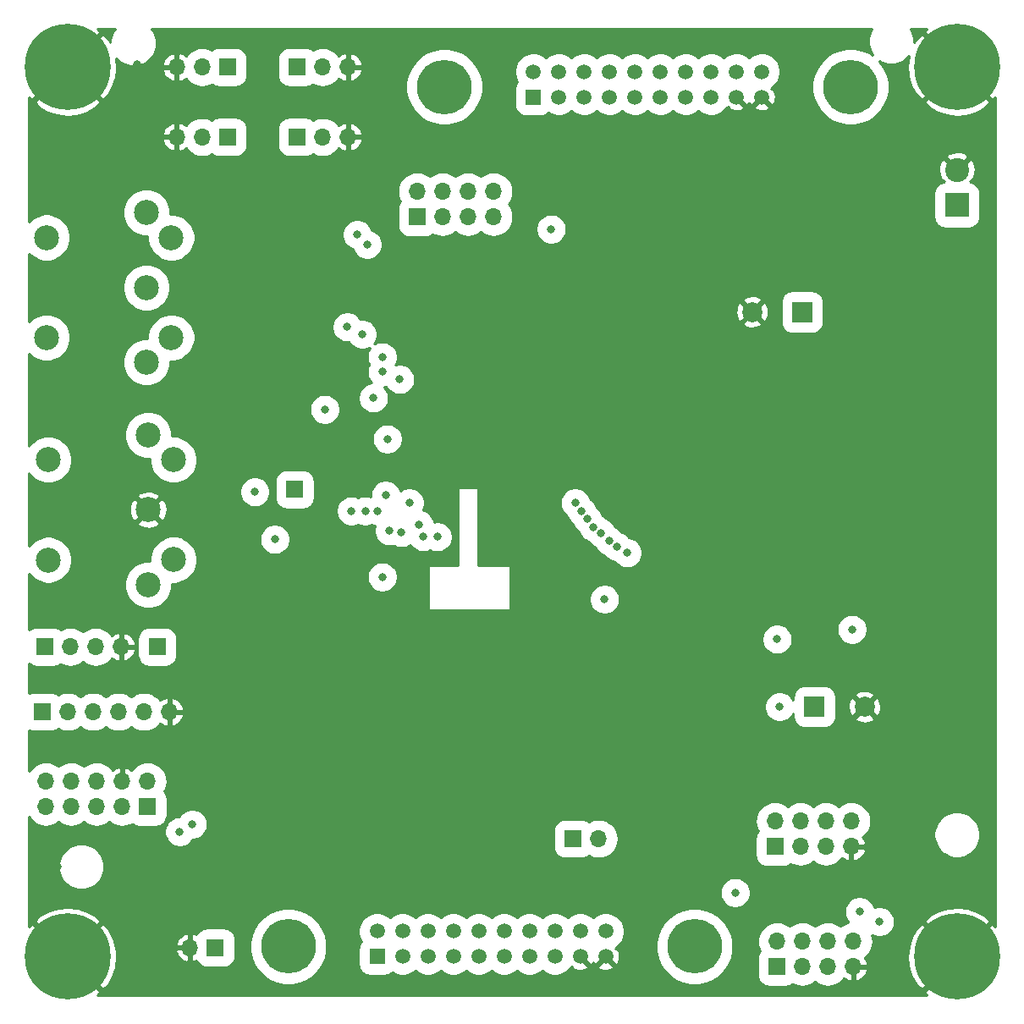
<source format=gbr>
G04 #@! TF.GenerationSoftware,KiCad,Pcbnew,(5.1.4-0-10_14)*
G04 #@! TF.CreationDate,2020-11-17T22:31:18+01:00*
G04 #@! TF.ProjectId,matrix_scanner,6d617472-6978-45f7-9363-616e6e65722e,rev?*
G04 #@! TF.SameCoordinates,Original*
G04 #@! TF.FileFunction,Copper,L2,Inr*
G04 #@! TF.FilePolarity,Positive*
%FSLAX46Y46*%
G04 Gerber Fmt 4.6, Leading zero omitted, Abs format (unit mm)*
G04 Created by KiCad (PCBNEW (5.1.4-0-10_14)) date 2020-11-17 22:31:18*
%MOMM*%
%LPD*%
G04 APERTURE LIST*
%ADD10R,1.700000X1.700000*%
%ADD11O,1.700000X1.700000*%
%ADD12C,2.499360*%
%ADD13C,5.460000*%
%ADD14C,1.520000*%
%ADD15R,1.520000X1.520000*%
%ADD16C,2.400000*%
%ADD17R,2.400000X2.400000*%
%ADD18C,0.900000*%
%ADD19C,8.600000*%
%ADD20C,2.000000*%
%ADD21R,2.000000X2.000000*%
%ADD22C,0.800000*%
%ADD23C,0.254000*%
G04 APERTURE END LIST*
D10*
X39750000Y-59250000D03*
X26000000Y-75000000D03*
D11*
X29260000Y-105100000D03*
D10*
X31800000Y-105100000D03*
D12*
X14902300Y-34048740D03*
X14902300Y-44051260D03*
X27399100Y-34053820D03*
X24897200Y-46548080D03*
X24899740Y-39050000D03*
X27399100Y-44046180D03*
X24897200Y-31551920D03*
D11*
X70140000Y-94200000D03*
D10*
X67600000Y-94200000D03*
D11*
X27200000Y-81500000D03*
X24660000Y-81500000D03*
X22120000Y-81500000D03*
X19580000Y-81500000D03*
X17040000Y-81500000D03*
D10*
X14500000Y-81500000D03*
D12*
X15102300Y-56298740D03*
X15102300Y-66301260D03*
X27599100Y-56303820D03*
X25097200Y-68798080D03*
X25099740Y-61300000D03*
X27599100Y-66296180D03*
X25097200Y-53801920D03*
D11*
X95620000Y-104460000D03*
X95620000Y-107000000D03*
X93080000Y-104460000D03*
X93080000Y-107000000D03*
X90540000Y-104460000D03*
X90540000Y-107000000D03*
X88000000Y-104460000D03*
D10*
X88000000Y-107000000D03*
D11*
X95420000Y-92460000D03*
X95420000Y-95000000D03*
X92880000Y-92460000D03*
X92880000Y-95000000D03*
X90340000Y-92460000D03*
X90340000Y-95000000D03*
X87800000Y-92460000D03*
D10*
X87800000Y-95000000D03*
D11*
X22370000Y-75000000D03*
X19830000Y-75000000D03*
X17290000Y-75000000D03*
D10*
X14750000Y-75000000D03*
D11*
X59620000Y-29460000D03*
X59620000Y-32000000D03*
X57080000Y-29460000D03*
X57080000Y-32000000D03*
X54540000Y-29460000D03*
X54540000Y-32000000D03*
X52000000Y-29460000D03*
D10*
X52000000Y-32000000D03*
D13*
X79750000Y-104980000D03*
X39110000Y-104980000D03*
D14*
X70860000Y-103460000D03*
X70860000Y-106000000D03*
X68320000Y-103460000D03*
X68320000Y-106000000D03*
X65780000Y-103460000D03*
X65780000Y-106000000D03*
X63240000Y-103460000D03*
X63240000Y-106000000D03*
X60700000Y-103460000D03*
X60700000Y-106000000D03*
X58160000Y-103460000D03*
X58160000Y-106000000D03*
X55620000Y-103460000D03*
X55620000Y-106000000D03*
X53080000Y-103460000D03*
X53080000Y-106000000D03*
X50540000Y-103460000D03*
X50540000Y-106000000D03*
X48000000Y-103460000D03*
D15*
X48000000Y-106000000D03*
D13*
X95350000Y-18980000D03*
X54710000Y-18980000D03*
D14*
X86460000Y-17460000D03*
X86460000Y-20000000D03*
X83920000Y-17460000D03*
X83920000Y-20000000D03*
X81380000Y-17460000D03*
X81380000Y-20000000D03*
X78840000Y-17460000D03*
X78840000Y-20000000D03*
X76300000Y-17460000D03*
X76300000Y-20000000D03*
X73760000Y-17460000D03*
X73760000Y-20000000D03*
X71220000Y-17460000D03*
X71220000Y-20000000D03*
X68680000Y-17460000D03*
X68680000Y-20000000D03*
X66140000Y-17460000D03*
X66140000Y-20000000D03*
X63600000Y-17460000D03*
D15*
X63600000Y-20000000D03*
D11*
X45080000Y-24000000D03*
X42540000Y-24000000D03*
D10*
X40000000Y-24000000D03*
D11*
X45080000Y-17000000D03*
X42540000Y-17000000D03*
D10*
X40000000Y-17000000D03*
D11*
X27920000Y-17000000D03*
X30460000Y-17000000D03*
D10*
X33000000Y-17000000D03*
D11*
X27920000Y-24000000D03*
X30460000Y-24000000D03*
D10*
X33000000Y-24000000D03*
D11*
X14840000Y-88460000D03*
X14840000Y-91000000D03*
X17380000Y-88460000D03*
X17380000Y-91000000D03*
X19920000Y-88460000D03*
X19920000Y-91000000D03*
X22460000Y-88460000D03*
X22460000Y-91000000D03*
X25000000Y-88460000D03*
D10*
X25000000Y-91000000D03*
D16*
X106000000Y-27300000D03*
D17*
X106000000Y-30800000D03*
D18*
X19280419Y-14719581D03*
X17000000Y-13775000D03*
X14719581Y-14719581D03*
X13775000Y-17000000D03*
X14719581Y-19280419D03*
X17000000Y-20225000D03*
X19280419Y-19280419D03*
X20225000Y-17000000D03*
D19*
X17000000Y-17000000D03*
D18*
X19280419Y-103719581D03*
X17000000Y-102775000D03*
X14719581Y-103719581D03*
X13775000Y-106000000D03*
X14719581Y-108280419D03*
X17000000Y-109225000D03*
X19280419Y-108280419D03*
X20225000Y-106000000D03*
D19*
X17000000Y-106000000D03*
D18*
X108280419Y-14719581D03*
X106000000Y-13775000D03*
X103719581Y-14719581D03*
X102775000Y-17000000D03*
X103719581Y-19280419D03*
X106000000Y-20225000D03*
X108280419Y-19280419D03*
X109225000Y-17000000D03*
D19*
X106000000Y-17000000D03*
D18*
X108280419Y-103719581D03*
X106000000Y-102775000D03*
X103719581Y-103719581D03*
X102775000Y-106000000D03*
X103719581Y-108280419D03*
X106000000Y-109225000D03*
X108280419Y-108280419D03*
X109225000Y-106000000D03*
D19*
X106000000Y-106000000D03*
D20*
X85500000Y-41500000D03*
D21*
X90500000Y-41500000D03*
D20*
X96750000Y-81000000D03*
D21*
X91750000Y-81000000D03*
D22*
X107500000Y-56500000D03*
X102750000Y-53500000D03*
X107500000Y-53500000D03*
X107500000Y-50750000D03*
X105250000Y-50750000D03*
X102750000Y-50750000D03*
X48500000Y-71000000D03*
X58350000Y-72150000D03*
X47250000Y-52250000D03*
X44000000Y-56000000D03*
X44000000Y-56000000D03*
X45500000Y-56250000D03*
X26000000Y-95250000D03*
X51000000Y-40000000D03*
X51000000Y-43000000D03*
X45250000Y-37500000D03*
X45000000Y-35500000D03*
X42750000Y-33000000D03*
X42750000Y-35250000D03*
X40250000Y-32750000D03*
X40500000Y-30750000D03*
X105250000Y-53500000D03*
X105250000Y-56500000D03*
X102750000Y-56500000D03*
X16000000Y-97000000D03*
X25500000Y-104750000D03*
X29750000Y-87750000D03*
X23500000Y-85250000D03*
X27500000Y-85000000D03*
X30500000Y-81500000D03*
X20500000Y-66500000D03*
X20500000Y-60000000D03*
X20500000Y-51250000D03*
X20500000Y-41250000D03*
X20500000Y-31500000D03*
X26250000Y-20250000D03*
X24000000Y-16750000D03*
X37000000Y-19500000D03*
X45250000Y-20500000D03*
X48000000Y-26500000D03*
X50250000Y-23500000D03*
X53250000Y-26250000D03*
X54750000Y-24000000D03*
X59000000Y-25500000D03*
X101000000Y-24250000D03*
X100750000Y-21000000D03*
X101000000Y-28250000D03*
X90500000Y-24250000D03*
X88000000Y-29750000D03*
X81750000Y-33250000D03*
X88000000Y-33250000D03*
X81750000Y-37000000D03*
X81750000Y-41750000D03*
X81750000Y-47000000D03*
X106750000Y-64250000D03*
X100250000Y-64000000D03*
X100250000Y-69750000D03*
X106750000Y-69250000D03*
X106750000Y-76750000D03*
X100250000Y-76500000D03*
X106750000Y-84500000D03*
X100250000Y-84250000D03*
X43750000Y-76500000D03*
X43750000Y-87250000D03*
X36000000Y-82250000D03*
X56750000Y-76250000D03*
X56750000Y-87250000D03*
X71500000Y-75500000D03*
X73000000Y-72750000D03*
X71250000Y-82000000D03*
X100250000Y-98000000D03*
X106750000Y-97250000D03*
X81750000Y-76250000D03*
X81750000Y-61500000D03*
X54750000Y-48250000D03*
X54750000Y-50500000D03*
X54750000Y-52750000D03*
X54750000Y-55000000D03*
X54750000Y-57000000D03*
X59250000Y-57000000D03*
X59250000Y-55000000D03*
X59250000Y-52750000D03*
X59250000Y-50500000D03*
X59250000Y-48250000D03*
X63750000Y-48000000D03*
X63500000Y-50500000D03*
X63500000Y-52750000D03*
X63500000Y-55000000D03*
X63500000Y-57000000D03*
X65500000Y-98500000D03*
X71500000Y-98500000D03*
X39750000Y-53000000D03*
X21500000Y-100250000D03*
X46000000Y-33750000D03*
X47000000Y-34750000D03*
X48500000Y-68000000D03*
X47612653Y-50112653D03*
X45000000Y-43000000D03*
X46500000Y-43750000D03*
X70750000Y-70250000D03*
X96250000Y-101500000D03*
X98250000Y-102500000D03*
X28250000Y-93500000D03*
X29500000Y-92750000D03*
X37750000Y-64250000D03*
X88250000Y-81000000D03*
X88000000Y-74250000D03*
X95500000Y-73250000D03*
X65400000Y-33200000D03*
X45400000Y-61400000D03*
X46800000Y-61400000D03*
X48000000Y-61400000D03*
X73000000Y-65600000D03*
X72000000Y-65000000D03*
X71200000Y-64400000D03*
X70400019Y-63599981D03*
X69600000Y-63000000D03*
X69000000Y-62200000D03*
X68400000Y-61400000D03*
X67800000Y-60600000D03*
X52600000Y-64000000D03*
X54000000Y-64000000D03*
X52200000Y-62800000D03*
X51200020Y-60599980D03*
X50412653Y-63587347D03*
X49200000Y-63400000D03*
X83800000Y-99600000D03*
X48830858Y-59830858D03*
X48500000Y-47500000D03*
X35750000Y-59500000D03*
X49000000Y-54200000D03*
X50250000Y-48250000D03*
X48500000Y-46000000D03*
X42750000Y-51250000D03*
D23*
G36*
X21550415Y-13504474D02*
G01*
X21376071Y-13925378D01*
X21287191Y-14372208D01*
X21287191Y-14546778D01*
X21160394Y-14301560D01*
X21085149Y-14188946D01*
X20482818Y-13696787D01*
X17179605Y-17000000D01*
X20482818Y-20303213D01*
X21085149Y-19811054D01*
X21555063Y-18960067D01*
X21849929Y-18033757D01*
X21925940Y-17356891D01*
X26478519Y-17356891D01*
X26575843Y-17631252D01*
X26724822Y-17881355D01*
X26919731Y-18097588D01*
X27153080Y-18271641D01*
X27415901Y-18396825D01*
X27563110Y-18441476D01*
X27793000Y-18320155D01*
X27793000Y-17127000D01*
X26599186Y-17127000D01*
X26478519Y-17356891D01*
X21925940Y-17356891D01*
X21958414Y-17067719D01*
X21880801Y-16151607D01*
X22125670Y-16396476D01*
X22504474Y-16649585D01*
X22925378Y-16823929D01*
X23372208Y-16912809D01*
X23827792Y-16912809D01*
X24274622Y-16823929D01*
X24695526Y-16649585D01*
X24705218Y-16643109D01*
X26478519Y-16643109D01*
X26599186Y-16873000D01*
X27793000Y-16873000D01*
X27793000Y-15679845D01*
X28047000Y-15679845D01*
X28047000Y-16873000D01*
X28067000Y-16873000D01*
X28067000Y-17127000D01*
X28047000Y-17127000D01*
X28047000Y-18320155D01*
X28276890Y-18441476D01*
X28424099Y-18396825D01*
X28686920Y-18271641D01*
X28847674Y-18151736D01*
X29055286Y-18404714D01*
X29356324Y-18651768D01*
X29699774Y-18835347D01*
X30072440Y-18948394D01*
X30362884Y-18977000D01*
X30557116Y-18977000D01*
X30847560Y-18948394D01*
X31220226Y-18835347D01*
X31434555Y-18720785D01*
X31520843Y-18791600D01*
X31716629Y-18896250D01*
X31929069Y-18960693D01*
X32150000Y-18982453D01*
X33850000Y-18982453D01*
X34070931Y-18960693D01*
X34283371Y-18896250D01*
X34479157Y-18791600D01*
X34650765Y-18650765D01*
X34791600Y-18479157D01*
X34896250Y-18283371D01*
X34960693Y-18070931D01*
X34982453Y-17850000D01*
X34982453Y-16150000D01*
X38017547Y-16150000D01*
X38017547Y-17850000D01*
X38039307Y-18070931D01*
X38103750Y-18283371D01*
X38208400Y-18479157D01*
X38349235Y-18650765D01*
X38520843Y-18791600D01*
X38716629Y-18896250D01*
X38929069Y-18960693D01*
X39150000Y-18982453D01*
X40850000Y-18982453D01*
X41070931Y-18960693D01*
X41283371Y-18896250D01*
X41479157Y-18791600D01*
X41565445Y-18720785D01*
X41779774Y-18835347D01*
X42152440Y-18948394D01*
X42442884Y-18977000D01*
X42637116Y-18977000D01*
X42927560Y-18948394D01*
X43300226Y-18835347D01*
X43643676Y-18651768D01*
X43706610Y-18600119D01*
X50853000Y-18600119D01*
X50853000Y-19359881D01*
X51001223Y-20105045D01*
X51291971Y-20806974D01*
X51714073Y-21438694D01*
X52251306Y-21975927D01*
X52883026Y-22398029D01*
X53584955Y-22688777D01*
X54330119Y-22837000D01*
X55089881Y-22837000D01*
X55835045Y-22688777D01*
X56536974Y-22398029D01*
X57168694Y-21975927D01*
X57705927Y-21438694D01*
X58128029Y-20806974D01*
X58418777Y-20105045D01*
X58567000Y-19359881D01*
X58567000Y-19240000D01*
X61707547Y-19240000D01*
X61707547Y-20760000D01*
X61729307Y-20980931D01*
X61793750Y-21193371D01*
X61898400Y-21389157D01*
X62039235Y-21560765D01*
X62210843Y-21701600D01*
X62406629Y-21806250D01*
X62619069Y-21870693D01*
X62840000Y-21892453D01*
X64360000Y-21892453D01*
X64580931Y-21870693D01*
X64793371Y-21806250D01*
X64989157Y-21701600D01*
X65124223Y-21590754D01*
X65246171Y-21672237D01*
X65589583Y-21814483D01*
X65954147Y-21887000D01*
X66325853Y-21887000D01*
X66690417Y-21814483D01*
X67033829Y-21672237D01*
X67342892Y-21465728D01*
X67410000Y-21398620D01*
X67477108Y-21465728D01*
X67786171Y-21672237D01*
X68129583Y-21814483D01*
X68494147Y-21887000D01*
X68865853Y-21887000D01*
X69230417Y-21814483D01*
X69573829Y-21672237D01*
X69882892Y-21465728D01*
X69950000Y-21398620D01*
X70017108Y-21465728D01*
X70326171Y-21672237D01*
X70669583Y-21814483D01*
X71034147Y-21887000D01*
X71405853Y-21887000D01*
X71770417Y-21814483D01*
X72113829Y-21672237D01*
X72422892Y-21465728D01*
X72490000Y-21398620D01*
X72557108Y-21465728D01*
X72866171Y-21672237D01*
X73209583Y-21814483D01*
X73574147Y-21887000D01*
X73945853Y-21887000D01*
X74310417Y-21814483D01*
X74653829Y-21672237D01*
X74962892Y-21465728D01*
X75030000Y-21398620D01*
X75097108Y-21465728D01*
X75406171Y-21672237D01*
X75749583Y-21814483D01*
X76114147Y-21887000D01*
X76485853Y-21887000D01*
X76850417Y-21814483D01*
X77193829Y-21672237D01*
X77502892Y-21465728D01*
X77570000Y-21398620D01*
X77637108Y-21465728D01*
X77946171Y-21672237D01*
X78289583Y-21814483D01*
X78654147Y-21887000D01*
X79025853Y-21887000D01*
X79390417Y-21814483D01*
X79733829Y-21672237D01*
X80042892Y-21465728D01*
X80110000Y-21398620D01*
X80177108Y-21465728D01*
X80486171Y-21672237D01*
X80829583Y-21814483D01*
X81194147Y-21887000D01*
X81565853Y-21887000D01*
X81930417Y-21814483D01*
X82273829Y-21672237D01*
X82582892Y-21465728D01*
X82845728Y-21202892D01*
X82964153Y-21025657D01*
X83019052Y-21080556D01*
X83135469Y-20964139D01*
X83202206Y-21204025D01*
X83450892Y-21320924D01*
X83717606Y-21387061D01*
X83992097Y-21399895D01*
X84263817Y-21358931D01*
X84522326Y-21265744D01*
X84637794Y-21204025D01*
X84704531Y-20964137D01*
X85675469Y-20964137D01*
X85742206Y-21204025D01*
X85990892Y-21320924D01*
X86257606Y-21387061D01*
X86532097Y-21399895D01*
X86803817Y-21358931D01*
X87062326Y-21265744D01*
X87177794Y-21204025D01*
X87244531Y-20964137D01*
X86460000Y-20179605D01*
X85675469Y-20964137D01*
X84704531Y-20964137D01*
X83920000Y-20179605D01*
X83905858Y-20193748D01*
X83726253Y-20014143D01*
X83740395Y-20000000D01*
X83726253Y-19985858D01*
X83905858Y-19806253D01*
X83920000Y-19820395D01*
X83934143Y-19806253D01*
X84113748Y-19985858D01*
X84099605Y-20000000D01*
X84884137Y-20784531D01*
X85124025Y-20717794D01*
X85187332Y-20583118D01*
X85194256Y-20602326D01*
X85255975Y-20717794D01*
X85495863Y-20784531D01*
X86280395Y-20000000D01*
X86266252Y-19985858D01*
X86445858Y-19806253D01*
X86460000Y-19820395D01*
X86474143Y-19806253D01*
X86653748Y-19985858D01*
X86639605Y-20000000D01*
X87424137Y-20784531D01*
X87664025Y-20717794D01*
X87780924Y-20469108D01*
X87847061Y-20202394D01*
X87859895Y-19927903D01*
X87818931Y-19656183D01*
X87725744Y-19397674D01*
X87664025Y-19282206D01*
X87424139Y-19215469D01*
X87540556Y-19099052D01*
X87485657Y-19044153D01*
X87662892Y-18925728D01*
X87925728Y-18662892D01*
X88132237Y-18353829D01*
X88274483Y-18010417D01*
X88347000Y-17645853D01*
X88347000Y-17274147D01*
X88274483Y-16909583D01*
X88132237Y-16566171D01*
X87925728Y-16257108D01*
X87662892Y-15994272D01*
X87353829Y-15787763D01*
X87010417Y-15645517D01*
X86645853Y-15573000D01*
X86274147Y-15573000D01*
X85909583Y-15645517D01*
X85566171Y-15787763D01*
X85257108Y-15994272D01*
X85190000Y-16061380D01*
X85122892Y-15994272D01*
X84813829Y-15787763D01*
X84470417Y-15645517D01*
X84105853Y-15573000D01*
X83734147Y-15573000D01*
X83369583Y-15645517D01*
X83026171Y-15787763D01*
X82717108Y-15994272D01*
X82650000Y-16061380D01*
X82582892Y-15994272D01*
X82273829Y-15787763D01*
X81930417Y-15645517D01*
X81565853Y-15573000D01*
X81194147Y-15573000D01*
X80829583Y-15645517D01*
X80486171Y-15787763D01*
X80177108Y-15994272D01*
X80110000Y-16061380D01*
X80042892Y-15994272D01*
X79733829Y-15787763D01*
X79390417Y-15645517D01*
X79025853Y-15573000D01*
X78654147Y-15573000D01*
X78289583Y-15645517D01*
X77946171Y-15787763D01*
X77637108Y-15994272D01*
X77570000Y-16061380D01*
X77502892Y-15994272D01*
X77193829Y-15787763D01*
X76850417Y-15645517D01*
X76485853Y-15573000D01*
X76114147Y-15573000D01*
X75749583Y-15645517D01*
X75406171Y-15787763D01*
X75097108Y-15994272D01*
X75030000Y-16061380D01*
X74962892Y-15994272D01*
X74653829Y-15787763D01*
X74310417Y-15645517D01*
X73945853Y-15573000D01*
X73574147Y-15573000D01*
X73209583Y-15645517D01*
X72866171Y-15787763D01*
X72557108Y-15994272D01*
X72490000Y-16061380D01*
X72422892Y-15994272D01*
X72113829Y-15787763D01*
X71770417Y-15645517D01*
X71405853Y-15573000D01*
X71034147Y-15573000D01*
X70669583Y-15645517D01*
X70326171Y-15787763D01*
X70017108Y-15994272D01*
X69950000Y-16061380D01*
X69882892Y-15994272D01*
X69573829Y-15787763D01*
X69230417Y-15645517D01*
X68865853Y-15573000D01*
X68494147Y-15573000D01*
X68129583Y-15645517D01*
X67786171Y-15787763D01*
X67477108Y-15994272D01*
X67410000Y-16061380D01*
X67342892Y-15994272D01*
X67033829Y-15787763D01*
X66690417Y-15645517D01*
X66325853Y-15573000D01*
X65954147Y-15573000D01*
X65589583Y-15645517D01*
X65246171Y-15787763D01*
X64937108Y-15994272D01*
X64870000Y-16061380D01*
X64802892Y-15994272D01*
X64493829Y-15787763D01*
X64150417Y-15645517D01*
X63785853Y-15573000D01*
X63414147Y-15573000D01*
X63049583Y-15645517D01*
X62706171Y-15787763D01*
X62397108Y-15994272D01*
X62134272Y-16257108D01*
X61927763Y-16566171D01*
X61785517Y-16909583D01*
X61713000Y-17274147D01*
X61713000Y-17645853D01*
X61785517Y-18010417D01*
X61927763Y-18353829D01*
X62009246Y-18475777D01*
X61898400Y-18610843D01*
X61793750Y-18806629D01*
X61729307Y-19019069D01*
X61707547Y-19240000D01*
X58567000Y-19240000D01*
X58567000Y-18600119D01*
X58418777Y-17854955D01*
X58128029Y-17153026D01*
X57705927Y-16521306D01*
X57168694Y-15984073D01*
X56536974Y-15561971D01*
X55835045Y-15271223D01*
X55089881Y-15123000D01*
X54330119Y-15123000D01*
X53584955Y-15271223D01*
X52883026Y-15561971D01*
X52251306Y-15984073D01*
X51714073Y-16521306D01*
X51291971Y-17153026D01*
X51001223Y-17854955D01*
X50853000Y-18600119D01*
X43706610Y-18600119D01*
X43944714Y-18404714D01*
X44152326Y-18151736D01*
X44313080Y-18271641D01*
X44575901Y-18396825D01*
X44723110Y-18441476D01*
X44953000Y-18320155D01*
X44953000Y-17127000D01*
X45207000Y-17127000D01*
X45207000Y-18320155D01*
X45436890Y-18441476D01*
X45584099Y-18396825D01*
X45846920Y-18271641D01*
X46080269Y-18097588D01*
X46275178Y-17881355D01*
X46424157Y-17631252D01*
X46521481Y-17356891D01*
X46400814Y-17127000D01*
X45207000Y-17127000D01*
X44953000Y-17127000D01*
X44933000Y-17127000D01*
X44933000Y-16873000D01*
X44953000Y-16873000D01*
X44953000Y-15679845D01*
X45207000Y-15679845D01*
X45207000Y-16873000D01*
X46400814Y-16873000D01*
X46521481Y-16643109D01*
X46424157Y-16368748D01*
X46275178Y-16118645D01*
X46080269Y-15902412D01*
X45846920Y-15728359D01*
X45584099Y-15603175D01*
X45436890Y-15558524D01*
X45207000Y-15679845D01*
X44953000Y-15679845D01*
X44723110Y-15558524D01*
X44575901Y-15603175D01*
X44313080Y-15728359D01*
X44152326Y-15848264D01*
X43944714Y-15595286D01*
X43643676Y-15348232D01*
X43300226Y-15164653D01*
X42927560Y-15051606D01*
X42637116Y-15023000D01*
X42442884Y-15023000D01*
X42152440Y-15051606D01*
X41779774Y-15164653D01*
X41565445Y-15279215D01*
X41479157Y-15208400D01*
X41283371Y-15103750D01*
X41070931Y-15039307D01*
X40850000Y-15017547D01*
X39150000Y-15017547D01*
X38929069Y-15039307D01*
X38716629Y-15103750D01*
X38520843Y-15208400D01*
X38349235Y-15349235D01*
X38208400Y-15520843D01*
X38103750Y-15716629D01*
X38039307Y-15929069D01*
X38017547Y-16150000D01*
X34982453Y-16150000D01*
X34960693Y-15929069D01*
X34896250Y-15716629D01*
X34791600Y-15520843D01*
X34650765Y-15349235D01*
X34479157Y-15208400D01*
X34283371Y-15103750D01*
X34070931Y-15039307D01*
X33850000Y-15017547D01*
X32150000Y-15017547D01*
X31929069Y-15039307D01*
X31716629Y-15103750D01*
X31520843Y-15208400D01*
X31434555Y-15279215D01*
X31220226Y-15164653D01*
X30847560Y-15051606D01*
X30557116Y-15023000D01*
X30362884Y-15023000D01*
X30072440Y-15051606D01*
X29699774Y-15164653D01*
X29356324Y-15348232D01*
X29055286Y-15595286D01*
X28847674Y-15848264D01*
X28686920Y-15728359D01*
X28424099Y-15603175D01*
X28276890Y-15558524D01*
X28047000Y-15679845D01*
X27793000Y-15679845D01*
X27563110Y-15558524D01*
X27415901Y-15603175D01*
X27153080Y-15728359D01*
X26919731Y-15902412D01*
X26724822Y-16118645D01*
X26575843Y-16368748D01*
X26478519Y-16643109D01*
X24705218Y-16643109D01*
X25074330Y-16396476D01*
X25396476Y-16074330D01*
X25649585Y-15695526D01*
X25823929Y-15274622D01*
X25912809Y-14827792D01*
X25912809Y-14372208D01*
X25823929Y-13925378D01*
X25649585Y-13504474D01*
X25414069Y-13152000D01*
X97452295Y-13152000D01*
X97350415Y-13304474D01*
X97176071Y-13725378D01*
X97087191Y-14172208D01*
X97087191Y-14627792D01*
X97176071Y-15074622D01*
X97350415Y-15495526D01*
X97570513Y-15824925D01*
X97176974Y-15561971D01*
X96475045Y-15271223D01*
X95729881Y-15123000D01*
X94970119Y-15123000D01*
X94224955Y-15271223D01*
X93523026Y-15561971D01*
X92891306Y-15984073D01*
X92354073Y-16521306D01*
X91931971Y-17153026D01*
X91641223Y-17854955D01*
X91493000Y-18600119D01*
X91493000Y-19359881D01*
X91641223Y-20105045D01*
X91931971Y-20806974D01*
X92354073Y-21438694D01*
X92891306Y-21975927D01*
X93523026Y-22398029D01*
X94224955Y-22688777D01*
X94970119Y-22837000D01*
X95729881Y-22837000D01*
X96475045Y-22688777D01*
X97176974Y-22398029D01*
X97808694Y-21975927D01*
X98345927Y-21438694D01*
X98768029Y-20806974D01*
X98902298Y-20482818D01*
X102696787Y-20482818D01*
X103188946Y-21085149D01*
X104039933Y-21555063D01*
X104966243Y-21849929D01*
X105932281Y-21958414D01*
X106900921Y-21876351D01*
X107834938Y-21606893D01*
X108698440Y-21160394D01*
X108811054Y-21085149D01*
X109303213Y-20482818D01*
X106000000Y-17179605D01*
X102696787Y-20482818D01*
X98902298Y-20482818D01*
X99058777Y-20105045D01*
X99207000Y-19359881D01*
X99207000Y-18600119D01*
X99058777Y-17854955D01*
X98768029Y-17153026D01*
X98345927Y-16521306D01*
X98213256Y-16388635D01*
X98304474Y-16449585D01*
X98725378Y-16623929D01*
X99172208Y-16712809D01*
X99627792Y-16712809D01*
X100074622Y-16623929D01*
X100495526Y-16449585D01*
X100874330Y-16196476D01*
X101171322Y-15899484D01*
X101150071Y-15966243D01*
X101041586Y-16932281D01*
X101123649Y-17900921D01*
X101393107Y-18834938D01*
X101839606Y-19698440D01*
X101914851Y-19811054D01*
X102517182Y-20303213D01*
X105820395Y-17000000D01*
X102517182Y-13696787D01*
X101914851Y-14188946D01*
X101712809Y-14554832D01*
X101712809Y-14172208D01*
X101623929Y-13725378D01*
X101449585Y-13304474D01*
X101347705Y-13152000D01*
X102995174Y-13152000D01*
X102696787Y-13517182D01*
X106000000Y-16820395D01*
X106014143Y-16806253D01*
X106193748Y-16985858D01*
X106179605Y-17000000D01*
X109482818Y-20303213D01*
X109848001Y-20004825D01*
X109848000Y-102995174D01*
X109482818Y-102696787D01*
X106179605Y-106000000D01*
X106193748Y-106014143D01*
X106014143Y-106193748D01*
X106000000Y-106179605D01*
X102696787Y-109482818D01*
X102995174Y-109848000D01*
X20004826Y-109848000D01*
X20303213Y-109482818D01*
X17000000Y-106179605D01*
X16985858Y-106193748D01*
X16806253Y-106014143D01*
X16820395Y-106000000D01*
X17179605Y-106000000D01*
X20482818Y-109303213D01*
X21085149Y-108811054D01*
X21555063Y-107960067D01*
X21849929Y-107033757D01*
X21958414Y-106067719D01*
X21906665Y-105456891D01*
X27818519Y-105456891D01*
X27915843Y-105731252D01*
X28064822Y-105981355D01*
X28259731Y-106197588D01*
X28493080Y-106371641D01*
X28755901Y-106496825D01*
X28903110Y-106541476D01*
X29133000Y-106420155D01*
X29133000Y-105227000D01*
X27939186Y-105227000D01*
X27818519Y-105456891D01*
X21906665Y-105456891D01*
X21876351Y-105099079D01*
X21773656Y-104743109D01*
X27818519Y-104743109D01*
X27939186Y-104973000D01*
X29133000Y-104973000D01*
X29133000Y-103779845D01*
X29387000Y-103779845D01*
X29387000Y-104973000D01*
X29407000Y-104973000D01*
X29407000Y-105227000D01*
X29387000Y-105227000D01*
X29387000Y-106420155D01*
X29616890Y-106541476D01*
X29764099Y-106496825D01*
X29923747Y-106420783D01*
X30008400Y-106579157D01*
X30149235Y-106750765D01*
X30320843Y-106891600D01*
X30516629Y-106996250D01*
X30729069Y-107060693D01*
X30950000Y-107082453D01*
X32650000Y-107082453D01*
X32870931Y-107060693D01*
X33083371Y-106996250D01*
X33279157Y-106891600D01*
X33450765Y-106750765D01*
X33591600Y-106579157D01*
X33696250Y-106383371D01*
X33760693Y-106170931D01*
X33782453Y-105950000D01*
X33782453Y-104600119D01*
X35253000Y-104600119D01*
X35253000Y-105359881D01*
X35401223Y-106105045D01*
X35691971Y-106806974D01*
X36114073Y-107438694D01*
X36651306Y-107975927D01*
X37283026Y-108398029D01*
X37984955Y-108688777D01*
X38730119Y-108837000D01*
X39489881Y-108837000D01*
X40235045Y-108688777D01*
X40936974Y-108398029D01*
X41568694Y-107975927D01*
X42105927Y-107438694D01*
X42528029Y-106806974D01*
X42818777Y-106105045D01*
X42967000Y-105359881D01*
X42967000Y-105240000D01*
X46107547Y-105240000D01*
X46107547Y-106760000D01*
X46129307Y-106980931D01*
X46193750Y-107193371D01*
X46298400Y-107389157D01*
X46439235Y-107560765D01*
X46610843Y-107701600D01*
X46806629Y-107806250D01*
X47019069Y-107870693D01*
X47240000Y-107892453D01*
X48760000Y-107892453D01*
X48980931Y-107870693D01*
X49193371Y-107806250D01*
X49389157Y-107701600D01*
X49524223Y-107590754D01*
X49646171Y-107672237D01*
X49989583Y-107814483D01*
X50354147Y-107887000D01*
X50725853Y-107887000D01*
X51090417Y-107814483D01*
X51433829Y-107672237D01*
X51742892Y-107465728D01*
X51810000Y-107398620D01*
X51877108Y-107465728D01*
X52186171Y-107672237D01*
X52529583Y-107814483D01*
X52894147Y-107887000D01*
X53265853Y-107887000D01*
X53630417Y-107814483D01*
X53973829Y-107672237D01*
X54282892Y-107465728D01*
X54350000Y-107398620D01*
X54417108Y-107465728D01*
X54726171Y-107672237D01*
X55069583Y-107814483D01*
X55434147Y-107887000D01*
X55805853Y-107887000D01*
X56170417Y-107814483D01*
X56513829Y-107672237D01*
X56822892Y-107465728D01*
X56890000Y-107398620D01*
X56957108Y-107465728D01*
X57266171Y-107672237D01*
X57609583Y-107814483D01*
X57974147Y-107887000D01*
X58345853Y-107887000D01*
X58710417Y-107814483D01*
X59053829Y-107672237D01*
X59362892Y-107465728D01*
X59430000Y-107398620D01*
X59497108Y-107465728D01*
X59806171Y-107672237D01*
X60149583Y-107814483D01*
X60514147Y-107887000D01*
X60885853Y-107887000D01*
X61250417Y-107814483D01*
X61593829Y-107672237D01*
X61902892Y-107465728D01*
X61970000Y-107398620D01*
X62037108Y-107465728D01*
X62346171Y-107672237D01*
X62689583Y-107814483D01*
X63054147Y-107887000D01*
X63425853Y-107887000D01*
X63790417Y-107814483D01*
X64133829Y-107672237D01*
X64442892Y-107465728D01*
X64510000Y-107398620D01*
X64577108Y-107465728D01*
X64886171Y-107672237D01*
X65229583Y-107814483D01*
X65594147Y-107887000D01*
X65965853Y-107887000D01*
X66330417Y-107814483D01*
X66673829Y-107672237D01*
X66982892Y-107465728D01*
X67245728Y-107202892D01*
X67364153Y-107025657D01*
X67419052Y-107080556D01*
X67535469Y-106964139D01*
X67602206Y-107204025D01*
X67850892Y-107320924D01*
X68117606Y-107387061D01*
X68392097Y-107399895D01*
X68663817Y-107358931D01*
X68922326Y-107265744D01*
X69037794Y-107204025D01*
X69104531Y-106964137D01*
X70075469Y-106964137D01*
X70142206Y-107204025D01*
X70390892Y-107320924D01*
X70657606Y-107387061D01*
X70932097Y-107399895D01*
X71203817Y-107358931D01*
X71462326Y-107265744D01*
X71577794Y-107204025D01*
X71644531Y-106964137D01*
X70860000Y-106179605D01*
X70075469Y-106964137D01*
X69104531Y-106964137D01*
X68320000Y-106179605D01*
X68305858Y-106193748D01*
X68126253Y-106014143D01*
X68140395Y-106000000D01*
X68126253Y-105985858D01*
X68305858Y-105806253D01*
X68320000Y-105820395D01*
X68334143Y-105806253D01*
X68513748Y-105985858D01*
X68499605Y-106000000D01*
X69284137Y-106784531D01*
X69524025Y-106717794D01*
X69587332Y-106583118D01*
X69594256Y-106602326D01*
X69655975Y-106717794D01*
X69895863Y-106784531D01*
X70680395Y-106000000D01*
X70666252Y-105985858D01*
X70845858Y-105806253D01*
X70860000Y-105820395D01*
X70874143Y-105806253D01*
X71053748Y-105985858D01*
X71039605Y-106000000D01*
X71824137Y-106784531D01*
X72064025Y-106717794D01*
X72180924Y-106469108D01*
X72247061Y-106202394D01*
X72259895Y-105927903D01*
X72218931Y-105656183D01*
X72125744Y-105397674D01*
X72064025Y-105282206D01*
X71824139Y-105215469D01*
X71940556Y-105099052D01*
X71885657Y-105044153D01*
X72062892Y-104925728D01*
X72325728Y-104662892D01*
X72367671Y-104600119D01*
X75893000Y-104600119D01*
X75893000Y-105359881D01*
X76041223Y-106105045D01*
X76331971Y-106806974D01*
X76754073Y-107438694D01*
X77291306Y-107975927D01*
X77923026Y-108398029D01*
X78624955Y-108688777D01*
X79370119Y-108837000D01*
X80129881Y-108837000D01*
X80875045Y-108688777D01*
X81576974Y-108398029D01*
X82208694Y-107975927D01*
X82745927Y-107438694D01*
X83168029Y-106806974D01*
X83458777Y-106105045D01*
X83607000Y-105359881D01*
X83607000Y-104600119D01*
X83579129Y-104460000D01*
X86013435Y-104460000D01*
X86051606Y-104847560D01*
X86164653Y-105220226D01*
X86279215Y-105434555D01*
X86208400Y-105520843D01*
X86103750Y-105716629D01*
X86039307Y-105929069D01*
X86017547Y-106150000D01*
X86017547Y-107850000D01*
X86039307Y-108070931D01*
X86103750Y-108283371D01*
X86208400Y-108479157D01*
X86349235Y-108650765D01*
X86520843Y-108791600D01*
X86716629Y-108896250D01*
X86929069Y-108960693D01*
X87150000Y-108982453D01*
X88850000Y-108982453D01*
X89070931Y-108960693D01*
X89283371Y-108896250D01*
X89479157Y-108791600D01*
X89565445Y-108720785D01*
X89779774Y-108835347D01*
X90152440Y-108948394D01*
X90442884Y-108977000D01*
X90637116Y-108977000D01*
X90927560Y-108948394D01*
X91300226Y-108835347D01*
X91643676Y-108651768D01*
X91810000Y-108515270D01*
X91976324Y-108651768D01*
X92319774Y-108835347D01*
X92692440Y-108948394D01*
X92982884Y-108977000D01*
X93177116Y-108977000D01*
X93467560Y-108948394D01*
X93840226Y-108835347D01*
X94183676Y-108651768D01*
X94484714Y-108404714D01*
X94692326Y-108151736D01*
X94853080Y-108271641D01*
X95115901Y-108396825D01*
X95263110Y-108441476D01*
X95493000Y-108320155D01*
X95493000Y-107127000D01*
X95747000Y-107127000D01*
X95747000Y-108320155D01*
X95976890Y-108441476D01*
X96124099Y-108396825D01*
X96386920Y-108271641D01*
X96620269Y-108097588D01*
X96815178Y-107881355D01*
X96964157Y-107631252D01*
X97061481Y-107356891D01*
X96940814Y-107127000D01*
X95747000Y-107127000D01*
X95493000Y-107127000D01*
X95473000Y-107127000D01*
X95473000Y-106873000D01*
X95493000Y-106873000D01*
X95493000Y-106853000D01*
X95747000Y-106853000D01*
X95747000Y-106873000D01*
X96940814Y-106873000D01*
X97061481Y-106643109D01*
X96964157Y-106368748D01*
X96815178Y-106118645D01*
X96772708Y-106071529D01*
X96942382Y-105932281D01*
X101041586Y-105932281D01*
X101123649Y-106900921D01*
X101393107Y-107834938D01*
X101839606Y-108698440D01*
X101914851Y-108811054D01*
X102517182Y-109303213D01*
X105820395Y-106000000D01*
X102517182Y-102696787D01*
X101914851Y-103188946D01*
X101444937Y-104039933D01*
X101150071Y-104966243D01*
X101041586Y-105932281D01*
X96942382Y-105932281D01*
X97024714Y-105864714D01*
X97271768Y-105563676D01*
X97455347Y-105220226D01*
X97568394Y-104847560D01*
X97606565Y-104460000D01*
X97568394Y-104072440D01*
X97495586Y-103832424D01*
X97526694Y-103853210D01*
X97804590Y-103968319D01*
X98099604Y-104027000D01*
X98400396Y-104027000D01*
X98695410Y-103968319D01*
X98973306Y-103853210D01*
X99223406Y-103686099D01*
X99436099Y-103473406D01*
X99603210Y-103223306D01*
X99718319Y-102945410D01*
X99777000Y-102650396D01*
X99777000Y-102517182D01*
X102696787Y-102517182D01*
X106000000Y-105820395D01*
X109303213Y-102517182D01*
X108811054Y-101914851D01*
X107960067Y-101444937D01*
X107033757Y-101150071D01*
X106067719Y-101041586D01*
X105099079Y-101123649D01*
X104165062Y-101393107D01*
X103301560Y-101839606D01*
X103188946Y-101914851D01*
X102696787Y-102517182D01*
X99777000Y-102517182D01*
X99777000Y-102349604D01*
X99718319Y-102054590D01*
X99603210Y-101776694D01*
X99436099Y-101526594D01*
X99223406Y-101313901D01*
X98973306Y-101146790D01*
X98695410Y-101031681D01*
X98400396Y-100973000D01*
X98099604Y-100973000D01*
X97804590Y-101031681D01*
X97720676Y-101066440D01*
X97718319Y-101054590D01*
X97603210Y-100776694D01*
X97436099Y-100526594D01*
X97223406Y-100313901D01*
X96973306Y-100146790D01*
X96695410Y-100031681D01*
X96400396Y-99973000D01*
X96099604Y-99973000D01*
X95804590Y-100031681D01*
X95526694Y-100146790D01*
X95276594Y-100313901D01*
X95063901Y-100526594D01*
X94896790Y-100776694D01*
X94781681Y-101054590D01*
X94723000Y-101349604D01*
X94723000Y-101650396D01*
X94781681Y-101945410D01*
X94896790Y-102223306D01*
X95063901Y-102473406D01*
X95132437Y-102541942D01*
X94859774Y-102624653D01*
X94516324Y-102808232D01*
X94350000Y-102944730D01*
X94183676Y-102808232D01*
X93840226Y-102624653D01*
X93467560Y-102511606D01*
X93177116Y-102483000D01*
X92982884Y-102483000D01*
X92692440Y-102511606D01*
X92319774Y-102624653D01*
X91976324Y-102808232D01*
X91810000Y-102944730D01*
X91643676Y-102808232D01*
X91300226Y-102624653D01*
X90927560Y-102511606D01*
X90637116Y-102483000D01*
X90442884Y-102483000D01*
X90152440Y-102511606D01*
X89779774Y-102624653D01*
X89436324Y-102808232D01*
X89270000Y-102944730D01*
X89103676Y-102808232D01*
X88760226Y-102624653D01*
X88387560Y-102511606D01*
X88097116Y-102483000D01*
X87902884Y-102483000D01*
X87612440Y-102511606D01*
X87239774Y-102624653D01*
X86896324Y-102808232D01*
X86595286Y-103055286D01*
X86348232Y-103356324D01*
X86164653Y-103699774D01*
X86051606Y-104072440D01*
X86013435Y-104460000D01*
X83579129Y-104460000D01*
X83458777Y-103854955D01*
X83168029Y-103153026D01*
X82745927Y-102521306D01*
X82208694Y-101984073D01*
X81576974Y-101561971D01*
X80875045Y-101271223D01*
X80129881Y-101123000D01*
X79370119Y-101123000D01*
X78624955Y-101271223D01*
X77923026Y-101561971D01*
X77291306Y-101984073D01*
X76754073Y-102521306D01*
X76331971Y-103153026D01*
X76041223Y-103854955D01*
X75893000Y-104600119D01*
X72367671Y-104600119D01*
X72532237Y-104353829D01*
X72674483Y-104010417D01*
X72747000Y-103645853D01*
X72747000Y-103274147D01*
X72674483Y-102909583D01*
X72532237Y-102566171D01*
X72325728Y-102257108D01*
X72062892Y-101994272D01*
X71753829Y-101787763D01*
X71410417Y-101645517D01*
X71045853Y-101573000D01*
X70674147Y-101573000D01*
X70309583Y-101645517D01*
X69966171Y-101787763D01*
X69657108Y-101994272D01*
X69590000Y-102061380D01*
X69522892Y-101994272D01*
X69213829Y-101787763D01*
X68870417Y-101645517D01*
X68505853Y-101573000D01*
X68134147Y-101573000D01*
X67769583Y-101645517D01*
X67426171Y-101787763D01*
X67117108Y-101994272D01*
X67050000Y-102061380D01*
X66982892Y-101994272D01*
X66673829Y-101787763D01*
X66330417Y-101645517D01*
X65965853Y-101573000D01*
X65594147Y-101573000D01*
X65229583Y-101645517D01*
X64886171Y-101787763D01*
X64577108Y-101994272D01*
X64510000Y-102061380D01*
X64442892Y-101994272D01*
X64133829Y-101787763D01*
X63790417Y-101645517D01*
X63425853Y-101573000D01*
X63054147Y-101573000D01*
X62689583Y-101645517D01*
X62346171Y-101787763D01*
X62037108Y-101994272D01*
X61970000Y-102061380D01*
X61902892Y-101994272D01*
X61593829Y-101787763D01*
X61250417Y-101645517D01*
X60885853Y-101573000D01*
X60514147Y-101573000D01*
X60149583Y-101645517D01*
X59806171Y-101787763D01*
X59497108Y-101994272D01*
X59430000Y-102061380D01*
X59362892Y-101994272D01*
X59053829Y-101787763D01*
X58710417Y-101645517D01*
X58345853Y-101573000D01*
X57974147Y-101573000D01*
X57609583Y-101645517D01*
X57266171Y-101787763D01*
X56957108Y-101994272D01*
X56890000Y-102061380D01*
X56822892Y-101994272D01*
X56513829Y-101787763D01*
X56170417Y-101645517D01*
X55805853Y-101573000D01*
X55434147Y-101573000D01*
X55069583Y-101645517D01*
X54726171Y-101787763D01*
X54417108Y-101994272D01*
X54350000Y-102061380D01*
X54282892Y-101994272D01*
X53973829Y-101787763D01*
X53630417Y-101645517D01*
X53265853Y-101573000D01*
X52894147Y-101573000D01*
X52529583Y-101645517D01*
X52186171Y-101787763D01*
X51877108Y-101994272D01*
X51810000Y-102061380D01*
X51742892Y-101994272D01*
X51433829Y-101787763D01*
X51090417Y-101645517D01*
X50725853Y-101573000D01*
X50354147Y-101573000D01*
X49989583Y-101645517D01*
X49646171Y-101787763D01*
X49337108Y-101994272D01*
X49270000Y-102061380D01*
X49202892Y-101994272D01*
X48893829Y-101787763D01*
X48550417Y-101645517D01*
X48185853Y-101573000D01*
X47814147Y-101573000D01*
X47449583Y-101645517D01*
X47106171Y-101787763D01*
X46797108Y-101994272D01*
X46534272Y-102257108D01*
X46327763Y-102566171D01*
X46185517Y-102909583D01*
X46113000Y-103274147D01*
X46113000Y-103645853D01*
X46185517Y-104010417D01*
X46327763Y-104353829D01*
X46409246Y-104475777D01*
X46298400Y-104610843D01*
X46193750Y-104806629D01*
X46129307Y-105019069D01*
X46107547Y-105240000D01*
X42967000Y-105240000D01*
X42967000Y-104600119D01*
X42818777Y-103854955D01*
X42528029Y-103153026D01*
X42105927Y-102521306D01*
X41568694Y-101984073D01*
X40936974Y-101561971D01*
X40235045Y-101271223D01*
X39489881Y-101123000D01*
X38730119Y-101123000D01*
X37984955Y-101271223D01*
X37283026Y-101561971D01*
X36651306Y-101984073D01*
X36114073Y-102521306D01*
X35691971Y-103153026D01*
X35401223Y-103854955D01*
X35253000Y-104600119D01*
X33782453Y-104600119D01*
X33782453Y-104250000D01*
X33760693Y-104029069D01*
X33696250Y-103816629D01*
X33591600Y-103620843D01*
X33450765Y-103449235D01*
X33279157Y-103308400D01*
X33083371Y-103203750D01*
X32870931Y-103139307D01*
X32650000Y-103117547D01*
X30950000Y-103117547D01*
X30729069Y-103139307D01*
X30516629Y-103203750D01*
X30320843Y-103308400D01*
X30149235Y-103449235D01*
X30008400Y-103620843D01*
X29923747Y-103779217D01*
X29764099Y-103703175D01*
X29616890Y-103658524D01*
X29387000Y-103779845D01*
X29133000Y-103779845D01*
X28903110Y-103658524D01*
X28755901Y-103703175D01*
X28493080Y-103828359D01*
X28259731Y-104002412D01*
X28064822Y-104218645D01*
X27915843Y-104468748D01*
X27818519Y-104743109D01*
X21773656Y-104743109D01*
X21606893Y-104165062D01*
X21160394Y-103301560D01*
X21085149Y-103188946D01*
X20482818Y-102696787D01*
X17179605Y-106000000D01*
X16820395Y-106000000D01*
X13517182Y-102696787D01*
X13152000Y-102995174D01*
X13152000Y-102517182D01*
X13696787Y-102517182D01*
X17000000Y-105820395D01*
X20303213Y-102517182D01*
X19811054Y-101914851D01*
X18960067Y-101444937D01*
X18033757Y-101150071D01*
X17067719Y-101041586D01*
X16099079Y-101123649D01*
X15165062Y-101393107D01*
X14301560Y-101839606D01*
X14188946Y-101914851D01*
X13696787Y-102517182D01*
X13152000Y-102517182D01*
X13152000Y-99449604D01*
X82273000Y-99449604D01*
X82273000Y-99750396D01*
X82331681Y-100045410D01*
X82446790Y-100323306D01*
X82613901Y-100573406D01*
X82826594Y-100786099D01*
X83076694Y-100953210D01*
X83354590Y-101068319D01*
X83649604Y-101127000D01*
X83950396Y-101127000D01*
X84245410Y-101068319D01*
X84523306Y-100953210D01*
X84773406Y-100786099D01*
X84986099Y-100573406D01*
X85153210Y-100323306D01*
X85268319Y-100045410D01*
X85327000Y-99750396D01*
X85327000Y-99449604D01*
X85268319Y-99154590D01*
X85153210Y-98876694D01*
X84986099Y-98626594D01*
X84773406Y-98413901D01*
X84523306Y-98246790D01*
X84245410Y-98131681D01*
X83950396Y-98073000D01*
X83649604Y-98073000D01*
X83354590Y-98131681D01*
X83076694Y-98246790D01*
X82826594Y-98413901D01*
X82613901Y-98626594D01*
X82446790Y-98876694D01*
X82331681Y-99154590D01*
X82273000Y-99449604D01*
X13152000Y-99449604D01*
X13152000Y-96772208D01*
X16087191Y-96772208D01*
X16087191Y-97227792D01*
X16176071Y-97674622D01*
X16350415Y-98095526D01*
X16603524Y-98474330D01*
X16925670Y-98796476D01*
X17304474Y-99049585D01*
X17725378Y-99223929D01*
X18172208Y-99312809D01*
X18627792Y-99312809D01*
X19074622Y-99223929D01*
X19495526Y-99049585D01*
X19874330Y-98796476D01*
X20196476Y-98474330D01*
X20449585Y-98095526D01*
X20623929Y-97674622D01*
X20712809Y-97227792D01*
X20712809Y-96772208D01*
X20623929Y-96325378D01*
X20449585Y-95904474D01*
X20196476Y-95525670D01*
X19874330Y-95203524D01*
X19495526Y-94950415D01*
X19074622Y-94776071D01*
X18627792Y-94687191D01*
X18172208Y-94687191D01*
X17725378Y-94776071D01*
X17304474Y-94950415D01*
X16925670Y-95203524D01*
X16603524Y-95525670D01*
X16350415Y-95904474D01*
X16176071Y-96325378D01*
X16087191Y-96772208D01*
X13152000Y-96772208D01*
X13152000Y-93349604D01*
X26723000Y-93349604D01*
X26723000Y-93650396D01*
X26781681Y-93945410D01*
X26896790Y-94223306D01*
X27063901Y-94473406D01*
X27276594Y-94686099D01*
X27526694Y-94853210D01*
X27804590Y-94968319D01*
X28099604Y-95027000D01*
X28400396Y-95027000D01*
X28695410Y-94968319D01*
X28973306Y-94853210D01*
X29223406Y-94686099D01*
X29436099Y-94473406D01*
X29567333Y-94277000D01*
X29650396Y-94277000D01*
X29945410Y-94218319D01*
X30223306Y-94103210D01*
X30473406Y-93936099D01*
X30686099Y-93723406D01*
X30853210Y-93473306D01*
X30904285Y-93350000D01*
X65617547Y-93350000D01*
X65617547Y-95050000D01*
X65639307Y-95270931D01*
X65703750Y-95483371D01*
X65808400Y-95679157D01*
X65949235Y-95850765D01*
X66120843Y-95991600D01*
X66316629Y-96096250D01*
X66529069Y-96160693D01*
X66750000Y-96182453D01*
X68450000Y-96182453D01*
X68670931Y-96160693D01*
X68883371Y-96096250D01*
X69079157Y-95991600D01*
X69165445Y-95920785D01*
X69379774Y-96035347D01*
X69752440Y-96148394D01*
X70042884Y-96177000D01*
X70237116Y-96177000D01*
X70527560Y-96148394D01*
X70900226Y-96035347D01*
X71243676Y-95851768D01*
X71544714Y-95604714D01*
X71791768Y-95303676D01*
X71975347Y-94960226D01*
X72088394Y-94587560D01*
X72126565Y-94200000D01*
X72088394Y-93812440D01*
X71975347Y-93439774D01*
X71791768Y-93096324D01*
X71544714Y-92795286D01*
X71243676Y-92548232D01*
X71078607Y-92460000D01*
X85813435Y-92460000D01*
X85851606Y-92847560D01*
X85964653Y-93220226D01*
X86079215Y-93434555D01*
X86008400Y-93520843D01*
X85903750Y-93716629D01*
X85839307Y-93929069D01*
X85817547Y-94150000D01*
X85817547Y-95850000D01*
X85839307Y-96070931D01*
X85903750Y-96283371D01*
X86008400Y-96479157D01*
X86149235Y-96650765D01*
X86320843Y-96791600D01*
X86516629Y-96896250D01*
X86729069Y-96960693D01*
X86950000Y-96982453D01*
X88650000Y-96982453D01*
X88870931Y-96960693D01*
X89083371Y-96896250D01*
X89279157Y-96791600D01*
X89365445Y-96720785D01*
X89579774Y-96835347D01*
X89952440Y-96948394D01*
X90242884Y-96977000D01*
X90437116Y-96977000D01*
X90727560Y-96948394D01*
X91100226Y-96835347D01*
X91443676Y-96651768D01*
X91610000Y-96515270D01*
X91776324Y-96651768D01*
X92119774Y-96835347D01*
X92492440Y-96948394D01*
X92782884Y-96977000D01*
X92977116Y-96977000D01*
X93267560Y-96948394D01*
X93640226Y-96835347D01*
X93983676Y-96651768D01*
X94284714Y-96404714D01*
X94492326Y-96151736D01*
X94653080Y-96271641D01*
X94915901Y-96396825D01*
X95063110Y-96441476D01*
X95293000Y-96320155D01*
X95293000Y-95127000D01*
X95547000Y-95127000D01*
X95547000Y-96320155D01*
X95776890Y-96441476D01*
X95924099Y-96396825D01*
X96186920Y-96271641D01*
X96420269Y-96097588D01*
X96615178Y-95881355D01*
X96764157Y-95631252D01*
X96861481Y-95356891D01*
X96740814Y-95127000D01*
X95547000Y-95127000D01*
X95293000Y-95127000D01*
X95273000Y-95127000D01*
X95273000Y-94873000D01*
X95293000Y-94873000D01*
X95293000Y-94853000D01*
X95547000Y-94853000D01*
X95547000Y-94873000D01*
X96740814Y-94873000D01*
X96861481Y-94643109D01*
X96764157Y-94368748D01*
X96615178Y-94118645D01*
X96572708Y-94071529D01*
X96824714Y-93864714D01*
X97064766Y-93572208D01*
X103687191Y-93572208D01*
X103687191Y-94027792D01*
X103776071Y-94474622D01*
X103950415Y-94895526D01*
X104203524Y-95274330D01*
X104525670Y-95596476D01*
X104904474Y-95849585D01*
X105325378Y-96023929D01*
X105772208Y-96112809D01*
X106227792Y-96112809D01*
X106674622Y-96023929D01*
X107095526Y-95849585D01*
X107474330Y-95596476D01*
X107796476Y-95274330D01*
X108049585Y-94895526D01*
X108223929Y-94474622D01*
X108312809Y-94027792D01*
X108312809Y-93572208D01*
X108223929Y-93125378D01*
X108049585Y-92704474D01*
X107796476Y-92325670D01*
X107474330Y-92003524D01*
X107095526Y-91750415D01*
X106674622Y-91576071D01*
X106227792Y-91487191D01*
X105772208Y-91487191D01*
X105325378Y-91576071D01*
X104904474Y-91750415D01*
X104525670Y-92003524D01*
X104203524Y-92325670D01*
X103950415Y-92704474D01*
X103776071Y-93125378D01*
X103687191Y-93572208D01*
X97064766Y-93572208D01*
X97071768Y-93563676D01*
X97255347Y-93220226D01*
X97368394Y-92847560D01*
X97406565Y-92460000D01*
X97368394Y-92072440D01*
X97255347Y-91699774D01*
X97071768Y-91356324D01*
X96824714Y-91055286D01*
X96523676Y-90808232D01*
X96180226Y-90624653D01*
X95807560Y-90511606D01*
X95517116Y-90483000D01*
X95322884Y-90483000D01*
X95032440Y-90511606D01*
X94659774Y-90624653D01*
X94316324Y-90808232D01*
X94150000Y-90944730D01*
X93983676Y-90808232D01*
X93640226Y-90624653D01*
X93267560Y-90511606D01*
X92977116Y-90483000D01*
X92782884Y-90483000D01*
X92492440Y-90511606D01*
X92119774Y-90624653D01*
X91776324Y-90808232D01*
X91610000Y-90944730D01*
X91443676Y-90808232D01*
X91100226Y-90624653D01*
X90727560Y-90511606D01*
X90437116Y-90483000D01*
X90242884Y-90483000D01*
X89952440Y-90511606D01*
X89579774Y-90624653D01*
X89236324Y-90808232D01*
X89070000Y-90944730D01*
X88903676Y-90808232D01*
X88560226Y-90624653D01*
X88187560Y-90511606D01*
X87897116Y-90483000D01*
X87702884Y-90483000D01*
X87412440Y-90511606D01*
X87039774Y-90624653D01*
X86696324Y-90808232D01*
X86395286Y-91055286D01*
X86148232Y-91356324D01*
X85964653Y-91699774D01*
X85851606Y-92072440D01*
X85813435Y-92460000D01*
X71078607Y-92460000D01*
X70900226Y-92364653D01*
X70527560Y-92251606D01*
X70237116Y-92223000D01*
X70042884Y-92223000D01*
X69752440Y-92251606D01*
X69379774Y-92364653D01*
X69165445Y-92479215D01*
X69079157Y-92408400D01*
X68883371Y-92303750D01*
X68670931Y-92239307D01*
X68450000Y-92217547D01*
X66750000Y-92217547D01*
X66529069Y-92239307D01*
X66316629Y-92303750D01*
X66120843Y-92408400D01*
X65949235Y-92549235D01*
X65808400Y-92720843D01*
X65703750Y-92916629D01*
X65639307Y-93129069D01*
X65617547Y-93350000D01*
X30904285Y-93350000D01*
X30968319Y-93195410D01*
X31027000Y-92900396D01*
X31027000Y-92599604D01*
X30968319Y-92304590D01*
X30853210Y-92026694D01*
X30686099Y-91776594D01*
X30473406Y-91563901D01*
X30223306Y-91396790D01*
X29945410Y-91281681D01*
X29650396Y-91223000D01*
X29349604Y-91223000D01*
X29054590Y-91281681D01*
X28776694Y-91396790D01*
X28526594Y-91563901D01*
X28313901Y-91776594D01*
X28182667Y-91973000D01*
X28099604Y-91973000D01*
X27804590Y-92031681D01*
X27526694Y-92146790D01*
X27276594Y-92313901D01*
X27063901Y-92526594D01*
X26896790Y-92776694D01*
X26781681Y-93054590D01*
X26723000Y-93349604D01*
X13152000Y-93349604D01*
X13152000Y-92035891D01*
X13188232Y-92103676D01*
X13435286Y-92404714D01*
X13736324Y-92651768D01*
X14079774Y-92835347D01*
X14452440Y-92948394D01*
X14742884Y-92977000D01*
X14937116Y-92977000D01*
X15227560Y-92948394D01*
X15600226Y-92835347D01*
X15943676Y-92651768D01*
X16110000Y-92515270D01*
X16276324Y-92651768D01*
X16619774Y-92835347D01*
X16992440Y-92948394D01*
X17282884Y-92977000D01*
X17477116Y-92977000D01*
X17767560Y-92948394D01*
X18140226Y-92835347D01*
X18483676Y-92651768D01*
X18650000Y-92515270D01*
X18816324Y-92651768D01*
X19159774Y-92835347D01*
X19532440Y-92948394D01*
X19822884Y-92977000D01*
X20017116Y-92977000D01*
X20307560Y-92948394D01*
X20680226Y-92835347D01*
X21023676Y-92651768D01*
X21190000Y-92515270D01*
X21356324Y-92651768D01*
X21699774Y-92835347D01*
X22072440Y-92948394D01*
X22362884Y-92977000D01*
X22557116Y-92977000D01*
X22847560Y-92948394D01*
X23220226Y-92835347D01*
X23434555Y-92720785D01*
X23520843Y-92791600D01*
X23716629Y-92896250D01*
X23929069Y-92960693D01*
X24150000Y-92982453D01*
X25850000Y-92982453D01*
X26070931Y-92960693D01*
X26283371Y-92896250D01*
X26479157Y-92791600D01*
X26650765Y-92650765D01*
X26791600Y-92479157D01*
X26896250Y-92283371D01*
X26960693Y-92070931D01*
X26982453Y-91850000D01*
X26982453Y-90150000D01*
X26960693Y-89929069D01*
X26896250Y-89716629D01*
X26791600Y-89520843D01*
X26720785Y-89434555D01*
X26835347Y-89220226D01*
X26948394Y-88847560D01*
X26986565Y-88460000D01*
X26948394Y-88072440D01*
X26835347Y-87699774D01*
X26651768Y-87356324D01*
X26404714Y-87055286D01*
X26103676Y-86808232D01*
X25760226Y-86624653D01*
X25387560Y-86511606D01*
X25097116Y-86483000D01*
X24902884Y-86483000D01*
X24612440Y-86511606D01*
X24239774Y-86624653D01*
X23896324Y-86808232D01*
X23595286Y-87055286D01*
X23387674Y-87308264D01*
X23226920Y-87188359D01*
X22964099Y-87063175D01*
X22816890Y-87018524D01*
X22587000Y-87139845D01*
X22587000Y-88333000D01*
X22607000Y-88333000D01*
X22607000Y-88587000D01*
X22587000Y-88587000D01*
X22587000Y-88607000D01*
X22333000Y-88607000D01*
X22333000Y-88587000D01*
X22313000Y-88587000D01*
X22313000Y-88333000D01*
X22333000Y-88333000D01*
X22333000Y-87139845D01*
X22103110Y-87018524D01*
X21955901Y-87063175D01*
X21693080Y-87188359D01*
X21532326Y-87308264D01*
X21324714Y-87055286D01*
X21023676Y-86808232D01*
X20680226Y-86624653D01*
X20307560Y-86511606D01*
X20017116Y-86483000D01*
X19822884Y-86483000D01*
X19532440Y-86511606D01*
X19159774Y-86624653D01*
X18816324Y-86808232D01*
X18650000Y-86944730D01*
X18483676Y-86808232D01*
X18140226Y-86624653D01*
X17767560Y-86511606D01*
X17477116Y-86483000D01*
X17282884Y-86483000D01*
X16992440Y-86511606D01*
X16619774Y-86624653D01*
X16276324Y-86808232D01*
X16110000Y-86944730D01*
X15943676Y-86808232D01*
X15600226Y-86624653D01*
X15227560Y-86511606D01*
X14937116Y-86483000D01*
X14742884Y-86483000D01*
X14452440Y-86511606D01*
X14079774Y-86624653D01*
X13736324Y-86808232D01*
X13435286Y-87055286D01*
X13188232Y-87356324D01*
X13152000Y-87424109D01*
X13152000Y-83361705D01*
X13216629Y-83396250D01*
X13429069Y-83460693D01*
X13650000Y-83482453D01*
X15350000Y-83482453D01*
X15570931Y-83460693D01*
X15783371Y-83396250D01*
X15979157Y-83291600D01*
X16065445Y-83220785D01*
X16279774Y-83335347D01*
X16652440Y-83448394D01*
X16942884Y-83477000D01*
X17137116Y-83477000D01*
X17427560Y-83448394D01*
X17800226Y-83335347D01*
X18143676Y-83151768D01*
X18310000Y-83015270D01*
X18476324Y-83151768D01*
X18819774Y-83335347D01*
X19192440Y-83448394D01*
X19482884Y-83477000D01*
X19677116Y-83477000D01*
X19967560Y-83448394D01*
X20340226Y-83335347D01*
X20683676Y-83151768D01*
X20850000Y-83015270D01*
X21016324Y-83151768D01*
X21359774Y-83335347D01*
X21732440Y-83448394D01*
X22022884Y-83477000D01*
X22217116Y-83477000D01*
X22507560Y-83448394D01*
X22880226Y-83335347D01*
X23223676Y-83151768D01*
X23390000Y-83015270D01*
X23556324Y-83151768D01*
X23899774Y-83335347D01*
X24272440Y-83448394D01*
X24562884Y-83477000D01*
X24757116Y-83477000D01*
X25047560Y-83448394D01*
X25420226Y-83335347D01*
X25763676Y-83151768D01*
X26064714Y-82904714D01*
X26272326Y-82651736D01*
X26433080Y-82771641D01*
X26695901Y-82896825D01*
X26843110Y-82941476D01*
X27073000Y-82820155D01*
X27073000Y-81627000D01*
X27327000Y-81627000D01*
X27327000Y-82820155D01*
X27556890Y-82941476D01*
X27704099Y-82896825D01*
X27966920Y-82771641D01*
X28200269Y-82597588D01*
X28395178Y-82381355D01*
X28544157Y-82131252D01*
X28641481Y-81856891D01*
X28520814Y-81627000D01*
X27327000Y-81627000D01*
X27073000Y-81627000D01*
X27053000Y-81627000D01*
X27053000Y-81373000D01*
X27073000Y-81373000D01*
X27073000Y-80179845D01*
X27327000Y-80179845D01*
X27327000Y-81373000D01*
X28520814Y-81373000D01*
X28641481Y-81143109D01*
X28544157Y-80868748D01*
X28532754Y-80849604D01*
X86723000Y-80849604D01*
X86723000Y-81150396D01*
X86781681Y-81445410D01*
X86896790Y-81723306D01*
X87063901Y-81973406D01*
X87276594Y-82186099D01*
X87526694Y-82353210D01*
X87804590Y-82468319D01*
X88099604Y-82527000D01*
X88400396Y-82527000D01*
X88695410Y-82468319D01*
X88973306Y-82353210D01*
X89223406Y-82186099D01*
X89436099Y-81973406D01*
X89603210Y-81723306D01*
X89617547Y-81688694D01*
X89617547Y-82000000D01*
X89639307Y-82220931D01*
X89703750Y-82433371D01*
X89808400Y-82629157D01*
X89949235Y-82800765D01*
X90120843Y-82941600D01*
X90316629Y-83046250D01*
X90529069Y-83110693D01*
X90750000Y-83132453D01*
X92750000Y-83132453D01*
X92970931Y-83110693D01*
X93183371Y-83046250D01*
X93379157Y-82941600D01*
X93550765Y-82800765D01*
X93691600Y-82629157D01*
X93796250Y-82433371D01*
X93860693Y-82220931D01*
X93869115Y-82135413D01*
X95794192Y-82135413D01*
X95889956Y-82399814D01*
X96179571Y-82540704D01*
X96491108Y-82622384D01*
X96812595Y-82641718D01*
X97131675Y-82597961D01*
X97436088Y-82492795D01*
X97610044Y-82399814D01*
X97705808Y-82135413D01*
X96750000Y-81179605D01*
X95794192Y-82135413D01*
X93869115Y-82135413D01*
X93882453Y-82000000D01*
X93882453Y-81062595D01*
X95108282Y-81062595D01*
X95152039Y-81381675D01*
X95257205Y-81686088D01*
X95350186Y-81860044D01*
X95614587Y-81955808D01*
X96570395Y-81000000D01*
X96929605Y-81000000D01*
X97885413Y-81955808D01*
X98149814Y-81860044D01*
X98290704Y-81570429D01*
X98372384Y-81258892D01*
X98391718Y-80937405D01*
X98347961Y-80618325D01*
X98242795Y-80313912D01*
X98149814Y-80139956D01*
X97885413Y-80044192D01*
X96929605Y-81000000D01*
X96570395Y-81000000D01*
X95614587Y-80044192D01*
X95350186Y-80139956D01*
X95209296Y-80429571D01*
X95127616Y-80741108D01*
X95108282Y-81062595D01*
X93882453Y-81062595D01*
X93882453Y-80000000D01*
X93869116Y-79864587D01*
X95794192Y-79864587D01*
X96750000Y-80820395D01*
X97705808Y-79864587D01*
X97610044Y-79600186D01*
X97320429Y-79459296D01*
X97008892Y-79377616D01*
X96687405Y-79358282D01*
X96368325Y-79402039D01*
X96063912Y-79507205D01*
X95889956Y-79600186D01*
X95794192Y-79864587D01*
X93869116Y-79864587D01*
X93860693Y-79779069D01*
X93796250Y-79566629D01*
X93691600Y-79370843D01*
X93550765Y-79199235D01*
X93379157Y-79058400D01*
X93183371Y-78953750D01*
X92970931Y-78889307D01*
X92750000Y-78867547D01*
X90750000Y-78867547D01*
X90529069Y-78889307D01*
X90316629Y-78953750D01*
X90120843Y-79058400D01*
X89949235Y-79199235D01*
X89808400Y-79370843D01*
X89703750Y-79566629D01*
X89639307Y-79779069D01*
X89617547Y-80000000D01*
X89617547Y-80311306D01*
X89603210Y-80276694D01*
X89436099Y-80026594D01*
X89223406Y-79813901D01*
X88973306Y-79646790D01*
X88695410Y-79531681D01*
X88400396Y-79473000D01*
X88099604Y-79473000D01*
X87804590Y-79531681D01*
X87526694Y-79646790D01*
X87276594Y-79813901D01*
X87063901Y-80026594D01*
X86896790Y-80276694D01*
X86781681Y-80554590D01*
X86723000Y-80849604D01*
X28532754Y-80849604D01*
X28395178Y-80618645D01*
X28200269Y-80402412D01*
X27966920Y-80228359D01*
X27704099Y-80103175D01*
X27556890Y-80058524D01*
X27327000Y-80179845D01*
X27073000Y-80179845D01*
X26843110Y-80058524D01*
X26695901Y-80103175D01*
X26433080Y-80228359D01*
X26272326Y-80348264D01*
X26064714Y-80095286D01*
X25763676Y-79848232D01*
X25420226Y-79664653D01*
X25047560Y-79551606D01*
X24757116Y-79523000D01*
X24562884Y-79523000D01*
X24272440Y-79551606D01*
X23899774Y-79664653D01*
X23556324Y-79848232D01*
X23390000Y-79984730D01*
X23223676Y-79848232D01*
X22880226Y-79664653D01*
X22507560Y-79551606D01*
X22217116Y-79523000D01*
X22022884Y-79523000D01*
X21732440Y-79551606D01*
X21359774Y-79664653D01*
X21016324Y-79848232D01*
X20850000Y-79984730D01*
X20683676Y-79848232D01*
X20340226Y-79664653D01*
X19967560Y-79551606D01*
X19677116Y-79523000D01*
X19482884Y-79523000D01*
X19192440Y-79551606D01*
X18819774Y-79664653D01*
X18476324Y-79848232D01*
X18310000Y-79984730D01*
X18143676Y-79848232D01*
X17800226Y-79664653D01*
X17427560Y-79551606D01*
X17137116Y-79523000D01*
X16942884Y-79523000D01*
X16652440Y-79551606D01*
X16279774Y-79664653D01*
X16065445Y-79779215D01*
X15979157Y-79708400D01*
X15783371Y-79603750D01*
X15570931Y-79539307D01*
X15350000Y-79517547D01*
X13650000Y-79517547D01*
X13429069Y-79539307D01*
X13216629Y-79603750D01*
X13152000Y-79638295D01*
X13152000Y-76694068D01*
X13270843Y-76791600D01*
X13466629Y-76896250D01*
X13679069Y-76960693D01*
X13900000Y-76982453D01*
X15600000Y-76982453D01*
X15820931Y-76960693D01*
X16033371Y-76896250D01*
X16229157Y-76791600D01*
X16315445Y-76720785D01*
X16529774Y-76835347D01*
X16902440Y-76948394D01*
X17192884Y-76977000D01*
X17387116Y-76977000D01*
X17677560Y-76948394D01*
X18050226Y-76835347D01*
X18393676Y-76651768D01*
X18560000Y-76515270D01*
X18726324Y-76651768D01*
X19069774Y-76835347D01*
X19442440Y-76948394D01*
X19732884Y-76977000D01*
X19927116Y-76977000D01*
X20217560Y-76948394D01*
X20590226Y-76835347D01*
X20933676Y-76651768D01*
X21234714Y-76404714D01*
X21442326Y-76151736D01*
X21603080Y-76271641D01*
X21865901Y-76396825D01*
X22013110Y-76441476D01*
X22243000Y-76320155D01*
X22243000Y-75127000D01*
X22497000Y-75127000D01*
X22497000Y-76320155D01*
X22726890Y-76441476D01*
X22874099Y-76396825D01*
X23136920Y-76271641D01*
X23370269Y-76097588D01*
X23565178Y-75881355D01*
X23714157Y-75631252D01*
X23811481Y-75356891D01*
X23690814Y-75127000D01*
X22497000Y-75127000D01*
X22243000Y-75127000D01*
X22223000Y-75127000D01*
X22223000Y-74873000D01*
X22243000Y-74873000D01*
X22243000Y-73679845D01*
X22497000Y-73679845D01*
X22497000Y-74873000D01*
X23690814Y-74873000D01*
X23811481Y-74643109D01*
X23714157Y-74368748D01*
X23583856Y-74150000D01*
X24017547Y-74150000D01*
X24017547Y-75850000D01*
X24039307Y-76070931D01*
X24103750Y-76283371D01*
X24208400Y-76479157D01*
X24349235Y-76650765D01*
X24520843Y-76791600D01*
X24716629Y-76896250D01*
X24929069Y-76960693D01*
X25150000Y-76982453D01*
X26850000Y-76982453D01*
X27070931Y-76960693D01*
X27283371Y-76896250D01*
X27479157Y-76791600D01*
X27650765Y-76650765D01*
X27791600Y-76479157D01*
X27896250Y-76283371D01*
X27960693Y-76070931D01*
X27982453Y-75850000D01*
X27982453Y-74150000D01*
X27977490Y-74099604D01*
X86473000Y-74099604D01*
X86473000Y-74400396D01*
X86531681Y-74695410D01*
X86646790Y-74973306D01*
X86813901Y-75223406D01*
X87026594Y-75436099D01*
X87276694Y-75603210D01*
X87554590Y-75718319D01*
X87849604Y-75777000D01*
X88150396Y-75777000D01*
X88445410Y-75718319D01*
X88723306Y-75603210D01*
X88973406Y-75436099D01*
X89186099Y-75223406D01*
X89353210Y-74973306D01*
X89468319Y-74695410D01*
X89527000Y-74400396D01*
X89527000Y-74099604D01*
X89468319Y-73804590D01*
X89353210Y-73526694D01*
X89186099Y-73276594D01*
X89009109Y-73099604D01*
X93973000Y-73099604D01*
X93973000Y-73400396D01*
X94031681Y-73695410D01*
X94146790Y-73973306D01*
X94313901Y-74223406D01*
X94526594Y-74436099D01*
X94776694Y-74603210D01*
X95054590Y-74718319D01*
X95349604Y-74777000D01*
X95650396Y-74777000D01*
X95945410Y-74718319D01*
X96223306Y-74603210D01*
X96473406Y-74436099D01*
X96686099Y-74223406D01*
X96853210Y-73973306D01*
X96968319Y-73695410D01*
X97027000Y-73400396D01*
X97027000Y-73099604D01*
X96968319Y-72804590D01*
X96853210Y-72526694D01*
X96686099Y-72276594D01*
X96473406Y-72063901D01*
X96223306Y-71896790D01*
X95945410Y-71781681D01*
X95650396Y-71723000D01*
X95349604Y-71723000D01*
X95054590Y-71781681D01*
X94776694Y-71896790D01*
X94526594Y-72063901D01*
X94313901Y-72276594D01*
X94146790Y-72526694D01*
X94031681Y-72804590D01*
X93973000Y-73099604D01*
X89009109Y-73099604D01*
X88973406Y-73063901D01*
X88723306Y-72896790D01*
X88445410Y-72781681D01*
X88150396Y-72723000D01*
X87849604Y-72723000D01*
X87554590Y-72781681D01*
X87276694Y-72896790D01*
X87026594Y-73063901D01*
X86813901Y-73276594D01*
X86646790Y-73526694D01*
X86531681Y-73804590D01*
X86473000Y-74099604D01*
X27977490Y-74099604D01*
X27960693Y-73929069D01*
X27896250Y-73716629D01*
X27791600Y-73520843D01*
X27650765Y-73349235D01*
X27479157Y-73208400D01*
X27283371Y-73103750D01*
X27070931Y-73039307D01*
X26850000Y-73017547D01*
X25150000Y-73017547D01*
X24929069Y-73039307D01*
X24716629Y-73103750D01*
X24520843Y-73208400D01*
X24349235Y-73349235D01*
X24208400Y-73520843D01*
X24103750Y-73716629D01*
X24039307Y-73929069D01*
X24017547Y-74150000D01*
X23583856Y-74150000D01*
X23565178Y-74118645D01*
X23370269Y-73902412D01*
X23136920Y-73728359D01*
X22874099Y-73603175D01*
X22726890Y-73558524D01*
X22497000Y-73679845D01*
X22243000Y-73679845D01*
X22013110Y-73558524D01*
X21865901Y-73603175D01*
X21603080Y-73728359D01*
X21442326Y-73848264D01*
X21234714Y-73595286D01*
X20933676Y-73348232D01*
X20590226Y-73164653D01*
X20217560Y-73051606D01*
X19927116Y-73023000D01*
X19732884Y-73023000D01*
X19442440Y-73051606D01*
X19069774Y-73164653D01*
X18726324Y-73348232D01*
X18560000Y-73484730D01*
X18393676Y-73348232D01*
X18050226Y-73164653D01*
X17677560Y-73051606D01*
X17387116Y-73023000D01*
X17192884Y-73023000D01*
X16902440Y-73051606D01*
X16529774Y-73164653D01*
X16315445Y-73279215D01*
X16229157Y-73208400D01*
X16033371Y-73103750D01*
X15820931Y-73039307D01*
X15600000Y-73017547D01*
X13900000Y-73017547D01*
X13679069Y-73039307D01*
X13466629Y-73103750D01*
X13270843Y-73208400D01*
X13152000Y-73305932D01*
X13152000Y-67660341D01*
X13256212Y-67816305D01*
X13587255Y-68147348D01*
X13976520Y-68407447D01*
X14409048Y-68586606D01*
X14868217Y-68677940D01*
X15336383Y-68677940D01*
X15795552Y-68586606D01*
X15850134Y-68563997D01*
X22720520Y-68563997D01*
X22720520Y-69032163D01*
X22811854Y-69491332D01*
X22991013Y-69923860D01*
X23251112Y-70313125D01*
X23582155Y-70644168D01*
X23971420Y-70904267D01*
X24403948Y-71083426D01*
X24863117Y-71174760D01*
X25331283Y-71174760D01*
X25790452Y-71083426D01*
X26222980Y-70904267D01*
X26612245Y-70644168D01*
X26943288Y-70313125D01*
X27203387Y-69923860D01*
X27382546Y-69491332D01*
X27473880Y-69032163D01*
X27473880Y-68672860D01*
X27833183Y-68672860D01*
X28292352Y-68581526D01*
X28724880Y-68402367D01*
X29114145Y-68142268D01*
X29406809Y-67849604D01*
X46973000Y-67849604D01*
X46973000Y-68150396D01*
X47031681Y-68445410D01*
X47146790Y-68723306D01*
X47313901Y-68973406D01*
X47526594Y-69186099D01*
X47776694Y-69353210D01*
X48054590Y-69468319D01*
X48349604Y-69527000D01*
X48650396Y-69527000D01*
X48945410Y-69468319D01*
X49223306Y-69353210D01*
X49473406Y-69186099D01*
X49686099Y-68973406D01*
X49853210Y-68723306D01*
X49968319Y-68445410D01*
X50027000Y-68150396D01*
X50027000Y-67849604D01*
X49968319Y-67554590D01*
X49853210Y-67276694D01*
X49686099Y-67026594D01*
X49659505Y-67000000D01*
X53073000Y-67000000D01*
X53073000Y-71200000D01*
X53075440Y-71224776D01*
X53082667Y-71248601D01*
X53094403Y-71270557D01*
X53110197Y-71289803D01*
X53129443Y-71305597D01*
X53151399Y-71317333D01*
X53175224Y-71324560D01*
X53200000Y-71327000D01*
X61200000Y-71327000D01*
X61224776Y-71324560D01*
X61248601Y-71317333D01*
X61270557Y-71305597D01*
X61289803Y-71289803D01*
X61305597Y-71270557D01*
X61317333Y-71248601D01*
X61324560Y-71224776D01*
X61327000Y-71200000D01*
X61327000Y-70099604D01*
X69223000Y-70099604D01*
X69223000Y-70400396D01*
X69281681Y-70695410D01*
X69396790Y-70973306D01*
X69563901Y-71223406D01*
X69776594Y-71436099D01*
X70026694Y-71603210D01*
X70304590Y-71718319D01*
X70599604Y-71777000D01*
X70900396Y-71777000D01*
X71195410Y-71718319D01*
X71473306Y-71603210D01*
X71723406Y-71436099D01*
X71936099Y-71223406D01*
X72103210Y-70973306D01*
X72218319Y-70695410D01*
X72277000Y-70400396D01*
X72277000Y-70099604D01*
X72218319Y-69804590D01*
X72103210Y-69526694D01*
X71936099Y-69276594D01*
X71723406Y-69063901D01*
X71473306Y-68896790D01*
X71195410Y-68781681D01*
X70900396Y-68723000D01*
X70599604Y-68723000D01*
X70304590Y-68781681D01*
X70026694Y-68896790D01*
X69776594Y-69063901D01*
X69563901Y-69276594D01*
X69396790Y-69526694D01*
X69281681Y-69804590D01*
X69223000Y-70099604D01*
X61327000Y-70099604D01*
X61327000Y-67000000D01*
X61324560Y-66975224D01*
X61317333Y-66951399D01*
X61305597Y-66929443D01*
X61289803Y-66910197D01*
X61270557Y-66894403D01*
X61248601Y-66882667D01*
X61224776Y-66875440D01*
X61200000Y-66873000D01*
X58127000Y-66873000D01*
X58127000Y-60449604D01*
X66273000Y-60449604D01*
X66273000Y-60750396D01*
X66331681Y-61045410D01*
X66446790Y-61323306D01*
X66613901Y-61573406D01*
X66826594Y-61786099D01*
X66937927Y-61860489D01*
X67046790Y-62123306D01*
X67213901Y-62373406D01*
X67426594Y-62586099D01*
X67537927Y-62660489D01*
X67646790Y-62923306D01*
X67813901Y-63173406D01*
X68026594Y-63386099D01*
X68137927Y-63460489D01*
X68246790Y-63723306D01*
X68413901Y-63973406D01*
X68626594Y-64186099D01*
X68876694Y-64353210D01*
X69139555Y-64462091D01*
X69213920Y-64573387D01*
X69426613Y-64786080D01*
X69676713Y-64953191D01*
X69796956Y-65002998D01*
X69846790Y-65123306D01*
X70013901Y-65373406D01*
X70226594Y-65586099D01*
X70476694Y-65753210D01*
X70739511Y-65862073D01*
X70813901Y-65973406D01*
X71026594Y-66186099D01*
X71276694Y-66353210D01*
X71554590Y-66468319D01*
X71772668Y-66511697D01*
X71813901Y-66573406D01*
X72026594Y-66786099D01*
X72276694Y-66953210D01*
X72554590Y-67068319D01*
X72849604Y-67127000D01*
X73150396Y-67127000D01*
X73445410Y-67068319D01*
X73723306Y-66953210D01*
X73973406Y-66786099D01*
X74186099Y-66573406D01*
X74353210Y-66323306D01*
X74468319Y-66045410D01*
X74527000Y-65750396D01*
X74527000Y-65449604D01*
X74468319Y-65154590D01*
X74353210Y-64876694D01*
X74186099Y-64626594D01*
X73973406Y-64413901D01*
X73723306Y-64246790D01*
X73445410Y-64131681D01*
X73227332Y-64088303D01*
X73186099Y-64026594D01*
X72973406Y-63813901D01*
X72723306Y-63646790D01*
X72460489Y-63537927D01*
X72386099Y-63426594D01*
X72173406Y-63213901D01*
X71923306Y-63046790D01*
X71803063Y-62996983D01*
X71753229Y-62876675D01*
X71586118Y-62626575D01*
X71373425Y-62413882D01*
X71123325Y-62246771D01*
X70860464Y-62137890D01*
X70786099Y-62026594D01*
X70573406Y-61813901D01*
X70462073Y-61739511D01*
X70353210Y-61476694D01*
X70186099Y-61226594D01*
X69973406Y-61013901D01*
X69862073Y-60939511D01*
X69753210Y-60676694D01*
X69586099Y-60426594D01*
X69373406Y-60213901D01*
X69262073Y-60139511D01*
X69153210Y-59876694D01*
X68986099Y-59626594D01*
X68773406Y-59413901D01*
X68523306Y-59246790D01*
X68245410Y-59131681D01*
X67950396Y-59073000D01*
X67649604Y-59073000D01*
X67354590Y-59131681D01*
X67076694Y-59246790D01*
X66826594Y-59413901D01*
X66613901Y-59626594D01*
X66446790Y-59876694D01*
X66331681Y-60154590D01*
X66273000Y-60449604D01*
X58127000Y-60449604D01*
X58127000Y-59200000D01*
X58124560Y-59175224D01*
X58117333Y-59151399D01*
X58105597Y-59129443D01*
X58089803Y-59110197D01*
X58070557Y-59094403D01*
X58048601Y-59082667D01*
X58024776Y-59075440D01*
X58000000Y-59073000D01*
X56200000Y-59073000D01*
X56175224Y-59075440D01*
X56151399Y-59082667D01*
X56129443Y-59094403D01*
X56110197Y-59110197D01*
X56094403Y-59129443D01*
X56082667Y-59151399D01*
X56075440Y-59175224D01*
X56073000Y-59200000D01*
X56073000Y-66873000D01*
X53200000Y-66873000D01*
X53175224Y-66875440D01*
X53151399Y-66882667D01*
X53129443Y-66894403D01*
X53110197Y-66910197D01*
X53094403Y-66929443D01*
X53082667Y-66951399D01*
X53075440Y-66975224D01*
X53073000Y-67000000D01*
X49659505Y-67000000D01*
X49473406Y-66813901D01*
X49223306Y-66646790D01*
X48945410Y-66531681D01*
X48650396Y-66473000D01*
X48349604Y-66473000D01*
X48054590Y-66531681D01*
X47776694Y-66646790D01*
X47526594Y-66813901D01*
X47313901Y-67026594D01*
X47146790Y-67276694D01*
X47031681Y-67554590D01*
X46973000Y-67849604D01*
X29406809Y-67849604D01*
X29445188Y-67811225D01*
X29705287Y-67421960D01*
X29884446Y-66989432D01*
X29975780Y-66530263D01*
X29975780Y-66062097D01*
X29884446Y-65602928D01*
X29705287Y-65170400D01*
X29445188Y-64781135D01*
X29114145Y-64450092D01*
X28724880Y-64189993D01*
X28506662Y-64099604D01*
X36223000Y-64099604D01*
X36223000Y-64400396D01*
X36281681Y-64695410D01*
X36396790Y-64973306D01*
X36563901Y-65223406D01*
X36776594Y-65436099D01*
X37026694Y-65603210D01*
X37304590Y-65718319D01*
X37599604Y-65777000D01*
X37900396Y-65777000D01*
X38195410Y-65718319D01*
X38473306Y-65603210D01*
X38723406Y-65436099D01*
X38936099Y-65223406D01*
X39103210Y-64973306D01*
X39218319Y-64695410D01*
X39277000Y-64400396D01*
X39277000Y-64099604D01*
X39218319Y-63804590D01*
X39103210Y-63526694D01*
X38936099Y-63276594D01*
X38723406Y-63063901D01*
X38473306Y-62896790D01*
X38195410Y-62781681D01*
X37900396Y-62723000D01*
X37599604Y-62723000D01*
X37304590Y-62781681D01*
X37026694Y-62896790D01*
X36776594Y-63063901D01*
X36563901Y-63276594D01*
X36396790Y-63526694D01*
X36281681Y-63804590D01*
X36223000Y-64099604D01*
X28506662Y-64099604D01*
X28292352Y-64010834D01*
X27833183Y-63919500D01*
X27365017Y-63919500D01*
X26905848Y-64010834D01*
X26473320Y-64189993D01*
X26084055Y-64450092D01*
X25753012Y-64781135D01*
X25492913Y-65170400D01*
X25313754Y-65602928D01*
X25222420Y-66062097D01*
X25222420Y-66421400D01*
X24863117Y-66421400D01*
X24403948Y-66512734D01*
X23971420Y-66691893D01*
X23582155Y-66951992D01*
X23251112Y-67283035D01*
X22991013Y-67672300D01*
X22811854Y-68104828D01*
X22720520Y-68563997D01*
X15850134Y-68563997D01*
X16228080Y-68407447D01*
X16617345Y-68147348D01*
X16948388Y-67816305D01*
X17208487Y-67427040D01*
X17387646Y-66994512D01*
X17478980Y-66535343D01*
X17478980Y-66067177D01*
X17387646Y-65608008D01*
X17208487Y-65175480D01*
X16948388Y-64786215D01*
X16617345Y-64455172D01*
X16228080Y-64195073D01*
X15795552Y-64015914D01*
X15336383Y-63924580D01*
X14868217Y-63924580D01*
X14409048Y-64015914D01*
X13976520Y-64195073D01*
X13587255Y-64455172D01*
X13256212Y-64786215D01*
X13152000Y-64942179D01*
X13152000Y-62613377D01*
X23965969Y-62613377D01*
X24091844Y-62903315D01*
X24424002Y-63069139D01*
X24782127Y-63166975D01*
X25152459Y-63193065D01*
X25520765Y-63146405D01*
X25872891Y-63028789D01*
X26107636Y-62903315D01*
X26233511Y-62613377D01*
X25099740Y-61479605D01*
X23965969Y-62613377D01*
X13152000Y-62613377D01*
X13152000Y-61352719D01*
X23206675Y-61352719D01*
X23253335Y-61721025D01*
X23370951Y-62073151D01*
X23496425Y-62307896D01*
X23786363Y-62433771D01*
X24920135Y-61300000D01*
X25279345Y-61300000D01*
X26413117Y-62433771D01*
X26703055Y-62307896D01*
X26868879Y-61975738D01*
X26966715Y-61617613D01*
X26992641Y-61249604D01*
X43873000Y-61249604D01*
X43873000Y-61550396D01*
X43931681Y-61845410D01*
X44046790Y-62123306D01*
X44213901Y-62373406D01*
X44426594Y-62586099D01*
X44676694Y-62753210D01*
X44954590Y-62868319D01*
X45249604Y-62927000D01*
X45550396Y-62927000D01*
X45845410Y-62868319D01*
X46100000Y-62762864D01*
X46354590Y-62868319D01*
X46649604Y-62927000D01*
X46950396Y-62927000D01*
X47245410Y-62868319D01*
X47400000Y-62804285D01*
X47554590Y-62868319D01*
X47751216Y-62907430D01*
X47731681Y-62954590D01*
X47673000Y-63249604D01*
X47673000Y-63550396D01*
X47731681Y-63845410D01*
X47846790Y-64123306D01*
X48013901Y-64373406D01*
X48226594Y-64586099D01*
X48476694Y-64753210D01*
X48754590Y-64868319D01*
X49049604Y-64927000D01*
X49350396Y-64927000D01*
X49595957Y-64878156D01*
X49689347Y-64940557D01*
X49967243Y-65055666D01*
X50262257Y-65114347D01*
X50563049Y-65114347D01*
X50858063Y-65055666D01*
X51135959Y-64940557D01*
X51312938Y-64822304D01*
X51413901Y-64973406D01*
X51626594Y-65186099D01*
X51876694Y-65353210D01*
X52154590Y-65468319D01*
X52449604Y-65527000D01*
X52750396Y-65527000D01*
X53045410Y-65468319D01*
X53300000Y-65362864D01*
X53554590Y-65468319D01*
X53849604Y-65527000D01*
X54150396Y-65527000D01*
X54445410Y-65468319D01*
X54723306Y-65353210D01*
X54973406Y-65186099D01*
X55186099Y-64973406D01*
X55353210Y-64723306D01*
X55468319Y-64445410D01*
X55527000Y-64150396D01*
X55527000Y-63849604D01*
X55468319Y-63554590D01*
X55353210Y-63276694D01*
X55186099Y-63026594D01*
X54973406Y-62813901D01*
X54723306Y-62646790D01*
X54445410Y-62531681D01*
X54150396Y-62473000D01*
X53849604Y-62473000D01*
X53697875Y-62503180D01*
X53668319Y-62354590D01*
X53553210Y-62076694D01*
X53386099Y-61826594D01*
X53173406Y-61613901D01*
X52923306Y-61446790D01*
X52645410Y-61331681D01*
X52557034Y-61314102D01*
X52668339Y-61045390D01*
X52727020Y-60750376D01*
X52727020Y-60449584D01*
X52668339Y-60154570D01*
X52553230Y-59876674D01*
X52386119Y-59626574D01*
X52173426Y-59413881D01*
X51923326Y-59246770D01*
X51645430Y-59131661D01*
X51350416Y-59072980D01*
X51049624Y-59072980D01*
X50754610Y-59131661D01*
X50476714Y-59246770D01*
X50292672Y-59369743D01*
X50184068Y-59107552D01*
X50016957Y-58857452D01*
X49804264Y-58644759D01*
X49554164Y-58477648D01*
X49276268Y-58362539D01*
X48981254Y-58303858D01*
X48680462Y-58303858D01*
X48385448Y-58362539D01*
X48107552Y-58477648D01*
X47857452Y-58644759D01*
X47644759Y-58857452D01*
X47477648Y-59107552D01*
X47362539Y-59385448D01*
X47303858Y-59680462D01*
X47303858Y-59955891D01*
X47245410Y-59931681D01*
X46950396Y-59873000D01*
X46649604Y-59873000D01*
X46354590Y-59931681D01*
X46100000Y-60037136D01*
X45845410Y-59931681D01*
X45550396Y-59873000D01*
X45249604Y-59873000D01*
X44954590Y-59931681D01*
X44676694Y-60046790D01*
X44426594Y-60213901D01*
X44213901Y-60426594D01*
X44046790Y-60676694D01*
X43931681Y-60954590D01*
X43873000Y-61249604D01*
X26992641Y-61249604D01*
X26992805Y-61247281D01*
X26946145Y-60878975D01*
X26828529Y-60526849D01*
X26703055Y-60292104D01*
X26413117Y-60166229D01*
X25279345Y-61300000D01*
X24920135Y-61300000D01*
X23786363Y-60166229D01*
X23496425Y-60292104D01*
X23330601Y-60624262D01*
X23232765Y-60982387D01*
X23206675Y-61352719D01*
X13152000Y-61352719D01*
X13152000Y-59986623D01*
X23965969Y-59986623D01*
X25099740Y-61120395D01*
X26233511Y-59986623D01*
X26107636Y-59696685D01*
X25775478Y-59530861D01*
X25417353Y-59433025D01*
X25047021Y-59406935D01*
X24678715Y-59453595D01*
X24326589Y-59571211D01*
X24091844Y-59696685D01*
X23965969Y-59986623D01*
X13152000Y-59986623D01*
X13152000Y-59349604D01*
X34223000Y-59349604D01*
X34223000Y-59650396D01*
X34281681Y-59945410D01*
X34396790Y-60223306D01*
X34563901Y-60473406D01*
X34776594Y-60686099D01*
X35026694Y-60853210D01*
X35304590Y-60968319D01*
X35599604Y-61027000D01*
X35900396Y-61027000D01*
X36195410Y-60968319D01*
X36473306Y-60853210D01*
X36723406Y-60686099D01*
X36936099Y-60473406D01*
X37103210Y-60223306D01*
X37218319Y-59945410D01*
X37277000Y-59650396D01*
X37277000Y-59349604D01*
X37218319Y-59054590D01*
X37103210Y-58776694D01*
X36936099Y-58526594D01*
X36809505Y-58400000D01*
X37767547Y-58400000D01*
X37767547Y-60100000D01*
X37789307Y-60320931D01*
X37853750Y-60533371D01*
X37958400Y-60729157D01*
X38099235Y-60900765D01*
X38270843Y-61041600D01*
X38466629Y-61146250D01*
X38679069Y-61210693D01*
X38900000Y-61232453D01*
X40600000Y-61232453D01*
X40820931Y-61210693D01*
X41033371Y-61146250D01*
X41229157Y-61041600D01*
X41400765Y-60900765D01*
X41541600Y-60729157D01*
X41646250Y-60533371D01*
X41710693Y-60320931D01*
X41732453Y-60100000D01*
X41732453Y-58400000D01*
X41710693Y-58179069D01*
X41646250Y-57966629D01*
X41541600Y-57770843D01*
X41400765Y-57599235D01*
X41229157Y-57458400D01*
X41033371Y-57353750D01*
X40820931Y-57289307D01*
X40600000Y-57267547D01*
X38900000Y-57267547D01*
X38679069Y-57289307D01*
X38466629Y-57353750D01*
X38270843Y-57458400D01*
X38099235Y-57599235D01*
X37958400Y-57770843D01*
X37853750Y-57966629D01*
X37789307Y-58179069D01*
X37767547Y-58400000D01*
X36809505Y-58400000D01*
X36723406Y-58313901D01*
X36473306Y-58146790D01*
X36195410Y-58031681D01*
X35900396Y-57973000D01*
X35599604Y-57973000D01*
X35304590Y-58031681D01*
X35026694Y-58146790D01*
X34776594Y-58313901D01*
X34563901Y-58526594D01*
X34396790Y-58776694D01*
X34281681Y-59054590D01*
X34223000Y-59349604D01*
X13152000Y-59349604D01*
X13152000Y-57657821D01*
X13256212Y-57813785D01*
X13587255Y-58144828D01*
X13976520Y-58404927D01*
X14409048Y-58584086D01*
X14868217Y-58675420D01*
X15336383Y-58675420D01*
X15795552Y-58584086D01*
X16228080Y-58404927D01*
X16617345Y-58144828D01*
X16948388Y-57813785D01*
X17208487Y-57424520D01*
X17387646Y-56991992D01*
X17478980Y-56532823D01*
X17478980Y-56064657D01*
X17387646Y-55605488D01*
X17208487Y-55172960D01*
X16948388Y-54783695D01*
X16617345Y-54452652D01*
X16228080Y-54192553D01*
X15795552Y-54013394D01*
X15336383Y-53922060D01*
X14868217Y-53922060D01*
X14409048Y-54013394D01*
X13976520Y-54192553D01*
X13587255Y-54452652D01*
X13256212Y-54783695D01*
X13152000Y-54939659D01*
X13152000Y-53567837D01*
X22720520Y-53567837D01*
X22720520Y-54036003D01*
X22811854Y-54495172D01*
X22991013Y-54927700D01*
X23251112Y-55316965D01*
X23582155Y-55648008D01*
X23971420Y-55908107D01*
X24403948Y-56087266D01*
X24863117Y-56178600D01*
X25222420Y-56178600D01*
X25222420Y-56537903D01*
X25313754Y-56997072D01*
X25492913Y-57429600D01*
X25753012Y-57818865D01*
X26084055Y-58149908D01*
X26473320Y-58410007D01*
X26905848Y-58589166D01*
X27365017Y-58680500D01*
X27833183Y-58680500D01*
X28292352Y-58589166D01*
X28724880Y-58410007D01*
X29114145Y-58149908D01*
X29445188Y-57818865D01*
X29705287Y-57429600D01*
X29884446Y-56997072D01*
X29975780Y-56537903D01*
X29975780Y-56069737D01*
X29884446Y-55610568D01*
X29705287Y-55178040D01*
X29445188Y-54788775D01*
X29114145Y-54457732D01*
X28724880Y-54197633D01*
X28367507Y-54049604D01*
X47473000Y-54049604D01*
X47473000Y-54350396D01*
X47531681Y-54645410D01*
X47646790Y-54923306D01*
X47813901Y-55173406D01*
X48026594Y-55386099D01*
X48276694Y-55553210D01*
X48554590Y-55668319D01*
X48849604Y-55727000D01*
X49150396Y-55727000D01*
X49445410Y-55668319D01*
X49723306Y-55553210D01*
X49973406Y-55386099D01*
X50186099Y-55173406D01*
X50353210Y-54923306D01*
X50468319Y-54645410D01*
X50527000Y-54350396D01*
X50527000Y-54049604D01*
X50468319Y-53754590D01*
X50353210Y-53476694D01*
X50186099Y-53226594D01*
X49973406Y-53013901D01*
X49723306Y-52846790D01*
X49445410Y-52731681D01*
X49150396Y-52673000D01*
X48849604Y-52673000D01*
X48554590Y-52731681D01*
X48276694Y-52846790D01*
X48026594Y-53013901D01*
X47813901Y-53226594D01*
X47646790Y-53476694D01*
X47531681Y-53754590D01*
X47473000Y-54049604D01*
X28367507Y-54049604D01*
X28292352Y-54018474D01*
X27833183Y-53927140D01*
X27473880Y-53927140D01*
X27473880Y-53567837D01*
X27382546Y-53108668D01*
X27203387Y-52676140D01*
X26943288Y-52286875D01*
X26612245Y-51955832D01*
X26222980Y-51695733D01*
X25790452Y-51516574D01*
X25331283Y-51425240D01*
X24863117Y-51425240D01*
X24403948Y-51516574D01*
X23971420Y-51695733D01*
X23582155Y-51955832D01*
X23251112Y-52286875D01*
X22991013Y-52676140D01*
X22811854Y-53108668D01*
X22720520Y-53567837D01*
X13152000Y-53567837D01*
X13152000Y-51099604D01*
X41223000Y-51099604D01*
X41223000Y-51400396D01*
X41281681Y-51695410D01*
X41396790Y-51973306D01*
X41563901Y-52223406D01*
X41776594Y-52436099D01*
X42026694Y-52603210D01*
X42304590Y-52718319D01*
X42599604Y-52777000D01*
X42900396Y-52777000D01*
X43195410Y-52718319D01*
X43473306Y-52603210D01*
X43723406Y-52436099D01*
X43936099Y-52223406D01*
X44103210Y-51973306D01*
X44218319Y-51695410D01*
X44277000Y-51400396D01*
X44277000Y-51099604D01*
X44218319Y-50804590D01*
X44103210Y-50526694D01*
X43936099Y-50276594D01*
X43723406Y-50063901D01*
X43473306Y-49896790D01*
X43195410Y-49781681D01*
X42900396Y-49723000D01*
X42599604Y-49723000D01*
X42304590Y-49781681D01*
X42026694Y-49896790D01*
X41776594Y-50063901D01*
X41563901Y-50276594D01*
X41396790Y-50526694D01*
X41281681Y-50804590D01*
X41223000Y-51099604D01*
X13152000Y-51099604D01*
X13152000Y-45662093D01*
X13387255Y-45897348D01*
X13776520Y-46157447D01*
X14209048Y-46336606D01*
X14668217Y-46427940D01*
X15136383Y-46427940D01*
X15595552Y-46336606D01*
X15650134Y-46313997D01*
X22520520Y-46313997D01*
X22520520Y-46782163D01*
X22611854Y-47241332D01*
X22791013Y-47673860D01*
X23051112Y-48063125D01*
X23382155Y-48394168D01*
X23771420Y-48654267D01*
X24203948Y-48833426D01*
X24663117Y-48924760D01*
X25131283Y-48924760D01*
X25590452Y-48833426D01*
X26022980Y-48654267D01*
X26412245Y-48394168D01*
X26743288Y-48063125D01*
X27003387Y-47673860D01*
X27182546Y-47241332D01*
X27273880Y-46782163D01*
X27273880Y-46422860D01*
X27633183Y-46422860D01*
X28092352Y-46331526D01*
X28524880Y-46152367D01*
X28914145Y-45892268D01*
X29245188Y-45561225D01*
X29505287Y-45171960D01*
X29684446Y-44739432D01*
X29775780Y-44280263D01*
X29775780Y-43812097D01*
X29684446Y-43352928D01*
X29505287Y-42920400D01*
X29457983Y-42849604D01*
X43473000Y-42849604D01*
X43473000Y-43150396D01*
X43531681Y-43445410D01*
X43646790Y-43723306D01*
X43813901Y-43973406D01*
X44026594Y-44186099D01*
X44276694Y-44353210D01*
X44554590Y-44468319D01*
X44849604Y-44527000D01*
X45150396Y-44527000D01*
X45178881Y-44521334D01*
X45313901Y-44723406D01*
X45526594Y-44936099D01*
X45776694Y-45103210D01*
X46054590Y-45218319D01*
X46349604Y-45277000D01*
X46650396Y-45277000D01*
X46945410Y-45218319D01*
X47223306Y-45103210D01*
X47294488Y-45055648D01*
X47146790Y-45276694D01*
X47031681Y-45554590D01*
X46973000Y-45849604D01*
X46973000Y-46150396D01*
X47031681Y-46445410D01*
X47146790Y-46723306D01*
X47164626Y-46750000D01*
X47146790Y-46776694D01*
X47031681Y-47054590D01*
X46973000Y-47349604D01*
X46973000Y-47650396D01*
X47031681Y-47945410D01*
X47146790Y-48223306D01*
X47313901Y-48473406D01*
X47432139Y-48591644D01*
X47167243Y-48644334D01*
X46889347Y-48759443D01*
X46639247Y-48926554D01*
X46426554Y-49139247D01*
X46259443Y-49389347D01*
X46144334Y-49667243D01*
X46085653Y-49962257D01*
X46085653Y-50263049D01*
X46144334Y-50558063D01*
X46259443Y-50835959D01*
X46426554Y-51086059D01*
X46639247Y-51298752D01*
X46889347Y-51465863D01*
X47167243Y-51580972D01*
X47462257Y-51639653D01*
X47763049Y-51639653D01*
X48058063Y-51580972D01*
X48335959Y-51465863D01*
X48586059Y-51298752D01*
X48798752Y-51086059D01*
X48965863Y-50835959D01*
X49080972Y-50558063D01*
X49139653Y-50263049D01*
X49139653Y-49962257D01*
X49080972Y-49667243D01*
X48965863Y-49389347D01*
X48798752Y-49139247D01*
X48680514Y-49021009D01*
X48899553Y-48977440D01*
X49063901Y-49223406D01*
X49276594Y-49436099D01*
X49526694Y-49603210D01*
X49804590Y-49718319D01*
X50099604Y-49777000D01*
X50400396Y-49777000D01*
X50695410Y-49718319D01*
X50973306Y-49603210D01*
X51223406Y-49436099D01*
X51436099Y-49223406D01*
X51603210Y-48973306D01*
X51718319Y-48695410D01*
X51777000Y-48400396D01*
X51777000Y-48099604D01*
X51718319Y-47804590D01*
X51603210Y-47526694D01*
X51436099Y-47276594D01*
X51223406Y-47063901D01*
X50973306Y-46896790D01*
X50695410Y-46781681D01*
X50400396Y-46723000D01*
X50099604Y-46723000D01*
X49850447Y-46772560D01*
X49835374Y-46750000D01*
X49853210Y-46723306D01*
X49968319Y-46445410D01*
X50027000Y-46150396D01*
X50027000Y-45849604D01*
X49968319Y-45554590D01*
X49853210Y-45276694D01*
X49686099Y-45026594D01*
X49473406Y-44813901D01*
X49223306Y-44646790D01*
X48945410Y-44531681D01*
X48650396Y-44473000D01*
X48349604Y-44473000D01*
X48054590Y-44531681D01*
X47776694Y-44646790D01*
X47705512Y-44694352D01*
X47853210Y-44473306D01*
X47968319Y-44195410D01*
X48027000Y-43900396D01*
X48027000Y-43599604D01*
X47968319Y-43304590D01*
X47853210Y-43026694D01*
X47686099Y-42776594D01*
X47544918Y-42635413D01*
X84544192Y-42635413D01*
X84639956Y-42899814D01*
X84929571Y-43040704D01*
X85241108Y-43122384D01*
X85562595Y-43141718D01*
X85881675Y-43097961D01*
X86186088Y-42992795D01*
X86360044Y-42899814D01*
X86455808Y-42635413D01*
X85500000Y-41679605D01*
X84544192Y-42635413D01*
X47544918Y-42635413D01*
X47473406Y-42563901D01*
X47223306Y-42396790D01*
X46945410Y-42281681D01*
X46650396Y-42223000D01*
X46349604Y-42223000D01*
X46321119Y-42228666D01*
X46186099Y-42026594D01*
X45973406Y-41813901D01*
X45723306Y-41646790D01*
X45520043Y-41562595D01*
X83858282Y-41562595D01*
X83902039Y-41881675D01*
X84007205Y-42186088D01*
X84100186Y-42360044D01*
X84364587Y-42455808D01*
X85320395Y-41500000D01*
X85679605Y-41500000D01*
X86635413Y-42455808D01*
X86899814Y-42360044D01*
X87040704Y-42070429D01*
X87122384Y-41758892D01*
X87141718Y-41437405D01*
X87097961Y-41118325D01*
X86992795Y-40813912D01*
X86899814Y-40639956D01*
X86635413Y-40544192D01*
X85679605Y-41500000D01*
X85320395Y-41500000D01*
X84364587Y-40544192D01*
X84100186Y-40639956D01*
X83959296Y-40929571D01*
X83877616Y-41241108D01*
X83858282Y-41562595D01*
X45520043Y-41562595D01*
X45445410Y-41531681D01*
X45150396Y-41473000D01*
X44849604Y-41473000D01*
X44554590Y-41531681D01*
X44276694Y-41646790D01*
X44026594Y-41813901D01*
X43813901Y-42026594D01*
X43646790Y-42276694D01*
X43531681Y-42554590D01*
X43473000Y-42849604D01*
X29457983Y-42849604D01*
X29245188Y-42531135D01*
X28914145Y-42200092D01*
X28524880Y-41939993D01*
X28092352Y-41760834D01*
X27633183Y-41669500D01*
X27165017Y-41669500D01*
X26705848Y-41760834D01*
X26273320Y-41939993D01*
X25884055Y-42200092D01*
X25553012Y-42531135D01*
X25292913Y-42920400D01*
X25113754Y-43352928D01*
X25022420Y-43812097D01*
X25022420Y-44171400D01*
X24663117Y-44171400D01*
X24203948Y-44262734D01*
X23771420Y-44441893D01*
X23382155Y-44701992D01*
X23051112Y-45033035D01*
X22791013Y-45422300D01*
X22611854Y-45854828D01*
X22520520Y-46313997D01*
X15650134Y-46313997D01*
X16028080Y-46157447D01*
X16417345Y-45897348D01*
X16748388Y-45566305D01*
X17008487Y-45177040D01*
X17187646Y-44744512D01*
X17278980Y-44285343D01*
X17278980Y-43817177D01*
X17187646Y-43358008D01*
X17008487Y-42925480D01*
X16748388Y-42536215D01*
X16417345Y-42205172D01*
X16028080Y-41945073D01*
X15595552Y-41765914D01*
X15136383Y-41674580D01*
X14668217Y-41674580D01*
X14209048Y-41765914D01*
X13776520Y-41945073D01*
X13387255Y-42205172D01*
X13152000Y-42440427D01*
X13152000Y-38815917D01*
X22523060Y-38815917D01*
X22523060Y-39284083D01*
X22614394Y-39743252D01*
X22793553Y-40175780D01*
X23053652Y-40565045D01*
X23384695Y-40896088D01*
X23773960Y-41156187D01*
X24206488Y-41335346D01*
X24665657Y-41426680D01*
X25133823Y-41426680D01*
X25592992Y-41335346D01*
X26025520Y-41156187D01*
X26414785Y-40896088D01*
X26745828Y-40565045D01*
X26879769Y-40364587D01*
X84544192Y-40364587D01*
X85500000Y-41320395D01*
X86320395Y-40500000D01*
X88367547Y-40500000D01*
X88367547Y-42500000D01*
X88389307Y-42720931D01*
X88453750Y-42933371D01*
X88558400Y-43129157D01*
X88699235Y-43300765D01*
X88870843Y-43441600D01*
X89066629Y-43546250D01*
X89279069Y-43610693D01*
X89500000Y-43632453D01*
X91500000Y-43632453D01*
X91720931Y-43610693D01*
X91933371Y-43546250D01*
X92129157Y-43441600D01*
X92300765Y-43300765D01*
X92441600Y-43129157D01*
X92546250Y-42933371D01*
X92610693Y-42720931D01*
X92632453Y-42500000D01*
X92632453Y-40500000D01*
X92610693Y-40279069D01*
X92546250Y-40066629D01*
X92441600Y-39870843D01*
X92300765Y-39699235D01*
X92129157Y-39558400D01*
X91933371Y-39453750D01*
X91720931Y-39389307D01*
X91500000Y-39367547D01*
X89500000Y-39367547D01*
X89279069Y-39389307D01*
X89066629Y-39453750D01*
X88870843Y-39558400D01*
X88699235Y-39699235D01*
X88558400Y-39870843D01*
X88453750Y-40066629D01*
X88389307Y-40279069D01*
X88367547Y-40500000D01*
X86320395Y-40500000D01*
X86455808Y-40364587D01*
X86360044Y-40100186D01*
X86070429Y-39959296D01*
X85758892Y-39877616D01*
X85437405Y-39858282D01*
X85118325Y-39902039D01*
X84813912Y-40007205D01*
X84639956Y-40100186D01*
X84544192Y-40364587D01*
X26879769Y-40364587D01*
X27005927Y-40175780D01*
X27185086Y-39743252D01*
X27276420Y-39284083D01*
X27276420Y-38815917D01*
X27185086Y-38356748D01*
X27005927Y-37924220D01*
X26745828Y-37534955D01*
X26414785Y-37203912D01*
X26025520Y-36943813D01*
X25592992Y-36764654D01*
X25133823Y-36673320D01*
X24665657Y-36673320D01*
X24206488Y-36764654D01*
X23773960Y-36943813D01*
X23384695Y-37203912D01*
X23053652Y-37534955D01*
X22793553Y-37924220D01*
X22614394Y-38356748D01*
X22523060Y-38815917D01*
X13152000Y-38815917D01*
X13152000Y-35659573D01*
X13387255Y-35894828D01*
X13776520Y-36154927D01*
X14209048Y-36334086D01*
X14668217Y-36425420D01*
X15136383Y-36425420D01*
X15595552Y-36334086D01*
X16028080Y-36154927D01*
X16417345Y-35894828D01*
X16748388Y-35563785D01*
X17008487Y-35174520D01*
X17187646Y-34741992D01*
X17278980Y-34282823D01*
X17278980Y-33814657D01*
X17187646Y-33355488D01*
X17008487Y-32922960D01*
X16748388Y-32533695D01*
X16417345Y-32202652D01*
X16028080Y-31942553D01*
X15595552Y-31763394D01*
X15136383Y-31672060D01*
X14668217Y-31672060D01*
X14209048Y-31763394D01*
X13776520Y-31942553D01*
X13387255Y-32202652D01*
X13152000Y-32437907D01*
X13152000Y-31317837D01*
X22520520Y-31317837D01*
X22520520Y-31786003D01*
X22611854Y-32245172D01*
X22791013Y-32677700D01*
X23051112Y-33066965D01*
X23382155Y-33398008D01*
X23771420Y-33658107D01*
X24203948Y-33837266D01*
X24663117Y-33928600D01*
X25022420Y-33928600D01*
X25022420Y-34287903D01*
X25113754Y-34747072D01*
X25292913Y-35179600D01*
X25553012Y-35568865D01*
X25884055Y-35899908D01*
X26273320Y-36160007D01*
X26705848Y-36339166D01*
X27165017Y-36430500D01*
X27633183Y-36430500D01*
X28092352Y-36339166D01*
X28524880Y-36160007D01*
X28914145Y-35899908D01*
X29245188Y-35568865D01*
X29505287Y-35179600D01*
X29684446Y-34747072D01*
X29775780Y-34287903D01*
X29775780Y-33819737D01*
X29731994Y-33599604D01*
X44473000Y-33599604D01*
X44473000Y-33900396D01*
X44531681Y-34195410D01*
X44646790Y-34473306D01*
X44813901Y-34723406D01*
X45026594Y-34936099D01*
X45276694Y-35103210D01*
X45538391Y-35211609D01*
X45646790Y-35473306D01*
X45813901Y-35723406D01*
X46026594Y-35936099D01*
X46276694Y-36103210D01*
X46554590Y-36218319D01*
X46849604Y-36277000D01*
X47150396Y-36277000D01*
X47445410Y-36218319D01*
X47723306Y-36103210D01*
X47973406Y-35936099D01*
X48186099Y-35723406D01*
X48353210Y-35473306D01*
X48468319Y-35195410D01*
X48527000Y-34900396D01*
X48527000Y-34599604D01*
X48468319Y-34304590D01*
X48353210Y-34026694D01*
X48186099Y-33776594D01*
X47973406Y-33563901D01*
X47723306Y-33396790D01*
X47461609Y-33288391D01*
X47353210Y-33026694D01*
X47186099Y-32776594D01*
X46973406Y-32563901D01*
X46723306Y-32396790D01*
X46445410Y-32281681D01*
X46150396Y-32223000D01*
X45849604Y-32223000D01*
X45554590Y-32281681D01*
X45276694Y-32396790D01*
X45026594Y-32563901D01*
X44813901Y-32776594D01*
X44646790Y-33026694D01*
X44531681Y-33304590D01*
X44473000Y-33599604D01*
X29731994Y-33599604D01*
X29684446Y-33360568D01*
X29505287Y-32928040D01*
X29245188Y-32538775D01*
X28914145Y-32207732D01*
X28524880Y-31947633D01*
X28092352Y-31768474D01*
X27633183Y-31677140D01*
X27273880Y-31677140D01*
X27273880Y-31317837D01*
X27182546Y-30858668D01*
X27003387Y-30426140D01*
X26743288Y-30036875D01*
X26412245Y-29705832D01*
X26044333Y-29460000D01*
X50013435Y-29460000D01*
X50051606Y-29847560D01*
X50164653Y-30220226D01*
X50279215Y-30434555D01*
X50208400Y-30520843D01*
X50103750Y-30716629D01*
X50039307Y-30929069D01*
X50017547Y-31150000D01*
X50017547Y-32850000D01*
X50039307Y-33070931D01*
X50103750Y-33283371D01*
X50208400Y-33479157D01*
X50349235Y-33650765D01*
X50520843Y-33791600D01*
X50716629Y-33896250D01*
X50929069Y-33960693D01*
X51150000Y-33982453D01*
X52850000Y-33982453D01*
X53070931Y-33960693D01*
X53283371Y-33896250D01*
X53479157Y-33791600D01*
X53565445Y-33720785D01*
X53779774Y-33835347D01*
X54152440Y-33948394D01*
X54442884Y-33977000D01*
X54637116Y-33977000D01*
X54927560Y-33948394D01*
X55300226Y-33835347D01*
X55643676Y-33651768D01*
X55810000Y-33515270D01*
X55976324Y-33651768D01*
X56319774Y-33835347D01*
X56692440Y-33948394D01*
X56982884Y-33977000D01*
X57177116Y-33977000D01*
X57467560Y-33948394D01*
X57840226Y-33835347D01*
X58183676Y-33651768D01*
X58350000Y-33515270D01*
X58516324Y-33651768D01*
X58859774Y-33835347D01*
X59232440Y-33948394D01*
X59522884Y-33977000D01*
X59717116Y-33977000D01*
X60007560Y-33948394D01*
X60380226Y-33835347D01*
X60723676Y-33651768D01*
X61024714Y-33404714D01*
X61271768Y-33103676D01*
X61300670Y-33049604D01*
X63873000Y-33049604D01*
X63873000Y-33350396D01*
X63931681Y-33645410D01*
X64046790Y-33923306D01*
X64213901Y-34173406D01*
X64426594Y-34386099D01*
X64676694Y-34553210D01*
X64954590Y-34668319D01*
X65249604Y-34727000D01*
X65550396Y-34727000D01*
X65845410Y-34668319D01*
X66123306Y-34553210D01*
X66373406Y-34386099D01*
X66586099Y-34173406D01*
X66753210Y-33923306D01*
X66868319Y-33645410D01*
X66927000Y-33350396D01*
X66927000Y-33049604D01*
X66868319Y-32754590D01*
X66753210Y-32476694D01*
X66586099Y-32226594D01*
X66373406Y-32013901D01*
X66123306Y-31846790D01*
X65845410Y-31731681D01*
X65550396Y-31673000D01*
X65249604Y-31673000D01*
X64954590Y-31731681D01*
X64676694Y-31846790D01*
X64426594Y-32013901D01*
X64213901Y-32226594D01*
X64046790Y-32476694D01*
X63931681Y-32754590D01*
X63873000Y-33049604D01*
X61300670Y-33049604D01*
X61455347Y-32760226D01*
X61568394Y-32387560D01*
X61606565Y-32000000D01*
X61568394Y-31612440D01*
X61455347Y-31239774D01*
X61271768Y-30896324D01*
X61135270Y-30730000D01*
X61271768Y-30563676D01*
X61455347Y-30220226D01*
X61568394Y-29847560D01*
X61592776Y-29600000D01*
X103667547Y-29600000D01*
X103667547Y-32000000D01*
X103689307Y-32220931D01*
X103753750Y-32433371D01*
X103858400Y-32629157D01*
X103999235Y-32800765D01*
X104170843Y-32941600D01*
X104366629Y-33046250D01*
X104579069Y-33110693D01*
X104800000Y-33132453D01*
X107200000Y-33132453D01*
X107420931Y-33110693D01*
X107633371Y-33046250D01*
X107829157Y-32941600D01*
X108000765Y-32800765D01*
X108141600Y-32629157D01*
X108246250Y-32433371D01*
X108310693Y-32220931D01*
X108332453Y-32000000D01*
X108332453Y-29600000D01*
X108310693Y-29379069D01*
X108246250Y-29166629D01*
X108141600Y-28970843D01*
X108000765Y-28799235D01*
X107829157Y-28658400D01*
X107633371Y-28553750D01*
X107420931Y-28489307D01*
X107363232Y-28483624D01*
X107277981Y-28398373D01*
X107562836Y-28278486D01*
X107723699Y-27954790D01*
X107818322Y-27605931D01*
X107843067Y-27245316D01*
X107796985Y-26886802D01*
X107681846Y-26544167D01*
X107562836Y-26321514D01*
X107277980Y-26201626D01*
X106179605Y-27300000D01*
X106193748Y-27314142D01*
X106014142Y-27493748D01*
X106000000Y-27479605D01*
X105985858Y-27493748D01*
X105806252Y-27314142D01*
X105820395Y-27300000D01*
X104722020Y-26201626D01*
X104437164Y-26321514D01*
X104276301Y-26645210D01*
X104181678Y-26994069D01*
X104156933Y-27354684D01*
X104203015Y-27713198D01*
X104318154Y-28055833D01*
X104437164Y-28278486D01*
X104722019Y-28398373D01*
X104636768Y-28483624D01*
X104579069Y-28489307D01*
X104366629Y-28553750D01*
X104170843Y-28658400D01*
X103999235Y-28799235D01*
X103858400Y-28970843D01*
X103753750Y-29166629D01*
X103689307Y-29379069D01*
X103667547Y-29600000D01*
X61592776Y-29600000D01*
X61606565Y-29460000D01*
X61568394Y-29072440D01*
X61455347Y-28699774D01*
X61271768Y-28356324D01*
X61024714Y-28055286D01*
X60723676Y-27808232D01*
X60380226Y-27624653D01*
X60007560Y-27511606D01*
X59717116Y-27483000D01*
X59522884Y-27483000D01*
X59232440Y-27511606D01*
X58859774Y-27624653D01*
X58516324Y-27808232D01*
X58350000Y-27944730D01*
X58183676Y-27808232D01*
X57840226Y-27624653D01*
X57467560Y-27511606D01*
X57177116Y-27483000D01*
X56982884Y-27483000D01*
X56692440Y-27511606D01*
X56319774Y-27624653D01*
X55976324Y-27808232D01*
X55810000Y-27944730D01*
X55643676Y-27808232D01*
X55300226Y-27624653D01*
X54927560Y-27511606D01*
X54637116Y-27483000D01*
X54442884Y-27483000D01*
X54152440Y-27511606D01*
X53779774Y-27624653D01*
X53436324Y-27808232D01*
X53270000Y-27944730D01*
X53103676Y-27808232D01*
X52760226Y-27624653D01*
X52387560Y-27511606D01*
X52097116Y-27483000D01*
X51902884Y-27483000D01*
X51612440Y-27511606D01*
X51239774Y-27624653D01*
X50896324Y-27808232D01*
X50595286Y-28055286D01*
X50348232Y-28356324D01*
X50164653Y-28699774D01*
X50051606Y-29072440D01*
X50013435Y-29460000D01*
X26044333Y-29460000D01*
X26022980Y-29445733D01*
X25590452Y-29266574D01*
X25131283Y-29175240D01*
X24663117Y-29175240D01*
X24203948Y-29266574D01*
X23771420Y-29445733D01*
X23382155Y-29705832D01*
X23051112Y-30036875D01*
X22791013Y-30426140D01*
X22611854Y-30858668D01*
X22520520Y-31317837D01*
X13152000Y-31317837D01*
X13152000Y-26022020D01*
X104901626Y-26022020D01*
X106000000Y-27120395D01*
X107098374Y-26022020D01*
X106978486Y-25737164D01*
X106654790Y-25576301D01*
X106305931Y-25481678D01*
X105945316Y-25456933D01*
X105586802Y-25503015D01*
X105244167Y-25618154D01*
X105021514Y-25737164D01*
X104901626Y-26022020D01*
X13152000Y-26022020D01*
X13152000Y-24356891D01*
X26478519Y-24356891D01*
X26575843Y-24631252D01*
X26724822Y-24881355D01*
X26919731Y-25097588D01*
X27153080Y-25271641D01*
X27415901Y-25396825D01*
X27563110Y-25441476D01*
X27793000Y-25320155D01*
X27793000Y-24127000D01*
X26599186Y-24127000D01*
X26478519Y-24356891D01*
X13152000Y-24356891D01*
X13152000Y-23643109D01*
X26478519Y-23643109D01*
X26599186Y-23873000D01*
X27793000Y-23873000D01*
X27793000Y-22679845D01*
X28047000Y-22679845D01*
X28047000Y-23873000D01*
X28067000Y-23873000D01*
X28067000Y-24127000D01*
X28047000Y-24127000D01*
X28047000Y-25320155D01*
X28276890Y-25441476D01*
X28424099Y-25396825D01*
X28686920Y-25271641D01*
X28847674Y-25151736D01*
X29055286Y-25404714D01*
X29356324Y-25651768D01*
X29699774Y-25835347D01*
X30072440Y-25948394D01*
X30362884Y-25977000D01*
X30557116Y-25977000D01*
X30847560Y-25948394D01*
X31220226Y-25835347D01*
X31434555Y-25720785D01*
X31520843Y-25791600D01*
X31716629Y-25896250D01*
X31929069Y-25960693D01*
X32150000Y-25982453D01*
X33850000Y-25982453D01*
X34070931Y-25960693D01*
X34283371Y-25896250D01*
X34479157Y-25791600D01*
X34650765Y-25650765D01*
X34791600Y-25479157D01*
X34896250Y-25283371D01*
X34960693Y-25070931D01*
X34982453Y-24850000D01*
X34982453Y-23150000D01*
X38017547Y-23150000D01*
X38017547Y-24850000D01*
X38039307Y-25070931D01*
X38103750Y-25283371D01*
X38208400Y-25479157D01*
X38349235Y-25650765D01*
X38520843Y-25791600D01*
X38716629Y-25896250D01*
X38929069Y-25960693D01*
X39150000Y-25982453D01*
X40850000Y-25982453D01*
X41070931Y-25960693D01*
X41283371Y-25896250D01*
X41479157Y-25791600D01*
X41565445Y-25720785D01*
X41779774Y-25835347D01*
X42152440Y-25948394D01*
X42442884Y-25977000D01*
X42637116Y-25977000D01*
X42927560Y-25948394D01*
X43300226Y-25835347D01*
X43643676Y-25651768D01*
X43944714Y-25404714D01*
X44152326Y-25151736D01*
X44313080Y-25271641D01*
X44575901Y-25396825D01*
X44723110Y-25441476D01*
X44953000Y-25320155D01*
X44953000Y-24127000D01*
X45207000Y-24127000D01*
X45207000Y-25320155D01*
X45436890Y-25441476D01*
X45584099Y-25396825D01*
X45846920Y-25271641D01*
X46080269Y-25097588D01*
X46275178Y-24881355D01*
X46424157Y-24631252D01*
X46521481Y-24356891D01*
X46400814Y-24127000D01*
X45207000Y-24127000D01*
X44953000Y-24127000D01*
X44933000Y-24127000D01*
X44933000Y-23873000D01*
X44953000Y-23873000D01*
X44953000Y-22679845D01*
X45207000Y-22679845D01*
X45207000Y-23873000D01*
X46400814Y-23873000D01*
X46521481Y-23643109D01*
X46424157Y-23368748D01*
X46275178Y-23118645D01*
X46080269Y-22902412D01*
X45846920Y-22728359D01*
X45584099Y-22603175D01*
X45436890Y-22558524D01*
X45207000Y-22679845D01*
X44953000Y-22679845D01*
X44723110Y-22558524D01*
X44575901Y-22603175D01*
X44313080Y-22728359D01*
X44152326Y-22848264D01*
X43944714Y-22595286D01*
X43643676Y-22348232D01*
X43300226Y-22164653D01*
X42927560Y-22051606D01*
X42637116Y-22023000D01*
X42442884Y-22023000D01*
X42152440Y-22051606D01*
X41779774Y-22164653D01*
X41565445Y-22279215D01*
X41479157Y-22208400D01*
X41283371Y-22103750D01*
X41070931Y-22039307D01*
X40850000Y-22017547D01*
X39150000Y-22017547D01*
X38929069Y-22039307D01*
X38716629Y-22103750D01*
X38520843Y-22208400D01*
X38349235Y-22349235D01*
X38208400Y-22520843D01*
X38103750Y-22716629D01*
X38039307Y-22929069D01*
X38017547Y-23150000D01*
X34982453Y-23150000D01*
X34960693Y-22929069D01*
X34896250Y-22716629D01*
X34791600Y-22520843D01*
X34650765Y-22349235D01*
X34479157Y-22208400D01*
X34283371Y-22103750D01*
X34070931Y-22039307D01*
X33850000Y-22017547D01*
X32150000Y-22017547D01*
X31929069Y-22039307D01*
X31716629Y-22103750D01*
X31520843Y-22208400D01*
X31434555Y-22279215D01*
X31220226Y-22164653D01*
X30847560Y-22051606D01*
X30557116Y-22023000D01*
X30362884Y-22023000D01*
X30072440Y-22051606D01*
X29699774Y-22164653D01*
X29356324Y-22348232D01*
X29055286Y-22595286D01*
X28847674Y-22848264D01*
X28686920Y-22728359D01*
X28424099Y-22603175D01*
X28276890Y-22558524D01*
X28047000Y-22679845D01*
X27793000Y-22679845D01*
X27563110Y-22558524D01*
X27415901Y-22603175D01*
X27153080Y-22728359D01*
X26919731Y-22902412D01*
X26724822Y-23118645D01*
X26575843Y-23368748D01*
X26478519Y-23643109D01*
X13152000Y-23643109D01*
X13152000Y-20482818D01*
X13696787Y-20482818D01*
X14188946Y-21085149D01*
X15039933Y-21555063D01*
X15966243Y-21849929D01*
X16932281Y-21958414D01*
X17900921Y-21876351D01*
X18834938Y-21606893D01*
X19698440Y-21160394D01*
X19811054Y-21085149D01*
X20303213Y-20482818D01*
X17000000Y-17179605D01*
X13696787Y-20482818D01*
X13152000Y-20482818D01*
X13152000Y-20004826D01*
X13517182Y-20303213D01*
X16820395Y-17000000D01*
X16806253Y-16985858D01*
X16985858Y-16806253D01*
X17000000Y-16820395D01*
X20303213Y-13517182D01*
X20004826Y-13152000D01*
X21785931Y-13152000D01*
X21550415Y-13504474D01*
X21550415Y-13504474D01*
G37*
X21550415Y-13504474D02*
X21376071Y-13925378D01*
X21287191Y-14372208D01*
X21287191Y-14546778D01*
X21160394Y-14301560D01*
X21085149Y-14188946D01*
X20482818Y-13696787D01*
X17179605Y-17000000D01*
X20482818Y-20303213D01*
X21085149Y-19811054D01*
X21555063Y-18960067D01*
X21849929Y-18033757D01*
X21925940Y-17356891D01*
X26478519Y-17356891D01*
X26575843Y-17631252D01*
X26724822Y-17881355D01*
X26919731Y-18097588D01*
X27153080Y-18271641D01*
X27415901Y-18396825D01*
X27563110Y-18441476D01*
X27793000Y-18320155D01*
X27793000Y-17127000D01*
X26599186Y-17127000D01*
X26478519Y-17356891D01*
X21925940Y-17356891D01*
X21958414Y-17067719D01*
X21880801Y-16151607D01*
X22125670Y-16396476D01*
X22504474Y-16649585D01*
X22925378Y-16823929D01*
X23372208Y-16912809D01*
X23827792Y-16912809D01*
X24274622Y-16823929D01*
X24695526Y-16649585D01*
X24705218Y-16643109D01*
X26478519Y-16643109D01*
X26599186Y-16873000D01*
X27793000Y-16873000D01*
X27793000Y-15679845D01*
X28047000Y-15679845D01*
X28047000Y-16873000D01*
X28067000Y-16873000D01*
X28067000Y-17127000D01*
X28047000Y-17127000D01*
X28047000Y-18320155D01*
X28276890Y-18441476D01*
X28424099Y-18396825D01*
X28686920Y-18271641D01*
X28847674Y-18151736D01*
X29055286Y-18404714D01*
X29356324Y-18651768D01*
X29699774Y-18835347D01*
X30072440Y-18948394D01*
X30362884Y-18977000D01*
X30557116Y-18977000D01*
X30847560Y-18948394D01*
X31220226Y-18835347D01*
X31434555Y-18720785D01*
X31520843Y-18791600D01*
X31716629Y-18896250D01*
X31929069Y-18960693D01*
X32150000Y-18982453D01*
X33850000Y-18982453D01*
X34070931Y-18960693D01*
X34283371Y-18896250D01*
X34479157Y-18791600D01*
X34650765Y-18650765D01*
X34791600Y-18479157D01*
X34896250Y-18283371D01*
X34960693Y-18070931D01*
X34982453Y-17850000D01*
X34982453Y-16150000D01*
X38017547Y-16150000D01*
X38017547Y-17850000D01*
X38039307Y-18070931D01*
X38103750Y-18283371D01*
X38208400Y-18479157D01*
X38349235Y-18650765D01*
X38520843Y-18791600D01*
X38716629Y-18896250D01*
X38929069Y-18960693D01*
X39150000Y-18982453D01*
X40850000Y-18982453D01*
X41070931Y-18960693D01*
X41283371Y-18896250D01*
X41479157Y-18791600D01*
X41565445Y-18720785D01*
X41779774Y-18835347D01*
X42152440Y-18948394D01*
X42442884Y-18977000D01*
X42637116Y-18977000D01*
X42927560Y-18948394D01*
X43300226Y-18835347D01*
X43643676Y-18651768D01*
X43706610Y-18600119D01*
X50853000Y-18600119D01*
X50853000Y-19359881D01*
X51001223Y-20105045D01*
X51291971Y-20806974D01*
X51714073Y-21438694D01*
X52251306Y-21975927D01*
X52883026Y-22398029D01*
X53584955Y-22688777D01*
X54330119Y-22837000D01*
X55089881Y-22837000D01*
X55835045Y-22688777D01*
X56536974Y-22398029D01*
X57168694Y-21975927D01*
X57705927Y-21438694D01*
X58128029Y-20806974D01*
X58418777Y-20105045D01*
X58567000Y-19359881D01*
X58567000Y-19240000D01*
X61707547Y-19240000D01*
X61707547Y-20760000D01*
X61729307Y-20980931D01*
X61793750Y-21193371D01*
X61898400Y-21389157D01*
X62039235Y-21560765D01*
X62210843Y-21701600D01*
X62406629Y-21806250D01*
X62619069Y-21870693D01*
X62840000Y-21892453D01*
X64360000Y-21892453D01*
X64580931Y-21870693D01*
X64793371Y-21806250D01*
X64989157Y-21701600D01*
X65124223Y-21590754D01*
X65246171Y-21672237D01*
X65589583Y-21814483D01*
X65954147Y-21887000D01*
X66325853Y-21887000D01*
X66690417Y-21814483D01*
X67033829Y-21672237D01*
X67342892Y-21465728D01*
X67410000Y-21398620D01*
X67477108Y-21465728D01*
X67786171Y-21672237D01*
X68129583Y-21814483D01*
X68494147Y-21887000D01*
X68865853Y-21887000D01*
X69230417Y-21814483D01*
X69573829Y-21672237D01*
X69882892Y-21465728D01*
X69950000Y-21398620D01*
X70017108Y-21465728D01*
X70326171Y-21672237D01*
X70669583Y-21814483D01*
X71034147Y-21887000D01*
X71405853Y-21887000D01*
X71770417Y-21814483D01*
X72113829Y-21672237D01*
X72422892Y-21465728D01*
X72490000Y-21398620D01*
X72557108Y-21465728D01*
X72866171Y-21672237D01*
X73209583Y-21814483D01*
X73574147Y-21887000D01*
X73945853Y-21887000D01*
X74310417Y-21814483D01*
X74653829Y-21672237D01*
X74962892Y-21465728D01*
X75030000Y-21398620D01*
X75097108Y-21465728D01*
X75406171Y-21672237D01*
X75749583Y-21814483D01*
X76114147Y-21887000D01*
X76485853Y-21887000D01*
X76850417Y-21814483D01*
X77193829Y-21672237D01*
X77502892Y-21465728D01*
X77570000Y-21398620D01*
X77637108Y-21465728D01*
X77946171Y-21672237D01*
X78289583Y-21814483D01*
X78654147Y-21887000D01*
X79025853Y-21887000D01*
X79390417Y-21814483D01*
X79733829Y-21672237D01*
X80042892Y-21465728D01*
X80110000Y-21398620D01*
X80177108Y-21465728D01*
X80486171Y-21672237D01*
X80829583Y-21814483D01*
X81194147Y-21887000D01*
X81565853Y-21887000D01*
X81930417Y-21814483D01*
X82273829Y-21672237D01*
X82582892Y-21465728D01*
X82845728Y-21202892D01*
X82964153Y-21025657D01*
X83019052Y-21080556D01*
X83135469Y-20964139D01*
X83202206Y-21204025D01*
X83450892Y-21320924D01*
X83717606Y-21387061D01*
X83992097Y-21399895D01*
X84263817Y-21358931D01*
X84522326Y-21265744D01*
X84637794Y-21204025D01*
X84704531Y-20964137D01*
X85675469Y-20964137D01*
X85742206Y-21204025D01*
X85990892Y-21320924D01*
X86257606Y-21387061D01*
X86532097Y-21399895D01*
X86803817Y-21358931D01*
X87062326Y-21265744D01*
X87177794Y-21204025D01*
X87244531Y-20964137D01*
X86460000Y-20179605D01*
X85675469Y-20964137D01*
X84704531Y-20964137D01*
X83920000Y-20179605D01*
X83905858Y-20193748D01*
X83726253Y-20014143D01*
X83740395Y-20000000D01*
X83726253Y-19985858D01*
X83905858Y-19806253D01*
X83920000Y-19820395D01*
X83934143Y-19806253D01*
X84113748Y-19985858D01*
X84099605Y-20000000D01*
X84884137Y-20784531D01*
X85124025Y-20717794D01*
X85187332Y-20583118D01*
X85194256Y-20602326D01*
X85255975Y-20717794D01*
X85495863Y-20784531D01*
X86280395Y-20000000D01*
X86266252Y-19985858D01*
X86445858Y-19806253D01*
X86460000Y-19820395D01*
X86474143Y-19806253D01*
X86653748Y-19985858D01*
X86639605Y-20000000D01*
X87424137Y-20784531D01*
X87664025Y-20717794D01*
X87780924Y-20469108D01*
X87847061Y-20202394D01*
X87859895Y-19927903D01*
X87818931Y-19656183D01*
X87725744Y-19397674D01*
X87664025Y-19282206D01*
X87424139Y-19215469D01*
X87540556Y-19099052D01*
X87485657Y-19044153D01*
X87662892Y-18925728D01*
X87925728Y-18662892D01*
X88132237Y-18353829D01*
X88274483Y-18010417D01*
X88347000Y-17645853D01*
X88347000Y-17274147D01*
X88274483Y-16909583D01*
X88132237Y-16566171D01*
X87925728Y-16257108D01*
X87662892Y-15994272D01*
X87353829Y-15787763D01*
X87010417Y-15645517D01*
X86645853Y-15573000D01*
X86274147Y-15573000D01*
X85909583Y-15645517D01*
X85566171Y-15787763D01*
X85257108Y-15994272D01*
X85190000Y-16061380D01*
X85122892Y-15994272D01*
X84813829Y-15787763D01*
X84470417Y-15645517D01*
X84105853Y-15573000D01*
X83734147Y-15573000D01*
X83369583Y-15645517D01*
X83026171Y-15787763D01*
X82717108Y-15994272D01*
X82650000Y-16061380D01*
X82582892Y-15994272D01*
X82273829Y-15787763D01*
X81930417Y-15645517D01*
X81565853Y-15573000D01*
X81194147Y-15573000D01*
X80829583Y-15645517D01*
X80486171Y-15787763D01*
X80177108Y-15994272D01*
X80110000Y-16061380D01*
X80042892Y-15994272D01*
X79733829Y-15787763D01*
X79390417Y-15645517D01*
X79025853Y-15573000D01*
X78654147Y-15573000D01*
X78289583Y-15645517D01*
X77946171Y-15787763D01*
X77637108Y-15994272D01*
X77570000Y-16061380D01*
X77502892Y-15994272D01*
X77193829Y-15787763D01*
X76850417Y-15645517D01*
X76485853Y-15573000D01*
X76114147Y-15573000D01*
X75749583Y-15645517D01*
X75406171Y-15787763D01*
X75097108Y-15994272D01*
X75030000Y-16061380D01*
X74962892Y-15994272D01*
X74653829Y-15787763D01*
X74310417Y-15645517D01*
X73945853Y-15573000D01*
X73574147Y-15573000D01*
X73209583Y-15645517D01*
X72866171Y-15787763D01*
X72557108Y-15994272D01*
X72490000Y-16061380D01*
X72422892Y-15994272D01*
X72113829Y-15787763D01*
X71770417Y-15645517D01*
X71405853Y-15573000D01*
X71034147Y-15573000D01*
X70669583Y-15645517D01*
X70326171Y-15787763D01*
X70017108Y-15994272D01*
X69950000Y-16061380D01*
X69882892Y-15994272D01*
X69573829Y-15787763D01*
X69230417Y-15645517D01*
X68865853Y-15573000D01*
X68494147Y-15573000D01*
X68129583Y-15645517D01*
X67786171Y-15787763D01*
X67477108Y-15994272D01*
X67410000Y-16061380D01*
X67342892Y-15994272D01*
X67033829Y-15787763D01*
X66690417Y-15645517D01*
X66325853Y-15573000D01*
X65954147Y-15573000D01*
X65589583Y-15645517D01*
X65246171Y-15787763D01*
X64937108Y-15994272D01*
X64870000Y-16061380D01*
X64802892Y-15994272D01*
X64493829Y-15787763D01*
X64150417Y-15645517D01*
X63785853Y-15573000D01*
X63414147Y-15573000D01*
X63049583Y-15645517D01*
X62706171Y-15787763D01*
X62397108Y-15994272D01*
X62134272Y-16257108D01*
X61927763Y-16566171D01*
X61785517Y-16909583D01*
X61713000Y-17274147D01*
X61713000Y-17645853D01*
X61785517Y-18010417D01*
X61927763Y-18353829D01*
X62009246Y-18475777D01*
X61898400Y-18610843D01*
X61793750Y-18806629D01*
X61729307Y-19019069D01*
X61707547Y-19240000D01*
X58567000Y-19240000D01*
X58567000Y-18600119D01*
X58418777Y-17854955D01*
X58128029Y-17153026D01*
X57705927Y-16521306D01*
X57168694Y-15984073D01*
X56536974Y-15561971D01*
X55835045Y-15271223D01*
X55089881Y-15123000D01*
X54330119Y-15123000D01*
X53584955Y-15271223D01*
X52883026Y-15561971D01*
X52251306Y-15984073D01*
X51714073Y-16521306D01*
X51291971Y-17153026D01*
X51001223Y-17854955D01*
X50853000Y-18600119D01*
X43706610Y-18600119D01*
X43944714Y-18404714D01*
X44152326Y-18151736D01*
X44313080Y-18271641D01*
X44575901Y-18396825D01*
X44723110Y-18441476D01*
X44953000Y-18320155D01*
X44953000Y-17127000D01*
X45207000Y-17127000D01*
X45207000Y-18320155D01*
X45436890Y-18441476D01*
X45584099Y-18396825D01*
X45846920Y-18271641D01*
X46080269Y-18097588D01*
X46275178Y-17881355D01*
X46424157Y-17631252D01*
X46521481Y-17356891D01*
X46400814Y-17127000D01*
X45207000Y-17127000D01*
X44953000Y-17127000D01*
X44933000Y-17127000D01*
X44933000Y-16873000D01*
X44953000Y-16873000D01*
X44953000Y-15679845D01*
X45207000Y-15679845D01*
X45207000Y-16873000D01*
X46400814Y-16873000D01*
X46521481Y-16643109D01*
X46424157Y-16368748D01*
X46275178Y-16118645D01*
X46080269Y-15902412D01*
X45846920Y-15728359D01*
X45584099Y-15603175D01*
X45436890Y-15558524D01*
X45207000Y-15679845D01*
X44953000Y-15679845D01*
X44723110Y-15558524D01*
X44575901Y-15603175D01*
X44313080Y-15728359D01*
X44152326Y-15848264D01*
X43944714Y-15595286D01*
X43643676Y-15348232D01*
X43300226Y-15164653D01*
X42927560Y-15051606D01*
X42637116Y-15023000D01*
X42442884Y-15023000D01*
X42152440Y-15051606D01*
X41779774Y-15164653D01*
X41565445Y-15279215D01*
X41479157Y-15208400D01*
X41283371Y-15103750D01*
X41070931Y-15039307D01*
X40850000Y-15017547D01*
X39150000Y-15017547D01*
X38929069Y-15039307D01*
X38716629Y-15103750D01*
X38520843Y-15208400D01*
X38349235Y-15349235D01*
X38208400Y-15520843D01*
X38103750Y-15716629D01*
X38039307Y-15929069D01*
X38017547Y-16150000D01*
X34982453Y-16150000D01*
X34960693Y-15929069D01*
X34896250Y-15716629D01*
X34791600Y-15520843D01*
X34650765Y-15349235D01*
X34479157Y-15208400D01*
X34283371Y-15103750D01*
X34070931Y-15039307D01*
X33850000Y-15017547D01*
X32150000Y-15017547D01*
X31929069Y-15039307D01*
X31716629Y-15103750D01*
X31520843Y-15208400D01*
X31434555Y-15279215D01*
X31220226Y-15164653D01*
X30847560Y-15051606D01*
X30557116Y-15023000D01*
X30362884Y-15023000D01*
X30072440Y-15051606D01*
X29699774Y-15164653D01*
X29356324Y-15348232D01*
X29055286Y-15595286D01*
X28847674Y-15848264D01*
X28686920Y-15728359D01*
X28424099Y-15603175D01*
X28276890Y-15558524D01*
X28047000Y-15679845D01*
X27793000Y-15679845D01*
X27563110Y-15558524D01*
X27415901Y-15603175D01*
X27153080Y-15728359D01*
X26919731Y-15902412D01*
X26724822Y-16118645D01*
X26575843Y-16368748D01*
X26478519Y-16643109D01*
X24705218Y-16643109D01*
X25074330Y-16396476D01*
X25396476Y-16074330D01*
X25649585Y-15695526D01*
X25823929Y-15274622D01*
X25912809Y-14827792D01*
X25912809Y-14372208D01*
X25823929Y-13925378D01*
X25649585Y-13504474D01*
X25414069Y-13152000D01*
X97452295Y-13152000D01*
X97350415Y-13304474D01*
X97176071Y-13725378D01*
X97087191Y-14172208D01*
X97087191Y-14627792D01*
X97176071Y-15074622D01*
X97350415Y-15495526D01*
X97570513Y-15824925D01*
X97176974Y-15561971D01*
X96475045Y-15271223D01*
X95729881Y-15123000D01*
X94970119Y-15123000D01*
X94224955Y-15271223D01*
X93523026Y-15561971D01*
X92891306Y-15984073D01*
X92354073Y-16521306D01*
X91931971Y-17153026D01*
X91641223Y-17854955D01*
X91493000Y-18600119D01*
X91493000Y-19359881D01*
X91641223Y-20105045D01*
X91931971Y-20806974D01*
X92354073Y-21438694D01*
X92891306Y-21975927D01*
X93523026Y-22398029D01*
X94224955Y-22688777D01*
X94970119Y-22837000D01*
X95729881Y-22837000D01*
X96475045Y-22688777D01*
X97176974Y-22398029D01*
X97808694Y-21975927D01*
X98345927Y-21438694D01*
X98768029Y-20806974D01*
X98902298Y-20482818D01*
X102696787Y-20482818D01*
X103188946Y-21085149D01*
X104039933Y-21555063D01*
X104966243Y-21849929D01*
X105932281Y-21958414D01*
X106900921Y-21876351D01*
X107834938Y-21606893D01*
X108698440Y-21160394D01*
X108811054Y-21085149D01*
X109303213Y-20482818D01*
X106000000Y-17179605D01*
X102696787Y-20482818D01*
X98902298Y-20482818D01*
X99058777Y-20105045D01*
X99207000Y-19359881D01*
X99207000Y-18600119D01*
X99058777Y-17854955D01*
X98768029Y-17153026D01*
X98345927Y-16521306D01*
X98213256Y-16388635D01*
X98304474Y-16449585D01*
X98725378Y-16623929D01*
X99172208Y-16712809D01*
X99627792Y-16712809D01*
X100074622Y-16623929D01*
X100495526Y-16449585D01*
X100874330Y-16196476D01*
X101171322Y-15899484D01*
X101150071Y-15966243D01*
X101041586Y-16932281D01*
X101123649Y-17900921D01*
X101393107Y-18834938D01*
X101839606Y-19698440D01*
X101914851Y-19811054D01*
X102517182Y-20303213D01*
X105820395Y-17000000D01*
X102517182Y-13696787D01*
X101914851Y-14188946D01*
X101712809Y-14554832D01*
X101712809Y-14172208D01*
X101623929Y-13725378D01*
X101449585Y-13304474D01*
X101347705Y-13152000D01*
X102995174Y-13152000D01*
X102696787Y-13517182D01*
X106000000Y-16820395D01*
X106014143Y-16806253D01*
X106193748Y-16985858D01*
X106179605Y-17000000D01*
X109482818Y-20303213D01*
X109848001Y-20004825D01*
X109848000Y-102995174D01*
X109482818Y-102696787D01*
X106179605Y-106000000D01*
X106193748Y-106014143D01*
X106014143Y-106193748D01*
X106000000Y-106179605D01*
X102696787Y-109482818D01*
X102995174Y-109848000D01*
X20004826Y-109848000D01*
X20303213Y-109482818D01*
X17000000Y-106179605D01*
X16985858Y-106193748D01*
X16806253Y-106014143D01*
X16820395Y-106000000D01*
X17179605Y-106000000D01*
X20482818Y-109303213D01*
X21085149Y-108811054D01*
X21555063Y-107960067D01*
X21849929Y-107033757D01*
X21958414Y-106067719D01*
X21906665Y-105456891D01*
X27818519Y-105456891D01*
X27915843Y-105731252D01*
X28064822Y-105981355D01*
X28259731Y-106197588D01*
X28493080Y-106371641D01*
X28755901Y-106496825D01*
X28903110Y-106541476D01*
X29133000Y-106420155D01*
X29133000Y-105227000D01*
X27939186Y-105227000D01*
X27818519Y-105456891D01*
X21906665Y-105456891D01*
X21876351Y-105099079D01*
X21773656Y-104743109D01*
X27818519Y-104743109D01*
X27939186Y-104973000D01*
X29133000Y-104973000D01*
X29133000Y-103779845D01*
X29387000Y-103779845D01*
X29387000Y-104973000D01*
X29407000Y-104973000D01*
X29407000Y-105227000D01*
X29387000Y-105227000D01*
X29387000Y-106420155D01*
X29616890Y-106541476D01*
X29764099Y-106496825D01*
X29923747Y-106420783D01*
X30008400Y-106579157D01*
X30149235Y-106750765D01*
X30320843Y-106891600D01*
X30516629Y-106996250D01*
X30729069Y-107060693D01*
X30950000Y-107082453D01*
X32650000Y-107082453D01*
X32870931Y-107060693D01*
X33083371Y-106996250D01*
X33279157Y-106891600D01*
X33450765Y-106750765D01*
X33591600Y-106579157D01*
X33696250Y-106383371D01*
X33760693Y-106170931D01*
X33782453Y-105950000D01*
X33782453Y-104600119D01*
X35253000Y-104600119D01*
X35253000Y-105359881D01*
X35401223Y-106105045D01*
X35691971Y-106806974D01*
X36114073Y-107438694D01*
X36651306Y-107975927D01*
X37283026Y-108398029D01*
X37984955Y-108688777D01*
X38730119Y-108837000D01*
X39489881Y-108837000D01*
X40235045Y-108688777D01*
X40936974Y-108398029D01*
X41568694Y-107975927D01*
X42105927Y-107438694D01*
X42528029Y-106806974D01*
X42818777Y-106105045D01*
X42967000Y-105359881D01*
X42967000Y-105240000D01*
X46107547Y-105240000D01*
X46107547Y-106760000D01*
X46129307Y-106980931D01*
X46193750Y-107193371D01*
X46298400Y-107389157D01*
X46439235Y-107560765D01*
X46610843Y-107701600D01*
X46806629Y-107806250D01*
X47019069Y-107870693D01*
X47240000Y-107892453D01*
X48760000Y-107892453D01*
X48980931Y-107870693D01*
X49193371Y-107806250D01*
X49389157Y-107701600D01*
X49524223Y-107590754D01*
X49646171Y-107672237D01*
X49989583Y-107814483D01*
X50354147Y-107887000D01*
X50725853Y-107887000D01*
X51090417Y-107814483D01*
X51433829Y-107672237D01*
X51742892Y-107465728D01*
X51810000Y-107398620D01*
X51877108Y-107465728D01*
X52186171Y-107672237D01*
X52529583Y-107814483D01*
X52894147Y-107887000D01*
X53265853Y-107887000D01*
X53630417Y-107814483D01*
X53973829Y-107672237D01*
X54282892Y-107465728D01*
X54350000Y-107398620D01*
X54417108Y-107465728D01*
X54726171Y-107672237D01*
X55069583Y-107814483D01*
X55434147Y-107887000D01*
X55805853Y-107887000D01*
X56170417Y-107814483D01*
X56513829Y-107672237D01*
X56822892Y-107465728D01*
X56890000Y-107398620D01*
X56957108Y-107465728D01*
X57266171Y-107672237D01*
X57609583Y-107814483D01*
X57974147Y-107887000D01*
X58345853Y-107887000D01*
X58710417Y-107814483D01*
X59053829Y-107672237D01*
X59362892Y-107465728D01*
X59430000Y-107398620D01*
X59497108Y-107465728D01*
X59806171Y-107672237D01*
X60149583Y-107814483D01*
X60514147Y-107887000D01*
X60885853Y-107887000D01*
X61250417Y-107814483D01*
X61593829Y-107672237D01*
X61902892Y-107465728D01*
X61970000Y-107398620D01*
X62037108Y-107465728D01*
X62346171Y-107672237D01*
X62689583Y-107814483D01*
X63054147Y-107887000D01*
X63425853Y-107887000D01*
X63790417Y-107814483D01*
X64133829Y-107672237D01*
X64442892Y-107465728D01*
X64510000Y-107398620D01*
X64577108Y-107465728D01*
X64886171Y-107672237D01*
X65229583Y-107814483D01*
X65594147Y-107887000D01*
X65965853Y-107887000D01*
X66330417Y-107814483D01*
X66673829Y-107672237D01*
X66982892Y-107465728D01*
X67245728Y-107202892D01*
X67364153Y-107025657D01*
X67419052Y-107080556D01*
X67535469Y-106964139D01*
X67602206Y-107204025D01*
X67850892Y-107320924D01*
X68117606Y-107387061D01*
X68392097Y-107399895D01*
X68663817Y-107358931D01*
X68922326Y-107265744D01*
X69037794Y-107204025D01*
X69104531Y-106964137D01*
X70075469Y-106964137D01*
X70142206Y-107204025D01*
X70390892Y-107320924D01*
X70657606Y-107387061D01*
X70932097Y-107399895D01*
X71203817Y-107358931D01*
X71462326Y-107265744D01*
X71577794Y-107204025D01*
X71644531Y-106964137D01*
X70860000Y-106179605D01*
X70075469Y-106964137D01*
X69104531Y-106964137D01*
X68320000Y-106179605D01*
X68305858Y-106193748D01*
X68126253Y-106014143D01*
X68140395Y-106000000D01*
X68126253Y-105985858D01*
X68305858Y-105806253D01*
X68320000Y-105820395D01*
X68334143Y-105806253D01*
X68513748Y-105985858D01*
X68499605Y-106000000D01*
X69284137Y-106784531D01*
X69524025Y-106717794D01*
X69587332Y-106583118D01*
X69594256Y-106602326D01*
X69655975Y-106717794D01*
X69895863Y-106784531D01*
X70680395Y-106000000D01*
X70666252Y-105985858D01*
X70845858Y-105806253D01*
X70860000Y-105820395D01*
X70874143Y-105806253D01*
X71053748Y-105985858D01*
X71039605Y-106000000D01*
X71824137Y-106784531D01*
X72064025Y-106717794D01*
X72180924Y-106469108D01*
X72247061Y-106202394D01*
X72259895Y-105927903D01*
X72218931Y-105656183D01*
X72125744Y-105397674D01*
X72064025Y-105282206D01*
X71824139Y-105215469D01*
X71940556Y-105099052D01*
X71885657Y-105044153D01*
X72062892Y-104925728D01*
X72325728Y-104662892D01*
X72367671Y-104600119D01*
X75893000Y-104600119D01*
X75893000Y-105359881D01*
X76041223Y-106105045D01*
X76331971Y-106806974D01*
X76754073Y-107438694D01*
X77291306Y-107975927D01*
X77923026Y-108398029D01*
X78624955Y-108688777D01*
X79370119Y-108837000D01*
X80129881Y-108837000D01*
X80875045Y-108688777D01*
X81576974Y-108398029D01*
X82208694Y-107975927D01*
X82745927Y-107438694D01*
X83168029Y-106806974D01*
X83458777Y-106105045D01*
X83607000Y-105359881D01*
X83607000Y-104600119D01*
X83579129Y-104460000D01*
X86013435Y-104460000D01*
X86051606Y-104847560D01*
X86164653Y-105220226D01*
X86279215Y-105434555D01*
X86208400Y-105520843D01*
X86103750Y-105716629D01*
X86039307Y-105929069D01*
X86017547Y-106150000D01*
X86017547Y-107850000D01*
X86039307Y-108070931D01*
X86103750Y-108283371D01*
X86208400Y-108479157D01*
X86349235Y-108650765D01*
X86520843Y-108791600D01*
X86716629Y-108896250D01*
X86929069Y-108960693D01*
X87150000Y-108982453D01*
X88850000Y-108982453D01*
X89070931Y-108960693D01*
X89283371Y-108896250D01*
X89479157Y-108791600D01*
X89565445Y-108720785D01*
X89779774Y-108835347D01*
X90152440Y-108948394D01*
X90442884Y-108977000D01*
X90637116Y-108977000D01*
X90927560Y-108948394D01*
X91300226Y-108835347D01*
X91643676Y-108651768D01*
X91810000Y-108515270D01*
X91976324Y-108651768D01*
X92319774Y-108835347D01*
X92692440Y-108948394D01*
X92982884Y-108977000D01*
X93177116Y-108977000D01*
X93467560Y-108948394D01*
X93840226Y-108835347D01*
X94183676Y-108651768D01*
X94484714Y-108404714D01*
X94692326Y-108151736D01*
X94853080Y-108271641D01*
X95115901Y-108396825D01*
X95263110Y-108441476D01*
X95493000Y-108320155D01*
X95493000Y-107127000D01*
X95747000Y-107127000D01*
X95747000Y-108320155D01*
X95976890Y-108441476D01*
X96124099Y-108396825D01*
X96386920Y-108271641D01*
X96620269Y-108097588D01*
X96815178Y-107881355D01*
X96964157Y-107631252D01*
X97061481Y-107356891D01*
X96940814Y-107127000D01*
X95747000Y-107127000D01*
X95493000Y-107127000D01*
X95473000Y-107127000D01*
X95473000Y-106873000D01*
X95493000Y-106873000D01*
X95493000Y-106853000D01*
X95747000Y-106853000D01*
X95747000Y-106873000D01*
X96940814Y-106873000D01*
X97061481Y-106643109D01*
X96964157Y-106368748D01*
X96815178Y-106118645D01*
X96772708Y-106071529D01*
X96942382Y-105932281D01*
X101041586Y-105932281D01*
X101123649Y-106900921D01*
X101393107Y-107834938D01*
X101839606Y-108698440D01*
X101914851Y-108811054D01*
X102517182Y-109303213D01*
X105820395Y-106000000D01*
X102517182Y-102696787D01*
X101914851Y-103188946D01*
X101444937Y-104039933D01*
X101150071Y-104966243D01*
X101041586Y-105932281D01*
X96942382Y-105932281D01*
X97024714Y-105864714D01*
X97271768Y-105563676D01*
X97455347Y-105220226D01*
X97568394Y-104847560D01*
X97606565Y-104460000D01*
X97568394Y-104072440D01*
X97495586Y-103832424D01*
X97526694Y-103853210D01*
X97804590Y-103968319D01*
X98099604Y-104027000D01*
X98400396Y-104027000D01*
X98695410Y-103968319D01*
X98973306Y-103853210D01*
X99223406Y-103686099D01*
X99436099Y-103473406D01*
X99603210Y-103223306D01*
X99718319Y-102945410D01*
X99777000Y-102650396D01*
X99777000Y-102517182D01*
X102696787Y-102517182D01*
X106000000Y-105820395D01*
X109303213Y-102517182D01*
X108811054Y-101914851D01*
X107960067Y-101444937D01*
X107033757Y-101150071D01*
X106067719Y-101041586D01*
X105099079Y-101123649D01*
X104165062Y-101393107D01*
X103301560Y-101839606D01*
X103188946Y-101914851D01*
X102696787Y-102517182D01*
X99777000Y-102517182D01*
X99777000Y-102349604D01*
X99718319Y-102054590D01*
X99603210Y-101776694D01*
X99436099Y-101526594D01*
X99223406Y-101313901D01*
X98973306Y-101146790D01*
X98695410Y-101031681D01*
X98400396Y-100973000D01*
X98099604Y-100973000D01*
X97804590Y-101031681D01*
X97720676Y-101066440D01*
X97718319Y-101054590D01*
X97603210Y-100776694D01*
X97436099Y-100526594D01*
X97223406Y-100313901D01*
X96973306Y-100146790D01*
X96695410Y-100031681D01*
X96400396Y-99973000D01*
X96099604Y-99973000D01*
X95804590Y-100031681D01*
X95526694Y-100146790D01*
X95276594Y-100313901D01*
X95063901Y-100526594D01*
X94896790Y-100776694D01*
X94781681Y-101054590D01*
X94723000Y-101349604D01*
X94723000Y-101650396D01*
X94781681Y-101945410D01*
X94896790Y-102223306D01*
X95063901Y-102473406D01*
X95132437Y-102541942D01*
X94859774Y-102624653D01*
X94516324Y-102808232D01*
X94350000Y-102944730D01*
X94183676Y-102808232D01*
X93840226Y-102624653D01*
X93467560Y-102511606D01*
X93177116Y-102483000D01*
X92982884Y-102483000D01*
X92692440Y-102511606D01*
X92319774Y-102624653D01*
X91976324Y-102808232D01*
X91810000Y-102944730D01*
X91643676Y-102808232D01*
X91300226Y-102624653D01*
X90927560Y-102511606D01*
X90637116Y-102483000D01*
X90442884Y-102483000D01*
X90152440Y-102511606D01*
X89779774Y-102624653D01*
X89436324Y-102808232D01*
X89270000Y-102944730D01*
X89103676Y-102808232D01*
X88760226Y-102624653D01*
X88387560Y-102511606D01*
X88097116Y-102483000D01*
X87902884Y-102483000D01*
X87612440Y-102511606D01*
X87239774Y-102624653D01*
X86896324Y-102808232D01*
X86595286Y-103055286D01*
X86348232Y-103356324D01*
X86164653Y-103699774D01*
X86051606Y-104072440D01*
X86013435Y-104460000D01*
X83579129Y-104460000D01*
X83458777Y-103854955D01*
X83168029Y-103153026D01*
X82745927Y-102521306D01*
X82208694Y-101984073D01*
X81576974Y-101561971D01*
X80875045Y-101271223D01*
X80129881Y-101123000D01*
X79370119Y-101123000D01*
X78624955Y-101271223D01*
X77923026Y-101561971D01*
X77291306Y-101984073D01*
X76754073Y-102521306D01*
X76331971Y-103153026D01*
X76041223Y-103854955D01*
X75893000Y-104600119D01*
X72367671Y-104600119D01*
X72532237Y-104353829D01*
X72674483Y-104010417D01*
X72747000Y-103645853D01*
X72747000Y-103274147D01*
X72674483Y-102909583D01*
X72532237Y-102566171D01*
X72325728Y-102257108D01*
X72062892Y-101994272D01*
X71753829Y-101787763D01*
X71410417Y-101645517D01*
X71045853Y-101573000D01*
X70674147Y-101573000D01*
X70309583Y-101645517D01*
X69966171Y-101787763D01*
X69657108Y-101994272D01*
X69590000Y-102061380D01*
X69522892Y-101994272D01*
X69213829Y-101787763D01*
X68870417Y-101645517D01*
X68505853Y-101573000D01*
X68134147Y-101573000D01*
X67769583Y-101645517D01*
X67426171Y-101787763D01*
X67117108Y-101994272D01*
X67050000Y-102061380D01*
X66982892Y-101994272D01*
X66673829Y-101787763D01*
X66330417Y-101645517D01*
X65965853Y-101573000D01*
X65594147Y-101573000D01*
X65229583Y-101645517D01*
X64886171Y-101787763D01*
X64577108Y-101994272D01*
X64510000Y-102061380D01*
X64442892Y-101994272D01*
X64133829Y-101787763D01*
X63790417Y-101645517D01*
X63425853Y-101573000D01*
X63054147Y-101573000D01*
X62689583Y-101645517D01*
X62346171Y-101787763D01*
X62037108Y-101994272D01*
X61970000Y-102061380D01*
X61902892Y-101994272D01*
X61593829Y-101787763D01*
X61250417Y-101645517D01*
X60885853Y-101573000D01*
X60514147Y-101573000D01*
X60149583Y-101645517D01*
X59806171Y-101787763D01*
X59497108Y-101994272D01*
X59430000Y-102061380D01*
X59362892Y-101994272D01*
X59053829Y-101787763D01*
X58710417Y-101645517D01*
X58345853Y-101573000D01*
X57974147Y-101573000D01*
X57609583Y-101645517D01*
X57266171Y-101787763D01*
X56957108Y-101994272D01*
X56890000Y-102061380D01*
X56822892Y-101994272D01*
X56513829Y-101787763D01*
X56170417Y-101645517D01*
X55805853Y-101573000D01*
X55434147Y-101573000D01*
X55069583Y-101645517D01*
X54726171Y-101787763D01*
X54417108Y-101994272D01*
X54350000Y-102061380D01*
X54282892Y-101994272D01*
X53973829Y-101787763D01*
X53630417Y-101645517D01*
X53265853Y-101573000D01*
X52894147Y-101573000D01*
X52529583Y-101645517D01*
X52186171Y-101787763D01*
X51877108Y-101994272D01*
X51810000Y-102061380D01*
X51742892Y-101994272D01*
X51433829Y-101787763D01*
X51090417Y-101645517D01*
X50725853Y-101573000D01*
X50354147Y-101573000D01*
X49989583Y-101645517D01*
X49646171Y-101787763D01*
X49337108Y-101994272D01*
X49270000Y-102061380D01*
X49202892Y-101994272D01*
X48893829Y-101787763D01*
X48550417Y-101645517D01*
X48185853Y-101573000D01*
X47814147Y-101573000D01*
X47449583Y-101645517D01*
X47106171Y-101787763D01*
X46797108Y-101994272D01*
X46534272Y-102257108D01*
X46327763Y-102566171D01*
X46185517Y-102909583D01*
X46113000Y-103274147D01*
X46113000Y-103645853D01*
X46185517Y-104010417D01*
X46327763Y-104353829D01*
X46409246Y-104475777D01*
X46298400Y-104610843D01*
X46193750Y-104806629D01*
X46129307Y-105019069D01*
X46107547Y-105240000D01*
X42967000Y-105240000D01*
X42967000Y-104600119D01*
X42818777Y-103854955D01*
X42528029Y-103153026D01*
X42105927Y-102521306D01*
X41568694Y-101984073D01*
X40936974Y-101561971D01*
X40235045Y-101271223D01*
X39489881Y-101123000D01*
X38730119Y-101123000D01*
X37984955Y-101271223D01*
X37283026Y-101561971D01*
X36651306Y-101984073D01*
X36114073Y-102521306D01*
X35691971Y-103153026D01*
X35401223Y-103854955D01*
X35253000Y-104600119D01*
X33782453Y-104600119D01*
X33782453Y-104250000D01*
X33760693Y-104029069D01*
X33696250Y-103816629D01*
X33591600Y-103620843D01*
X33450765Y-103449235D01*
X33279157Y-103308400D01*
X33083371Y-103203750D01*
X32870931Y-103139307D01*
X32650000Y-103117547D01*
X30950000Y-103117547D01*
X30729069Y-103139307D01*
X30516629Y-103203750D01*
X30320843Y-103308400D01*
X30149235Y-103449235D01*
X30008400Y-103620843D01*
X29923747Y-103779217D01*
X29764099Y-103703175D01*
X29616890Y-103658524D01*
X29387000Y-103779845D01*
X29133000Y-103779845D01*
X28903110Y-103658524D01*
X28755901Y-103703175D01*
X28493080Y-103828359D01*
X28259731Y-104002412D01*
X28064822Y-104218645D01*
X27915843Y-104468748D01*
X27818519Y-104743109D01*
X21773656Y-104743109D01*
X21606893Y-104165062D01*
X21160394Y-103301560D01*
X21085149Y-103188946D01*
X20482818Y-102696787D01*
X17179605Y-106000000D01*
X16820395Y-106000000D01*
X13517182Y-102696787D01*
X13152000Y-102995174D01*
X13152000Y-102517182D01*
X13696787Y-102517182D01*
X17000000Y-105820395D01*
X20303213Y-102517182D01*
X19811054Y-101914851D01*
X18960067Y-101444937D01*
X18033757Y-101150071D01*
X17067719Y-101041586D01*
X16099079Y-101123649D01*
X15165062Y-101393107D01*
X14301560Y-101839606D01*
X14188946Y-101914851D01*
X13696787Y-102517182D01*
X13152000Y-102517182D01*
X13152000Y-99449604D01*
X82273000Y-99449604D01*
X82273000Y-99750396D01*
X82331681Y-100045410D01*
X82446790Y-100323306D01*
X82613901Y-100573406D01*
X82826594Y-100786099D01*
X83076694Y-100953210D01*
X83354590Y-101068319D01*
X83649604Y-101127000D01*
X83950396Y-101127000D01*
X84245410Y-101068319D01*
X84523306Y-100953210D01*
X84773406Y-100786099D01*
X84986099Y-100573406D01*
X85153210Y-100323306D01*
X85268319Y-100045410D01*
X85327000Y-99750396D01*
X85327000Y-99449604D01*
X85268319Y-99154590D01*
X85153210Y-98876694D01*
X84986099Y-98626594D01*
X84773406Y-98413901D01*
X84523306Y-98246790D01*
X84245410Y-98131681D01*
X83950396Y-98073000D01*
X83649604Y-98073000D01*
X83354590Y-98131681D01*
X83076694Y-98246790D01*
X82826594Y-98413901D01*
X82613901Y-98626594D01*
X82446790Y-98876694D01*
X82331681Y-99154590D01*
X82273000Y-99449604D01*
X13152000Y-99449604D01*
X13152000Y-96772208D01*
X16087191Y-96772208D01*
X16087191Y-97227792D01*
X16176071Y-97674622D01*
X16350415Y-98095526D01*
X16603524Y-98474330D01*
X16925670Y-98796476D01*
X17304474Y-99049585D01*
X17725378Y-99223929D01*
X18172208Y-99312809D01*
X18627792Y-99312809D01*
X19074622Y-99223929D01*
X19495526Y-99049585D01*
X19874330Y-98796476D01*
X20196476Y-98474330D01*
X20449585Y-98095526D01*
X20623929Y-97674622D01*
X20712809Y-97227792D01*
X20712809Y-96772208D01*
X20623929Y-96325378D01*
X20449585Y-95904474D01*
X20196476Y-95525670D01*
X19874330Y-95203524D01*
X19495526Y-94950415D01*
X19074622Y-94776071D01*
X18627792Y-94687191D01*
X18172208Y-94687191D01*
X17725378Y-94776071D01*
X17304474Y-94950415D01*
X16925670Y-95203524D01*
X16603524Y-95525670D01*
X16350415Y-95904474D01*
X16176071Y-96325378D01*
X16087191Y-96772208D01*
X13152000Y-96772208D01*
X13152000Y-93349604D01*
X26723000Y-93349604D01*
X26723000Y-93650396D01*
X26781681Y-93945410D01*
X26896790Y-94223306D01*
X27063901Y-94473406D01*
X27276594Y-94686099D01*
X27526694Y-94853210D01*
X27804590Y-94968319D01*
X28099604Y-95027000D01*
X28400396Y-95027000D01*
X28695410Y-94968319D01*
X28973306Y-94853210D01*
X29223406Y-94686099D01*
X29436099Y-94473406D01*
X29567333Y-94277000D01*
X29650396Y-94277000D01*
X29945410Y-94218319D01*
X30223306Y-94103210D01*
X30473406Y-93936099D01*
X30686099Y-93723406D01*
X30853210Y-93473306D01*
X30904285Y-93350000D01*
X65617547Y-93350000D01*
X65617547Y-95050000D01*
X65639307Y-95270931D01*
X65703750Y-95483371D01*
X65808400Y-95679157D01*
X65949235Y-95850765D01*
X66120843Y-95991600D01*
X66316629Y-96096250D01*
X66529069Y-96160693D01*
X66750000Y-96182453D01*
X68450000Y-96182453D01*
X68670931Y-96160693D01*
X68883371Y-96096250D01*
X69079157Y-95991600D01*
X69165445Y-95920785D01*
X69379774Y-96035347D01*
X69752440Y-96148394D01*
X70042884Y-96177000D01*
X70237116Y-96177000D01*
X70527560Y-96148394D01*
X70900226Y-96035347D01*
X71243676Y-95851768D01*
X71544714Y-95604714D01*
X71791768Y-95303676D01*
X71975347Y-94960226D01*
X72088394Y-94587560D01*
X72126565Y-94200000D01*
X72088394Y-93812440D01*
X71975347Y-93439774D01*
X71791768Y-93096324D01*
X71544714Y-92795286D01*
X71243676Y-92548232D01*
X71078607Y-92460000D01*
X85813435Y-92460000D01*
X85851606Y-92847560D01*
X85964653Y-93220226D01*
X86079215Y-93434555D01*
X86008400Y-93520843D01*
X85903750Y-93716629D01*
X85839307Y-93929069D01*
X85817547Y-94150000D01*
X85817547Y-95850000D01*
X85839307Y-96070931D01*
X85903750Y-96283371D01*
X86008400Y-96479157D01*
X86149235Y-96650765D01*
X86320843Y-96791600D01*
X86516629Y-96896250D01*
X86729069Y-96960693D01*
X86950000Y-96982453D01*
X88650000Y-96982453D01*
X88870931Y-96960693D01*
X89083371Y-96896250D01*
X89279157Y-96791600D01*
X89365445Y-96720785D01*
X89579774Y-96835347D01*
X89952440Y-96948394D01*
X90242884Y-96977000D01*
X90437116Y-96977000D01*
X90727560Y-96948394D01*
X91100226Y-96835347D01*
X91443676Y-96651768D01*
X91610000Y-96515270D01*
X91776324Y-96651768D01*
X92119774Y-96835347D01*
X92492440Y-96948394D01*
X92782884Y-96977000D01*
X92977116Y-96977000D01*
X93267560Y-96948394D01*
X93640226Y-96835347D01*
X93983676Y-96651768D01*
X94284714Y-96404714D01*
X94492326Y-96151736D01*
X94653080Y-96271641D01*
X94915901Y-96396825D01*
X95063110Y-96441476D01*
X95293000Y-96320155D01*
X95293000Y-95127000D01*
X95547000Y-95127000D01*
X95547000Y-96320155D01*
X95776890Y-96441476D01*
X95924099Y-96396825D01*
X96186920Y-96271641D01*
X96420269Y-96097588D01*
X96615178Y-95881355D01*
X96764157Y-95631252D01*
X96861481Y-95356891D01*
X96740814Y-95127000D01*
X95547000Y-95127000D01*
X95293000Y-95127000D01*
X95273000Y-95127000D01*
X95273000Y-94873000D01*
X95293000Y-94873000D01*
X95293000Y-94853000D01*
X95547000Y-94853000D01*
X95547000Y-94873000D01*
X96740814Y-94873000D01*
X96861481Y-94643109D01*
X96764157Y-94368748D01*
X96615178Y-94118645D01*
X96572708Y-94071529D01*
X96824714Y-93864714D01*
X97064766Y-93572208D01*
X103687191Y-93572208D01*
X103687191Y-94027792D01*
X103776071Y-94474622D01*
X103950415Y-94895526D01*
X104203524Y-95274330D01*
X104525670Y-95596476D01*
X104904474Y-95849585D01*
X105325378Y-96023929D01*
X105772208Y-96112809D01*
X106227792Y-96112809D01*
X106674622Y-96023929D01*
X107095526Y-95849585D01*
X107474330Y-95596476D01*
X107796476Y-95274330D01*
X108049585Y-94895526D01*
X108223929Y-94474622D01*
X108312809Y-94027792D01*
X108312809Y-93572208D01*
X108223929Y-93125378D01*
X108049585Y-92704474D01*
X107796476Y-92325670D01*
X107474330Y-92003524D01*
X107095526Y-91750415D01*
X106674622Y-91576071D01*
X106227792Y-91487191D01*
X105772208Y-91487191D01*
X105325378Y-91576071D01*
X104904474Y-91750415D01*
X104525670Y-92003524D01*
X104203524Y-92325670D01*
X103950415Y-92704474D01*
X103776071Y-93125378D01*
X103687191Y-93572208D01*
X97064766Y-93572208D01*
X97071768Y-93563676D01*
X97255347Y-93220226D01*
X97368394Y-92847560D01*
X97406565Y-92460000D01*
X97368394Y-92072440D01*
X97255347Y-91699774D01*
X97071768Y-91356324D01*
X96824714Y-91055286D01*
X96523676Y-90808232D01*
X96180226Y-90624653D01*
X95807560Y-90511606D01*
X95517116Y-90483000D01*
X95322884Y-90483000D01*
X95032440Y-90511606D01*
X94659774Y-90624653D01*
X94316324Y-90808232D01*
X94150000Y-90944730D01*
X93983676Y-90808232D01*
X93640226Y-90624653D01*
X93267560Y-90511606D01*
X92977116Y-90483000D01*
X92782884Y-90483000D01*
X92492440Y-90511606D01*
X92119774Y-90624653D01*
X91776324Y-90808232D01*
X91610000Y-90944730D01*
X91443676Y-90808232D01*
X91100226Y-90624653D01*
X90727560Y-90511606D01*
X90437116Y-90483000D01*
X90242884Y-90483000D01*
X89952440Y-90511606D01*
X89579774Y-90624653D01*
X89236324Y-90808232D01*
X89070000Y-90944730D01*
X88903676Y-90808232D01*
X88560226Y-90624653D01*
X88187560Y-90511606D01*
X87897116Y-90483000D01*
X87702884Y-90483000D01*
X87412440Y-90511606D01*
X87039774Y-90624653D01*
X86696324Y-90808232D01*
X86395286Y-91055286D01*
X86148232Y-91356324D01*
X85964653Y-91699774D01*
X85851606Y-92072440D01*
X85813435Y-92460000D01*
X71078607Y-92460000D01*
X70900226Y-92364653D01*
X70527560Y-92251606D01*
X70237116Y-92223000D01*
X70042884Y-92223000D01*
X69752440Y-92251606D01*
X69379774Y-92364653D01*
X69165445Y-92479215D01*
X69079157Y-92408400D01*
X68883371Y-92303750D01*
X68670931Y-92239307D01*
X68450000Y-92217547D01*
X66750000Y-92217547D01*
X66529069Y-92239307D01*
X66316629Y-92303750D01*
X66120843Y-92408400D01*
X65949235Y-92549235D01*
X65808400Y-92720843D01*
X65703750Y-92916629D01*
X65639307Y-93129069D01*
X65617547Y-93350000D01*
X30904285Y-93350000D01*
X30968319Y-93195410D01*
X31027000Y-92900396D01*
X31027000Y-92599604D01*
X30968319Y-92304590D01*
X30853210Y-92026694D01*
X30686099Y-91776594D01*
X30473406Y-91563901D01*
X30223306Y-91396790D01*
X29945410Y-91281681D01*
X29650396Y-91223000D01*
X29349604Y-91223000D01*
X29054590Y-91281681D01*
X28776694Y-91396790D01*
X28526594Y-91563901D01*
X28313901Y-91776594D01*
X28182667Y-91973000D01*
X28099604Y-91973000D01*
X27804590Y-92031681D01*
X27526694Y-92146790D01*
X27276594Y-92313901D01*
X27063901Y-92526594D01*
X26896790Y-92776694D01*
X26781681Y-93054590D01*
X26723000Y-93349604D01*
X13152000Y-93349604D01*
X13152000Y-92035891D01*
X13188232Y-92103676D01*
X13435286Y-92404714D01*
X13736324Y-92651768D01*
X14079774Y-92835347D01*
X14452440Y-92948394D01*
X14742884Y-92977000D01*
X14937116Y-92977000D01*
X15227560Y-92948394D01*
X15600226Y-92835347D01*
X15943676Y-92651768D01*
X16110000Y-92515270D01*
X16276324Y-92651768D01*
X16619774Y-92835347D01*
X16992440Y-92948394D01*
X17282884Y-92977000D01*
X17477116Y-92977000D01*
X17767560Y-92948394D01*
X18140226Y-92835347D01*
X18483676Y-92651768D01*
X18650000Y-92515270D01*
X18816324Y-92651768D01*
X19159774Y-92835347D01*
X19532440Y-92948394D01*
X19822884Y-92977000D01*
X20017116Y-92977000D01*
X20307560Y-92948394D01*
X20680226Y-92835347D01*
X21023676Y-92651768D01*
X21190000Y-92515270D01*
X21356324Y-92651768D01*
X21699774Y-92835347D01*
X22072440Y-92948394D01*
X22362884Y-92977000D01*
X22557116Y-92977000D01*
X22847560Y-92948394D01*
X23220226Y-92835347D01*
X23434555Y-92720785D01*
X23520843Y-92791600D01*
X23716629Y-92896250D01*
X23929069Y-92960693D01*
X24150000Y-92982453D01*
X25850000Y-92982453D01*
X26070931Y-92960693D01*
X26283371Y-92896250D01*
X26479157Y-92791600D01*
X26650765Y-92650765D01*
X26791600Y-92479157D01*
X26896250Y-92283371D01*
X26960693Y-92070931D01*
X26982453Y-91850000D01*
X26982453Y-90150000D01*
X26960693Y-89929069D01*
X26896250Y-89716629D01*
X26791600Y-89520843D01*
X26720785Y-89434555D01*
X26835347Y-89220226D01*
X26948394Y-88847560D01*
X26986565Y-88460000D01*
X26948394Y-88072440D01*
X26835347Y-87699774D01*
X26651768Y-87356324D01*
X26404714Y-87055286D01*
X26103676Y-86808232D01*
X25760226Y-86624653D01*
X25387560Y-86511606D01*
X25097116Y-86483000D01*
X24902884Y-86483000D01*
X24612440Y-86511606D01*
X24239774Y-86624653D01*
X23896324Y-86808232D01*
X23595286Y-87055286D01*
X23387674Y-87308264D01*
X23226920Y-87188359D01*
X22964099Y-87063175D01*
X22816890Y-87018524D01*
X22587000Y-87139845D01*
X22587000Y-88333000D01*
X22607000Y-88333000D01*
X22607000Y-88587000D01*
X22587000Y-88587000D01*
X22587000Y-88607000D01*
X22333000Y-88607000D01*
X22333000Y-88587000D01*
X22313000Y-88587000D01*
X22313000Y-88333000D01*
X22333000Y-88333000D01*
X22333000Y-87139845D01*
X22103110Y-87018524D01*
X21955901Y-87063175D01*
X21693080Y-87188359D01*
X21532326Y-87308264D01*
X21324714Y-87055286D01*
X21023676Y-86808232D01*
X20680226Y-86624653D01*
X20307560Y-86511606D01*
X20017116Y-86483000D01*
X19822884Y-86483000D01*
X19532440Y-86511606D01*
X19159774Y-86624653D01*
X18816324Y-86808232D01*
X18650000Y-86944730D01*
X18483676Y-86808232D01*
X18140226Y-86624653D01*
X17767560Y-86511606D01*
X17477116Y-86483000D01*
X17282884Y-86483000D01*
X16992440Y-86511606D01*
X16619774Y-86624653D01*
X16276324Y-86808232D01*
X16110000Y-86944730D01*
X15943676Y-86808232D01*
X15600226Y-86624653D01*
X15227560Y-86511606D01*
X14937116Y-86483000D01*
X14742884Y-86483000D01*
X14452440Y-86511606D01*
X14079774Y-86624653D01*
X13736324Y-86808232D01*
X13435286Y-87055286D01*
X13188232Y-87356324D01*
X13152000Y-87424109D01*
X13152000Y-83361705D01*
X13216629Y-83396250D01*
X13429069Y-83460693D01*
X13650000Y-83482453D01*
X15350000Y-83482453D01*
X15570931Y-83460693D01*
X15783371Y-83396250D01*
X15979157Y-83291600D01*
X16065445Y-83220785D01*
X16279774Y-83335347D01*
X16652440Y-83448394D01*
X16942884Y-83477000D01*
X17137116Y-83477000D01*
X17427560Y-83448394D01*
X17800226Y-83335347D01*
X18143676Y-83151768D01*
X18310000Y-83015270D01*
X18476324Y-83151768D01*
X18819774Y-83335347D01*
X19192440Y-83448394D01*
X19482884Y-83477000D01*
X19677116Y-83477000D01*
X19967560Y-83448394D01*
X20340226Y-83335347D01*
X20683676Y-83151768D01*
X20850000Y-83015270D01*
X21016324Y-83151768D01*
X21359774Y-83335347D01*
X21732440Y-83448394D01*
X22022884Y-83477000D01*
X22217116Y-83477000D01*
X22507560Y-83448394D01*
X22880226Y-83335347D01*
X23223676Y-83151768D01*
X23390000Y-83015270D01*
X23556324Y-83151768D01*
X23899774Y-83335347D01*
X24272440Y-83448394D01*
X24562884Y-83477000D01*
X24757116Y-83477000D01*
X25047560Y-83448394D01*
X25420226Y-83335347D01*
X25763676Y-83151768D01*
X26064714Y-82904714D01*
X26272326Y-82651736D01*
X26433080Y-82771641D01*
X26695901Y-82896825D01*
X26843110Y-82941476D01*
X27073000Y-82820155D01*
X27073000Y-81627000D01*
X27327000Y-81627000D01*
X27327000Y-82820155D01*
X27556890Y-82941476D01*
X27704099Y-82896825D01*
X27966920Y-82771641D01*
X28200269Y-82597588D01*
X28395178Y-82381355D01*
X28544157Y-82131252D01*
X28641481Y-81856891D01*
X28520814Y-81627000D01*
X27327000Y-81627000D01*
X27073000Y-81627000D01*
X27053000Y-81627000D01*
X27053000Y-81373000D01*
X27073000Y-81373000D01*
X27073000Y-80179845D01*
X27327000Y-80179845D01*
X27327000Y-81373000D01*
X28520814Y-81373000D01*
X28641481Y-81143109D01*
X28544157Y-80868748D01*
X28532754Y-80849604D01*
X86723000Y-80849604D01*
X86723000Y-81150396D01*
X86781681Y-81445410D01*
X86896790Y-81723306D01*
X87063901Y-81973406D01*
X87276594Y-82186099D01*
X87526694Y-82353210D01*
X87804590Y-82468319D01*
X88099604Y-82527000D01*
X88400396Y-82527000D01*
X88695410Y-82468319D01*
X88973306Y-82353210D01*
X89223406Y-82186099D01*
X89436099Y-81973406D01*
X89603210Y-81723306D01*
X89617547Y-81688694D01*
X89617547Y-82000000D01*
X89639307Y-82220931D01*
X89703750Y-82433371D01*
X89808400Y-82629157D01*
X89949235Y-82800765D01*
X90120843Y-82941600D01*
X90316629Y-83046250D01*
X90529069Y-83110693D01*
X90750000Y-83132453D01*
X92750000Y-83132453D01*
X92970931Y-83110693D01*
X93183371Y-83046250D01*
X93379157Y-82941600D01*
X93550765Y-82800765D01*
X93691600Y-82629157D01*
X93796250Y-82433371D01*
X93860693Y-82220931D01*
X93869115Y-82135413D01*
X95794192Y-82135413D01*
X95889956Y-82399814D01*
X96179571Y-82540704D01*
X96491108Y-82622384D01*
X96812595Y-82641718D01*
X97131675Y-82597961D01*
X97436088Y-82492795D01*
X97610044Y-82399814D01*
X97705808Y-82135413D01*
X96750000Y-81179605D01*
X95794192Y-82135413D01*
X93869115Y-82135413D01*
X93882453Y-82000000D01*
X93882453Y-81062595D01*
X95108282Y-81062595D01*
X95152039Y-81381675D01*
X95257205Y-81686088D01*
X95350186Y-81860044D01*
X95614587Y-81955808D01*
X96570395Y-81000000D01*
X96929605Y-81000000D01*
X97885413Y-81955808D01*
X98149814Y-81860044D01*
X98290704Y-81570429D01*
X98372384Y-81258892D01*
X98391718Y-80937405D01*
X98347961Y-80618325D01*
X98242795Y-80313912D01*
X98149814Y-80139956D01*
X97885413Y-80044192D01*
X96929605Y-81000000D01*
X96570395Y-81000000D01*
X95614587Y-80044192D01*
X95350186Y-80139956D01*
X95209296Y-80429571D01*
X95127616Y-80741108D01*
X95108282Y-81062595D01*
X93882453Y-81062595D01*
X93882453Y-80000000D01*
X93869116Y-79864587D01*
X95794192Y-79864587D01*
X96750000Y-80820395D01*
X97705808Y-79864587D01*
X97610044Y-79600186D01*
X97320429Y-79459296D01*
X97008892Y-79377616D01*
X96687405Y-79358282D01*
X96368325Y-79402039D01*
X96063912Y-79507205D01*
X95889956Y-79600186D01*
X95794192Y-79864587D01*
X93869116Y-79864587D01*
X93860693Y-79779069D01*
X93796250Y-79566629D01*
X93691600Y-79370843D01*
X93550765Y-79199235D01*
X93379157Y-79058400D01*
X93183371Y-78953750D01*
X92970931Y-78889307D01*
X92750000Y-78867547D01*
X90750000Y-78867547D01*
X90529069Y-78889307D01*
X90316629Y-78953750D01*
X90120843Y-79058400D01*
X89949235Y-79199235D01*
X89808400Y-79370843D01*
X89703750Y-79566629D01*
X89639307Y-79779069D01*
X89617547Y-80000000D01*
X89617547Y-80311306D01*
X89603210Y-80276694D01*
X89436099Y-80026594D01*
X89223406Y-79813901D01*
X88973306Y-79646790D01*
X88695410Y-79531681D01*
X88400396Y-79473000D01*
X88099604Y-79473000D01*
X87804590Y-79531681D01*
X87526694Y-79646790D01*
X87276594Y-79813901D01*
X87063901Y-80026594D01*
X86896790Y-80276694D01*
X86781681Y-80554590D01*
X86723000Y-80849604D01*
X28532754Y-80849604D01*
X28395178Y-80618645D01*
X28200269Y-80402412D01*
X27966920Y-80228359D01*
X27704099Y-80103175D01*
X27556890Y-80058524D01*
X27327000Y-80179845D01*
X27073000Y-80179845D01*
X26843110Y-80058524D01*
X26695901Y-80103175D01*
X26433080Y-80228359D01*
X26272326Y-80348264D01*
X26064714Y-80095286D01*
X25763676Y-79848232D01*
X25420226Y-79664653D01*
X25047560Y-79551606D01*
X24757116Y-79523000D01*
X24562884Y-79523000D01*
X24272440Y-79551606D01*
X23899774Y-79664653D01*
X23556324Y-79848232D01*
X23390000Y-79984730D01*
X23223676Y-79848232D01*
X22880226Y-79664653D01*
X22507560Y-79551606D01*
X22217116Y-79523000D01*
X22022884Y-79523000D01*
X21732440Y-79551606D01*
X21359774Y-79664653D01*
X21016324Y-79848232D01*
X20850000Y-79984730D01*
X20683676Y-79848232D01*
X20340226Y-79664653D01*
X19967560Y-79551606D01*
X19677116Y-79523000D01*
X19482884Y-79523000D01*
X19192440Y-79551606D01*
X18819774Y-79664653D01*
X18476324Y-79848232D01*
X18310000Y-79984730D01*
X18143676Y-79848232D01*
X17800226Y-79664653D01*
X17427560Y-79551606D01*
X17137116Y-79523000D01*
X16942884Y-79523000D01*
X16652440Y-79551606D01*
X16279774Y-79664653D01*
X16065445Y-79779215D01*
X15979157Y-79708400D01*
X15783371Y-79603750D01*
X15570931Y-79539307D01*
X15350000Y-79517547D01*
X13650000Y-79517547D01*
X13429069Y-79539307D01*
X13216629Y-79603750D01*
X13152000Y-79638295D01*
X13152000Y-76694068D01*
X13270843Y-76791600D01*
X13466629Y-76896250D01*
X13679069Y-76960693D01*
X13900000Y-76982453D01*
X15600000Y-76982453D01*
X15820931Y-76960693D01*
X16033371Y-76896250D01*
X16229157Y-76791600D01*
X16315445Y-76720785D01*
X16529774Y-76835347D01*
X16902440Y-76948394D01*
X17192884Y-76977000D01*
X17387116Y-76977000D01*
X17677560Y-76948394D01*
X18050226Y-76835347D01*
X18393676Y-76651768D01*
X18560000Y-76515270D01*
X18726324Y-76651768D01*
X19069774Y-76835347D01*
X19442440Y-76948394D01*
X19732884Y-76977000D01*
X19927116Y-76977000D01*
X20217560Y-76948394D01*
X20590226Y-76835347D01*
X20933676Y-76651768D01*
X21234714Y-76404714D01*
X21442326Y-76151736D01*
X21603080Y-76271641D01*
X21865901Y-76396825D01*
X22013110Y-76441476D01*
X22243000Y-76320155D01*
X22243000Y-75127000D01*
X22497000Y-75127000D01*
X22497000Y-76320155D01*
X22726890Y-76441476D01*
X22874099Y-76396825D01*
X23136920Y-76271641D01*
X23370269Y-76097588D01*
X23565178Y-75881355D01*
X23714157Y-75631252D01*
X23811481Y-75356891D01*
X23690814Y-75127000D01*
X22497000Y-75127000D01*
X22243000Y-75127000D01*
X22223000Y-75127000D01*
X22223000Y-74873000D01*
X22243000Y-74873000D01*
X22243000Y-73679845D01*
X22497000Y-73679845D01*
X22497000Y-74873000D01*
X23690814Y-74873000D01*
X23811481Y-74643109D01*
X23714157Y-74368748D01*
X23583856Y-74150000D01*
X24017547Y-74150000D01*
X24017547Y-75850000D01*
X24039307Y-76070931D01*
X24103750Y-76283371D01*
X24208400Y-76479157D01*
X24349235Y-76650765D01*
X24520843Y-76791600D01*
X24716629Y-76896250D01*
X24929069Y-76960693D01*
X25150000Y-76982453D01*
X26850000Y-76982453D01*
X27070931Y-76960693D01*
X27283371Y-76896250D01*
X27479157Y-76791600D01*
X27650765Y-76650765D01*
X27791600Y-76479157D01*
X27896250Y-76283371D01*
X27960693Y-76070931D01*
X27982453Y-75850000D01*
X27982453Y-74150000D01*
X27977490Y-74099604D01*
X86473000Y-74099604D01*
X86473000Y-74400396D01*
X86531681Y-74695410D01*
X86646790Y-74973306D01*
X86813901Y-75223406D01*
X87026594Y-75436099D01*
X87276694Y-75603210D01*
X87554590Y-75718319D01*
X87849604Y-75777000D01*
X88150396Y-75777000D01*
X88445410Y-75718319D01*
X88723306Y-75603210D01*
X88973406Y-75436099D01*
X89186099Y-75223406D01*
X89353210Y-74973306D01*
X89468319Y-74695410D01*
X89527000Y-74400396D01*
X89527000Y-74099604D01*
X89468319Y-73804590D01*
X89353210Y-73526694D01*
X89186099Y-73276594D01*
X89009109Y-73099604D01*
X93973000Y-73099604D01*
X93973000Y-73400396D01*
X94031681Y-73695410D01*
X94146790Y-73973306D01*
X94313901Y-74223406D01*
X94526594Y-74436099D01*
X94776694Y-74603210D01*
X95054590Y-74718319D01*
X95349604Y-74777000D01*
X95650396Y-74777000D01*
X95945410Y-74718319D01*
X96223306Y-74603210D01*
X96473406Y-74436099D01*
X96686099Y-74223406D01*
X96853210Y-73973306D01*
X96968319Y-73695410D01*
X97027000Y-73400396D01*
X97027000Y-73099604D01*
X96968319Y-72804590D01*
X96853210Y-72526694D01*
X96686099Y-72276594D01*
X96473406Y-72063901D01*
X96223306Y-71896790D01*
X95945410Y-71781681D01*
X95650396Y-71723000D01*
X95349604Y-71723000D01*
X95054590Y-71781681D01*
X94776694Y-71896790D01*
X94526594Y-72063901D01*
X94313901Y-72276594D01*
X94146790Y-72526694D01*
X94031681Y-72804590D01*
X93973000Y-73099604D01*
X89009109Y-73099604D01*
X88973406Y-73063901D01*
X88723306Y-72896790D01*
X88445410Y-72781681D01*
X88150396Y-72723000D01*
X87849604Y-72723000D01*
X87554590Y-72781681D01*
X87276694Y-72896790D01*
X87026594Y-73063901D01*
X86813901Y-73276594D01*
X86646790Y-73526694D01*
X86531681Y-73804590D01*
X86473000Y-74099604D01*
X27977490Y-74099604D01*
X27960693Y-73929069D01*
X27896250Y-73716629D01*
X27791600Y-73520843D01*
X27650765Y-73349235D01*
X27479157Y-73208400D01*
X27283371Y-73103750D01*
X27070931Y-73039307D01*
X26850000Y-73017547D01*
X25150000Y-73017547D01*
X24929069Y-73039307D01*
X24716629Y-73103750D01*
X24520843Y-73208400D01*
X24349235Y-73349235D01*
X24208400Y-73520843D01*
X24103750Y-73716629D01*
X24039307Y-73929069D01*
X24017547Y-74150000D01*
X23583856Y-74150000D01*
X23565178Y-74118645D01*
X23370269Y-73902412D01*
X23136920Y-73728359D01*
X22874099Y-73603175D01*
X22726890Y-73558524D01*
X22497000Y-73679845D01*
X22243000Y-73679845D01*
X22013110Y-73558524D01*
X21865901Y-73603175D01*
X21603080Y-73728359D01*
X21442326Y-73848264D01*
X21234714Y-73595286D01*
X20933676Y-73348232D01*
X20590226Y-73164653D01*
X20217560Y-73051606D01*
X19927116Y-73023000D01*
X19732884Y-73023000D01*
X19442440Y-73051606D01*
X19069774Y-73164653D01*
X18726324Y-73348232D01*
X18560000Y-73484730D01*
X18393676Y-73348232D01*
X18050226Y-73164653D01*
X17677560Y-73051606D01*
X17387116Y-73023000D01*
X17192884Y-73023000D01*
X16902440Y-73051606D01*
X16529774Y-73164653D01*
X16315445Y-73279215D01*
X16229157Y-73208400D01*
X16033371Y-73103750D01*
X15820931Y-73039307D01*
X15600000Y-73017547D01*
X13900000Y-73017547D01*
X13679069Y-73039307D01*
X13466629Y-73103750D01*
X13270843Y-73208400D01*
X13152000Y-73305932D01*
X13152000Y-67660341D01*
X13256212Y-67816305D01*
X13587255Y-68147348D01*
X13976520Y-68407447D01*
X14409048Y-68586606D01*
X14868217Y-68677940D01*
X15336383Y-68677940D01*
X15795552Y-68586606D01*
X15850134Y-68563997D01*
X22720520Y-68563997D01*
X22720520Y-69032163D01*
X22811854Y-69491332D01*
X22991013Y-69923860D01*
X23251112Y-70313125D01*
X23582155Y-70644168D01*
X23971420Y-70904267D01*
X24403948Y-71083426D01*
X24863117Y-71174760D01*
X25331283Y-71174760D01*
X25790452Y-71083426D01*
X26222980Y-70904267D01*
X26612245Y-70644168D01*
X26943288Y-70313125D01*
X27203387Y-69923860D01*
X27382546Y-69491332D01*
X27473880Y-69032163D01*
X27473880Y-68672860D01*
X27833183Y-68672860D01*
X28292352Y-68581526D01*
X28724880Y-68402367D01*
X29114145Y-68142268D01*
X29406809Y-67849604D01*
X46973000Y-67849604D01*
X46973000Y-68150396D01*
X47031681Y-68445410D01*
X47146790Y-68723306D01*
X47313901Y-68973406D01*
X47526594Y-69186099D01*
X47776694Y-69353210D01*
X48054590Y-69468319D01*
X48349604Y-69527000D01*
X48650396Y-69527000D01*
X48945410Y-69468319D01*
X49223306Y-69353210D01*
X49473406Y-69186099D01*
X49686099Y-68973406D01*
X49853210Y-68723306D01*
X49968319Y-68445410D01*
X50027000Y-68150396D01*
X50027000Y-67849604D01*
X49968319Y-67554590D01*
X49853210Y-67276694D01*
X49686099Y-67026594D01*
X49659505Y-67000000D01*
X53073000Y-67000000D01*
X53073000Y-71200000D01*
X53075440Y-71224776D01*
X53082667Y-71248601D01*
X53094403Y-71270557D01*
X53110197Y-71289803D01*
X53129443Y-71305597D01*
X53151399Y-71317333D01*
X53175224Y-71324560D01*
X53200000Y-71327000D01*
X61200000Y-71327000D01*
X61224776Y-71324560D01*
X61248601Y-71317333D01*
X61270557Y-71305597D01*
X61289803Y-71289803D01*
X61305597Y-71270557D01*
X61317333Y-71248601D01*
X61324560Y-71224776D01*
X61327000Y-71200000D01*
X61327000Y-70099604D01*
X69223000Y-70099604D01*
X69223000Y-70400396D01*
X69281681Y-70695410D01*
X69396790Y-70973306D01*
X69563901Y-71223406D01*
X69776594Y-71436099D01*
X70026694Y-71603210D01*
X70304590Y-71718319D01*
X70599604Y-71777000D01*
X70900396Y-71777000D01*
X71195410Y-71718319D01*
X71473306Y-71603210D01*
X71723406Y-71436099D01*
X71936099Y-71223406D01*
X72103210Y-70973306D01*
X72218319Y-70695410D01*
X72277000Y-70400396D01*
X72277000Y-70099604D01*
X72218319Y-69804590D01*
X72103210Y-69526694D01*
X71936099Y-69276594D01*
X71723406Y-69063901D01*
X71473306Y-68896790D01*
X71195410Y-68781681D01*
X70900396Y-68723000D01*
X70599604Y-68723000D01*
X70304590Y-68781681D01*
X70026694Y-68896790D01*
X69776594Y-69063901D01*
X69563901Y-69276594D01*
X69396790Y-69526694D01*
X69281681Y-69804590D01*
X69223000Y-70099604D01*
X61327000Y-70099604D01*
X61327000Y-67000000D01*
X61324560Y-66975224D01*
X61317333Y-66951399D01*
X61305597Y-66929443D01*
X61289803Y-66910197D01*
X61270557Y-66894403D01*
X61248601Y-66882667D01*
X61224776Y-66875440D01*
X61200000Y-66873000D01*
X58127000Y-66873000D01*
X58127000Y-60449604D01*
X66273000Y-60449604D01*
X66273000Y-60750396D01*
X66331681Y-61045410D01*
X66446790Y-61323306D01*
X66613901Y-61573406D01*
X66826594Y-61786099D01*
X66937927Y-61860489D01*
X67046790Y-62123306D01*
X67213901Y-62373406D01*
X67426594Y-62586099D01*
X67537927Y-62660489D01*
X67646790Y-62923306D01*
X67813901Y-63173406D01*
X68026594Y-63386099D01*
X68137927Y-63460489D01*
X68246790Y-63723306D01*
X68413901Y-63973406D01*
X68626594Y-64186099D01*
X68876694Y-64353210D01*
X69139555Y-64462091D01*
X69213920Y-64573387D01*
X69426613Y-64786080D01*
X69676713Y-64953191D01*
X69796956Y-65002998D01*
X69846790Y-65123306D01*
X70013901Y-65373406D01*
X70226594Y-65586099D01*
X70476694Y-65753210D01*
X70739511Y-65862073D01*
X70813901Y-65973406D01*
X71026594Y-66186099D01*
X71276694Y-66353210D01*
X71554590Y-66468319D01*
X71772668Y-66511697D01*
X71813901Y-66573406D01*
X72026594Y-66786099D01*
X72276694Y-66953210D01*
X72554590Y-67068319D01*
X72849604Y-67127000D01*
X73150396Y-67127000D01*
X73445410Y-67068319D01*
X73723306Y-66953210D01*
X73973406Y-66786099D01*
X74186099Y-66573406D01*
X74353210Y-66323306D01*
X74468319Y-66045410D01*
X74527000Y-65750396D01*
X74527000Y-65449604D01*
X74468319Y-65154590D01*
X74353210Y-64876694D01*
X74186099Y-64626594D01*
X73973406Y-64413901D01*
X73723306Y-64246790D01*
X73445410Y-64131681D01*
X73227332Y-64088303D01*
X73186099Y-64026594D01*
X72973406Y-63813901D01*
X72723306Y-63646790D01*
X72460489Y-63537927D01*
X72386099Y-63426594D01*
X72173406Y-63213901D01*
X71923306Y-63046790D01*
X71803063Y-62996983D01*
X71753229Y-62876675D01*
X71586118Y-62626575D01*
X71373425Y-62413882D01*
X71123325Y-62246771D01*
X70860464Y-62137890D01*
X70786099Y-62026594D01*
X70573406Y-61813901D01*
X70462073Y-61739511D01*
X70353210Y-61476694D01*
X70186099Y-61226594D01*
X69973406Y-61013901D01*
X69862073Y-60939511D01*
X69753210Y-60676694D01*
X69586099Y-60426594D01*
X69373406Y-60213901D01*
X69262073Y-60139511D01*
X69153210Y-59876694D01*
X68986099Y-59626594D01*
X68773406Y-59413901D01*
X68523306Y-59246790D01*
X68245410Y-59131681D01*
X67950396Y-59073000D01*
X67649604Y-59073000D01*
X67354590Y-59131681D01*
X67076694Y-59246790D01*
X66826594Y-59413901D01*
X66613901Y-59626594D01*
X66446790Y-59876694D01*
X66331681Y-60154590D01*
X66273000Y-60449604D01*
X58127000Y-60449604D01*
X58127000Y-59200000D01*
X58124560Y-59175224D01*
X58117333Y-59151399D01*
X58105597Y-59129443D01*
X58089803Y-59110197D01*
X58070557Y-59094403D01*
X58048601Y-59082667D01*
X58024776Y-59075440D01*
X58000000Y-59073000D01*
X56200000Y-59073000D01*
X56175224Y-59075440D01*
X56151399Y-59082667D01*
X56129443Y-59094403D01*
X56110197Y-59110197D01*
X56094403Y-59129443D01*
X56082667Y-59151399D01*
X56075440Y-59175224D01*
X56073000Y-59200000D01*
X56073000Y-66873000D01*
X53200000Y-66873000D01*
X53175224Y-66875440D01*
X53151399Y-66882667D01*
X53129443Y-66894403D01*
X53110197Y-66910197D01*
X53094403Y-66929443D01*
X53082667Y-66951399D01*
X53075440Y-66975224D01*
X53073000Y-67000000D01*
X49659505Y-67000000D01*
X49473406Y-66813901D01*
X49223306Y-66646790D01*
X48945410Y-66531681D01*
X48650396Y-66473000D01*
X48349604Y-66473000D01*
X48054590Y-66531681D01*
X47776694Y-66646790D01*
X47526594Y-66813901D01*
X47313901Y-67026594D01*
X47146790Y-67276694D01*
X47031681Y-67554590D01*
X46973000Y-67849604D01*
X29406809Y-67849604D01*
X29445188Y-67811225D01*
X29705287Y-67421960D01*
X29884446Y-66989432D01*
X29975780Y-66530263D01*
X29975780Y-66062097D01*
X29884446Y-65602928D01*
X29705287Y-65170400D01*
X29445188Y-64781135D01*
X29114145Y-64450092D01*
X28724880Y-64189993D01*
X28506662Y-64099604D01*
X36223000Y-64099604D01*
X36223000Y-64400396D01*
X36281681Y-64695410D01*
X36396790Y-64973306D01*
X36563901Y-65223406D01*
X36776594Y-65436099D01*
X37026694Y-65603210D01*
X37304590Y-65718319D01*
X37599604Y-65777000D01*
X37900396Y-65777000D01*
X38195410Y-65718319D01*
X38473306Y-65603210D01*
X38723406Y-65436099D01*
X38936099Y-65223406D01*
X39103210Y-64973306D01*
X39218319Y-64695410D01*
X39277000Y-64400396D01*
X39277000Y-64099604D01*
X39218319Y-63804590D01*
X39103210Y-63526694D01*
X38936099Y-63276594D01*
X38723406Y-63063901D01*
X38473306Y-62896790D01*
X38195410Y-62781681D01*
X37900396Y-62723000D01*
X37599604Y-62723000D01*
X37304590Y-62781681D01*
X37026694Y-62896790D01*
X36776594Y-63063901D01*
X36563901Y-63276594D01*
X36396790Y-63526694D01*
X36281681Y-63804590D01*
X36223000Y-64099604D01*
X28506662Y-64099604D01*
X28292352Y-64010834D01*
X27833183Y-63919500D01*
X27365017Y-63919500D01*
X26905848Y-64010834D01*
X26473320Y-64189993D01*
X26084055Y-64450092D01*
X25753012Y-64781135D01*
X25492913Y-65170400D01*
X25313754Y-65602928D01*
X25222420Y-66062097D01*
X25222420Y-66421400D01*
X24863117Y-66421400D01*
X24403948Y-66512734D01*
X23971420Y-66691893D01*
X23582155Y-66951992D01*
X23251112Y-67283035D01*
X22991013Y-67672300D01*
X22811854Y-68104828D01*
X22720520Y-68563997D01*
X15850134Y-68563997D01*
X16228080Y-68407447D01*
X16617345Y-68147348D01*
X16948388Y-67816305D01*
X17208487Y-67427040D01*
X17387646Y-66994512D01*
X17478980Y-66535343D01*
X17478980Y-66067177D01*
X17387646Y-65608008D01*
X17208487Y-65175480D01*
X16948388Y-64786215D01*
X16617345Y-64455172D01*
X16228080Y-64195073D01*
X15795552Y-64015914D01*
X15336383Y-63924580D01*
X14868217Y-63924580D01*
X14409048Y-64015914D01*
X13976520Y-64195073D01*
X13587255Y-64455172D01*
X13256212Y-64786215D01*
X13152000Y-64942179D01*
X13152000Y-62613377D01*
X23965969Y-62613377D01*
X24091844Y-62903315D01*
X24424002Y-63069139D01*
X24782127Y-63166975D01*
X25152459Y-63193065D01*
X25520765Y-63146405D01*
X25872891Y-63028789D01*
X26107636Y-62903315D01*
X26233511Y-62613377D01*
X25099740Y-61479605D01*
X23965969Y-62613377D01*
X13152000Y-62613377D01*
X13152000Y-61352719D01*
X23206675Y-61352719D01*
X23253335Y-61721025D01*
X23370951Y-62073151D01*
X23496425Y-62307896D01*
X23786363Y-62433771D01*
X24920135Y-61300000D01*
X25279345Y-61300000D01*
X26413117Y-62433771D01*
X26703055Y-62307896D01*
X26868879Y-61975738D01*
X26966715Y-61617613D01*
X26992641Y-61249604D01*
X43873000Y-61249604D01*
X43873000Y-61550396D01*
X43931681Y-61845410D01*
X44046790Y-62123306D01*
X44213901Y-62373406D01*
X44426594Y-62586099D01*
X44676694Y-62753210D01*
X44954590Y-62868319D01*
X45249604Y-62927000D01*
X45550396Y-62927000D01*
X45845410Y-62868319D01*
X46100000Y-62762864D01*
X46354590Y-62868319D01*
X46649604Y-62927000D01*
X46950396Y-62927000D01*
X47245410Y-62868319D01*
X47400000Y-62804285D01*
X47554590Y-62868319D01*
X47751216Y-62907430D01*
X47731681Y-62954590D01*
X47673000Y-63249604D01*
X47673000Y-63550396D01*
X47731681Y-63845410D01*
X47846790Y-64123306D01*
X48013901Y-64373406D01*
X48226594Y-64586099D01*
X48476694Y-64753210D01*
X48754590Y-64868319D01*
X49049604Y-64927000D01*
X49350396Y-64927000D01*
X49595957Y-64878156D01*
X49689347Y-64940557D01*
X49967243Y-65055666D01*
X50262257Y-65114347D01*
X50563049Y-65114347D01*
X50858063Y-65055666D01*
X51135959Y-64940557D01*
X51312938Y-64822304D01*
X51413901Y-64973406D01*
X51626594Y-65186099D01*
X51876694Y-65353210D01*
X52154590Y-65468319D01*
X52449604Y-65527000D01*
X52750396Y-65527000D01*
X53045410Y-65468319D01*
X53300000Y-65362864D01*
X53554590Y-65468319D01*
X53849604Y-65527000D01*
X54150396Y-65527000D01*
X54445410Y-65468319D01*
X54723306Y-65353210D01*
X54973406Y-65186099D01*
X55186099Y-64973406D01*
X55353210Y-64723306D01*
X55468319Y-64445410D01*
X55527000Y-64150396D01*
X55527000Y-63849604D01*
X55468319Y-63554590D01*
X55353210Y-63276694D01*
X55186099Y-63026594D01*
X54973406Y-62813901D01*
X54723306Y-62646790D01*
X54445410Y-62531681D01*
X54150396Y-62473000D01*
X53849604Y-62473000D01*
X53697875Y-62503180D01*
X53668319Y-62354590D01*
X53553210Y-62076694D01*
X53386099Y-61826594D01*
X53173406Y-61613901D01*
X52923306Y-61446790D01*
X52645410Y-61331681D01*
X52557034Y-61314102D01*
X52668339Y-61045390D01*
X52727020Y-60750376D01*
X52727020Y-60449584D01*
X52668339Y-60154570D01*
X52553230Y-59876674D01*
X52386119Y-59626574D01*
X52173426Y-59413881D01*
X51923326Y-59246770D01*
X51645430Y-59131661D01*
X51350416Y-59072980D01*
X51049624Y-59072980D01*
X50754610Y-59131661D01*
X50476714Y-59246770D01*
X50292672Y-59369743D01*
X50184068Y-59107552D01*
X50016957Y-58857452D01*
X49804264Y-58644759D01*
X49554164Y-58477648D01*
X49276268Y-58362539D01*
X48981254Y-58303858D01*
X48680462Y-58303858D01*
X48385448Y-58362539D01*
X48107552Y-58477648D01*
X47857452Y-58644759D01*
X47644759Y-58857452D01*
X47477648Y-59107552D01*
X47362539Y-59385448D01*
X47303858Y-59680462D01*
X47303858Y-59955891D01*
X47245410Y-59931681D01*
X46950396Y-59873000D01*
X46649604Y-59873000D01*
X46354590Y-59931681D01*
X46100000Y-60037136D01*
X45845410Y-59931681D01*
X45550396Y-59873000D01*
X45249604Y-59873000D01*
X44954590Y-59931681D01*
X44676694Y-60046790D01*
X44426594Y-60213901D01*
X44213901Y-60426594D01*
X44046790Y-60676694D01*
X43931681Y-60954590D01*
X43873000Y-61249604D01*
X26992641Y-61249604D01*
X26992805Y-61247281D01*
X26946145Y-60878975D01*
X26828529Y-60526849D01*
X26703055Y-60292104D01*
X26413117Y-60166229D01*
X25279345Y-61300000D01*
X24920135Y-61300000D01*
X23786363Y-60166229D01*
X23496425Y-60292104D01*
X23330601Y-60624262D01*
X23232765Y-60982387D01*
X23206675Y-61352719D01*
X13152000Y-61352719D01*
X13152000Y-59986623D01*
X23965969Y-59986623D01*
X25099740Y-61120395D01*
X26233511Y-59986623D01*
X26107636Y-59696685D01*
X25775478Y-59530861D01*
X25417353Y-59433025D01*
X25047021Y-59406935D01*
X24678715Y-59453595D01*
X24326589Y-59571211D01*
X24091844Y-59696685D01*
X23965969Y-59986623D01*
X13152000Y-59986623D01*
X13152000Y-59349604D01*
X34223000Y-59349604D01*
X34223000Y-59650396D01*
X34281681Y-59945410D01*
X34396790Y-60223306D01*
X34563901Y-60473406D01*
X34776594Y-60686099D01*
X35026694Y-60853210D01*
X35304590Y-60968319D01*
X35599604Y-61027000D01*
X35900396Y-61027000D01*
X36195410Y-60968319D01*
X36473306Y-60853210D01*
X36723406Y-60686099D01*
X36936099Y-60473406D01*
X37103210Y-60223306D01*
X37218319Y-59945410D01*
X37277000Y-59650396D01*
X37277000Y-59349604D01*
X37218319Y-59054590D01*
X37103210Y-58776694D01*
X36936099Y-58526594D01*
X36809505Y-58400000D01*
X37767547Y-58400000D01*
X37767547Y-60100000D01*
X37789307Y-60320931D01*
X37853750Y-60533371D01*
X37958400Y-60729157D01*
X38099235Y-60900765D01*
X38270843Y-61041600D01*
X38466629Y-61146250D01*
X38679069Y-61210693D01*
X38900000Y-61232453D01*
X40600000Y-61232453D01*
X40820931Y-61210693D01*
X41033371Y-61146250D01*
X41229157Y-61041600D01*
X41400765Y-60900765D01*
X41541600Y-60729157D01*
X41646250Y-60533371D01*
X41710693Y-60320931D01*
X41732453Y-60100000D01*
X41732453Y-58400000D01*
X41710693Y-58179069D01*
X41646250Y-57966629D01*
X41541600Y-57770843D01*
X41400765Y-57599235D01*
X41229157Y-57458400D01*
X41033371Y-57353750D01*
X40820931Y-57289307D01*
X40600000Y-57267547D01*
X38900000Y-57267547D01*
X38679069Y-57289307D01*
X38466629Y-57353750D01*
X38270843Y-57458400D01*
X38099235Y-57599235D01*
X37958400Y-57770843D01*
X37853750Y-57966629D01*
X37789307Y-58179069D01*
X37767547Y-58400000D01*
X36809505Y-58400000D01*
X36723406Y-58313901D01*
X36473306Y-58146790D01*
X36195410Y-58031681D01*
X35900396Y-57973000D01*
X35599604Y-57973000D01*
X35304590Y-58031681D01*
X35026694Y-58146790D01*
X34776594Y-58313901D01*
X34563901Y-58526594D01*
X34396790Y-58776694D01*
X34281681Y-59054590D01*
X34223000Y-59349604D01*
X13152000Y-59349604D01*
X13152000Y-57657821D01*
X13256212Y-57813785D01*
X13587255Y-58144828D01*
X13976520Y-58404927D01*
X14409048Y-58584086D01*
X14868217Y-58675420D01*
X15336383Y-58675420D01*
X15795552Y-58584086D01*
X16228080Y-58404927D01*
X16617345Y-58144828D01*
X16948388Y-57813785D01*
X17208487Y-57424520D01*
X17387646Y-56991992D01*
X17478980Y-56532823D01*
X17478980Y-56064657D01*
X17387646Y-55605488D01*
X17208487Y-55172960D01*
X16948388Y-54783695D01*
X16617345Y-54452652D01*
X16228080Y-54192553D01*
X15795552Y-54013394D01*
X15336383Y-53922060D01*
X14868217Y-53922060D01*
X14409048Y-54013394D01*
X13976520Y-54192553D01*
X13587255Y-54452652D01*
X13256212Y-54783695D01*
X13152000Y-54939659D01*
X13152000Y-53567837D01*
X22720520Y-53567837D01*
X22720520Y-54036003D01*
X22811854Y-54495172D01*
X22991013Y-54927700D01*
X23251112Y-55316965D01*
X23582155Y-55648008D01*
X23971420Y-55908107D01*
X24403948Y-56087266D01*
X24863117Y-56178600D01*
X25222420Y-56178600D01*
X25222420Y-56537903D01*
X25313754Y-56997072D01*
X25492913Y-57429600D01*
X25753012Y-57818865D01*
X26084055Y-58149908D01*
X26473320Y-58410007D01*
X26905848Y-58589166D01*
X27365017Y-58680500D01*
X27833183Y-58680500D01*
X28292352Y-58589166D01*
X28724880Y-58410007D01*
X29114145Y-58149908D01*
X29445188Y-57818865D01*
X29705287Y-57429600D01*
X29884446Y-56997072D01*
X29975780Y-56537903D01*
X29975780Y-56069737D01*
X29884446Y-55610568D01*
X29705287Y-55178040D01*
X29445188Y-54788775D01*
X29114145Y-54457732D01*
X28724880Y-54197633D01*
X28367507Y-54049604D01*
X47473000Y-54049604D01*
X47473000Y-54350396D01*
X47531681Y-54645410D01*
X47646790Y-54923306D01*
X47813901Y-55173406D01*
X48026594Y-55386099D01*
X48276694Y-55553210D01*
X48554590Y-55668319D01*
X48849604Y-55727000D01*
X49150396Y-55727000D01*
X49445410Y-55668319D01*
X49723306Y-55553210D01*
X49973406Y-55386099D01*
X50186099Y-55173406D01*
X50353210Y-54923306D01*
X50468319Y-54645410D01*
X50527000Y-54350396D01*
X50527000Y-54049604D01*
X50468319Y-53754590D01*
X50353210Y-53476694D01*
X50186099Y-53226594D01*
X49973406Y-53013901D01*
X49723306Y-52846790D01*
X49445410Y-52731681D01*
X49150396Y-52673000D01*
X48849604Y-52673000D01*
X48554590Y-52731681D01*
X48276694Y-52846790D01*
X48026594Y-53013901D01*
X47813901Y-53226594D01*
X47646790Y-53476694D01*
X47531681Y-53754590D01*
X47473000Y-54049604D01*
X28367507Y-54049604D01*
X28292352Y-54018474D01*
X27833183Y-53927140D01*
X27473880Y-53927140D01*
X27473880Y-53567837D01*
X27382546Y-53108668D01*
X27203387Y-52676140D01*
X26943288Y-52286875D01*
X26612245Y-51955832D01*
X26222980Y-51695733D01*
X25790452Y-51516574D01*
X25331283Y-51425240D01*
X24863117Y-51425240D01*
X24403948Y-51516574D01*
X23971420Y-51695733D01*
X23582155Y-51955832D01*
X23251112Y-52286875D01*
X22991013Y-52676140D01*
X22811854Y-53108668D01*
X22720520Y-53567837D01*
X13152000Y-53567837D01*
X13152000Y-51099604D01*
X41223000Y-51099604D01*
X41223000Y-51400396D01*
X41281681Y-51695410D01*
X41396790Y-51973306D01*
X41563901Y-52223406D01*
X41776594Y-52436099D01*
X42026694Y-52603210D01*
X42304590Y-52718319D01*
X42599604Y-52777000D01*
X42900396Y-52777000D01*
X43195410Y-52718319D01*
X43473306Y-52603210D01*
X43723406Y-52436099D01*
X43936099Y-52223406D01*
X44103210Y-51973306D01*
X44218319Y-51695410D01*
X44277000Y-51400396D01*
X44277000Y-51099604D01*
X44218319Y-50804590D01*
X44103210Y-50526694D01*
X43936099Y-50276594D01*
X43723406Y-50063901D01*
X43473306Y-49896790D01*
X43195410Y-49781681D01*
X42900396Y-49723000D01*
X42599604Y-49723000D01*
X42304590Y-49781681D01*
X42026694Y-49896790D01*
X41776594Y-50063901D01*
X41563901Y-50276594D01*
X41396790Y-50526694D01*
X41281681Y-50804590D01*
X41223000Y-51099604D01*
X13152000Y-51099604D01*
X13152000Y-45662093D01*
X13387255Y-45897348D01*
X13776520Y-46157447D01*
X14209048Y-46336606D01*
X14668217Y-46427940D01*
X15136383Y-46427940D01*
X15595552Y-46336606D01*
X15650134Y-46313997D01*
X22520520Y-46313997D01*
X22520520Y-46782163D01*
X22611854Y-47241332D01*
X22791013Y-47673860D01*
X23051112Y-48063125D01*
X23382155Y-48394168D01*
X23771420Y-48654267D01*
X24203948Y-48833426D01*
X24663117Y-48924760D01*
X25131283Y-48924760D01*
X25590452Y-48833426D01*
X26022980Y-48654267D01*
X26412245Y-48394168D01*
X26743288Y-48063125D01*
X27003387Y-47673860D01*
X27182546Y-47241332D01*
X27273880Y-46782163D01*
X27273880Y-46422860D01*
X27633183Y-46422860D01*
X28092352Y-46331526D01*
X28524880Y-46152367D01*
X28914145Y-45892268D01*
X29245188Y-45561225D01*
X29505287Y-45171960D01*
X29684446Y-44739432D01*
X29775780Y-44280263D01*
X29775780Y-43812097D01*
X29684446Y-43352928D01*
X29505287Y-42920400D01*
X29457983Y-42849604D01*
X43473000Y-42849604D01*
X43473000Y-43150396D01*
X43531681Y-43445410D01*
X43646790Y-43723306D01*
X43813901Y-43973406D01*
X44026594Y-44186099D01*
X44276694Y-44353210D01*
X44554590Y-44468319D01*
X44849604Y-44527000D01*
X45150396Y-44527000D01*
X45178881Y-44521334D01*
X45313901Y-44723406D01*
X45526594Y-44936099D01*
X45776694Y-45103210D01*
X46054590Y-45218319D01*
X46349604Y-45277000D01*
X46650396Y-45277000D01*
X46945410Y-45218319D01*
X47223306Y-45103210D01*
X47294488Y-45055648D01*
X47146790Y-45276694D01*
X47031681Y-45554590D01*
X46973000Y-45849604D01*
X46973000Y-46150396D01*
X47031681Y-46445410D01*
X47146790Y-46723306D01*
X47164626Y-46750000D01*
X47146790Y-46776694D01*
X47031681Y-47054590D01*
X46973000Y-47349604D01*
X46973000Y-47650396D01*
X47031681Y-47945410D01*
X47146790Y-48223306D01*
X47313901Y-48473406D01*
X47432139Y-48591644D01*
X47167243Y-48644334D01*
X46889347Y-48759443D01*
X46639247Y-48926554D01*
X46426554Y-49139247D01*
X46259443Y-49389347D01*
X46144334Y-49667243D01*
X46085653Y-49962257D01*
X46085653Y-50263049D01*
X46144334Y-50558063D01*
X46259443Y-50835959D01*
X46426554Y-51086059D01*
X46639247Y-51298752D01*
X46889347Y-51465863D01*
X47167243Y-51580972D01*
X47462257Y-51639653D01*
X47763049Y-51639653D01*
X48058063Y-51580972D01*
X48335959Y-51465863D01*
X48586059Y-51298752D01*
X48798752Y-51086059D01*
X48965863Y-50835959D01*
X49080972Y-50558063D01*
X49139653Y-50263049D01*
X49139653Y-49962257D01*
X49080972Y-49667243D01*
X48965863Y-49389347D01*
X48798752Y-49139247D01*
X48680514Y-49021009D01*
X48899553Y-48977440D01*
X49063901Y-49223406D01*
X49276594Y-49436099D01*
X49526694Y-49603210D01*
X49804590Y-49718319D01*
X50099604Y-49777000D01*
X50400396Y-49777000D01*
X50695410Y-49718319D01*
X50973306Y-49603210D01*
X51223406Y-49436099D01*
X51436099Y-49223406D01*
X51603210Y-48973306D01*
X51718319Y-48695410D01*
X51777000Y-48400396D01*
X51777000Y-48099604D01*
X51718319Y-47804590D01*
X51603210Y-47526694D01*
X51436099Y-47276594D01*
X51223406Y-47063901D01*
X50973306Y-46896790D01*
X50695410Y-46781681D01*
X50400396Y-46723000D01*
X50099604Y-46723000D01*
X49850447Y-46772560D01*
X49835374Y-46750000D01*
X49853210Y-46723306D01*
X49968319Y-46445410D01*
X50027000Y-46150396D01*
X50027000Y-45849604D01*
X49968319Y-45554590D01*
X49853210Y-45276694D01*
X49686099Y-45026594D01*
X49473406Y-44813901D01*
X49223306Y-44646790D01*
X48945410Y-44531681D01*
X48650396Y-44473000D01*
X48349604Y-44473000D01*
X48054590Y-44531681D01*
X47776694Y-44646790D01*
X47705512Y-44694352D01*
X47853210Y-44473306D01*
X47968319Y-44195410D01*
X48027000Y-43900396D01*
X48027000Y-43599604D01*
X47968319Y-43304590D01*
X47853210Y-43026694D01*
X47686099Y-42776594D01*
X47544918Y-42635413D01*
X84544192Y-42635413D01*
X84639956Y-42899814D01*
X84929571Y-43040704D01*
X85241108Y-43122384D01*
X85562595Y-43141718D01*
X85881675Y-43097961D01*
X86186088Y-42992795D01*
X86360044Y-42899814D01*
X86455808Y-42635413D01*
X85500000Y-41679605D01*
X84544192Y-42635413D01*
X47544918Y-42635413D01*
X47473406Y-42563901D01*
X47223306Y-42396790D01*
X46945410Y-42281681D01*
X46650396Y-42223000D01*
X46349604Y-42223000D01*
X46321119Y-42228666D01*
X46186099Y-42026594D01*
X45973406Y-41813901D01*
X45723306Y-41646790D01*
X45520043Y-41562595D01*
X83858282Y-41562595D01*
X83902039Y-41881675D01*
X84007205Y-42186088D01*
X84100186Y-42360044D01*
X84364587Y-42455808D01*
X85320395Y-41500000D01*
X85679605Y-41500000D01*
X86635413Y-42455808D01*
X86899814Y-42360044D01*
X87040704Y-42070429D01*
X87122384Y-41758892D01*
X87141718Y-41437405D01*
X87097961Y-41118325D01*
X86992795Y-40813912D01*
X86899814Y-40639956D01*
X86635413Y-40544192D01*
X85679605Y-41500000D01*
X85320395Y-41500000D01*
X84364587Y-40544192D01*
X84100186Y-40639956D01*
X83959296Y-40929571D01*
X83877616Y-41241108D01*
X83858282Y-41562595D01*
X45520043Y-41562595D01*
X45445410Y-41531681D01*
X45150396Y-41473000D01*
X44849604Y-41473000D01*
X44554590Y-41531681D01*
X44276694Y-41646790D01*
X44026594Y-41813901D01*
X43813901Y-42026594D01*
X43646790Y-42276694D01*
X43531681Y-42554590D01*
X43473000Y-42849604D01*
X29457983Y-42849604D01*
X29245188Y-42531135D01*
X28914145Y-42200092D01*
X28524880Y-41939993D01*
X28092352Y-41760834D01*
X27633183Y-41669500D01*
X27165017Y-41669500D01*
X26705848Y-41760834D01*
X26273320Y-41939993D01*
X25884055Y-42200092D01*
X25553012Y-42531135D01*
X25292913Y-42920400D01*
X25113754Y-43352928D01*
X25022420Y-43812097D01*
X25022420Y-44171400D01*
X24663117Y-44171400D01*
X24203948Y-44262734D01*
X23771420Y-44441893D01*
X23382155Y-44701992D01*
X23051112Y-45033035D01*
X22791013Y-45422300D01*
X22611854Y-45854828D01*
X22520520Y-46313997D01*
X15650134Y-46313997D01*
X16028080Y-46157447D01*
X16417345Y-45897348D01*
X16748388Y-45566305D01*
X17008487Y-45177040D01*
X17187646Y-44744512D01*
X17278980Y-44285343D01*
X17278980Y-43817177D01*
X17187646Y-43358008D01*
X17008487Y-42925480D01*
X16748388Y-42536215D01*
X16417345Y-42205172D01*
X16028080Y-41945073D01*
X15595552Y-41765914D01*
X15136383Y-41674580D01*
X14668217Y-41674580D01*
X14209048Y-41765914D01*
X13776520Y-41945073D01*
X13387255Y-42205172D01*
X13152000Y-42440427D01*
X13152000Y-38815917D01*
X22523060Y-38815917D01*
X22523060Y-39284083D01*
X22614394Y-39743252D01*
X22793553Y-40175780D01*
X23053652Y-40565045D01*
X23384695Y-40896088D01*
X23773960Y-41156187D01*
X24206488Y-41335346D01*
X24665657Y-41426680D01*
X25133823Y-41426680D01*
X25592992Y-41335346D01*
X26025520Y-41156187D01*
X26414785Y-40896088D01*
X26745828Y-40565045D01*
X26879769Y-40364587D01*
X84544192Y-40364587D01*
X85500000Y-41320395D01*
X86320395Y-40500000D01*
X88367547Y-40500000D01*
X88367547Y-42500000D01*
X88389307Y-42720931D01*
X88453750Y-42933371D01*
X88558400Y-43129157D01*
X88699235Y-43300765D01*
X88870843Y-43441600D01*
X89066629Y-43546250D01*
X89279069Y-43610693D01*
X89500000Y-43632453D01*
X91500000Y-43632453D01*
X91720931Y-43610693D01*
X91933371Y-43546250D01*
X92129157Y-43441600D01*
X92300765Y-43300765D01*
X92441600Y-43129157D01*
X92546250Y-42933371D01*
X92610693Y-42720931D01*
X92632453Y-42500000D01*
X92632453Y-40500000D01*
X92610693Y-40279069D01*
X92546250Y-40066629D01*
X92441600Y-39870843D01*
X92300765Y-39699235D01*
X92129157Y-39558400D01*
X91933371Y-39453750D01*
X91720931Y-39389307D01*
X91500000Y-39367547D01*
X89500000Y-39367547D01*
X89279069Y-39389307D01*
X89066629Y-39453750D01*
X88870843Y-39558400D01*
X88699235Y-39699235D01*
X88558400Y-39870843D01*
X88453750Y-40066629D01*
X88389307Y-40279069D01*
X88367547Y-40500000D01*
X86320395Y-40500000D01*
X86455808Y-40364587D01*
X86360044Y-40100186D01*
X86070429Y-39959296D01*
X85758892Y-39877616D01*
X85437405Y-39858282D01*
X85118325Y-39902039D01*
X84813912Y-40007205D01*
X84639956Y-40100186D01*
X84544192Y-40364587D01*
X26879769Y-40364587D01*
X27005927Y-40175780D01*
X27185086Y-39743252D01*
X27276420Y-39284083D01*
X27276420Y-38815917D01*
X27185086Y-38356748D01*
X27005927Y-37924220D01*
X26745828Y-37534955D01*
X26414785Y-37203912D01*
X26025520Y-36943813D01*
X25592992Y-36764654D01*
X25133823Y-36673320D01*
X24665657Y-36673320D01*
X24206488Y-36764654D01*
X23773960Y-36943813D01*
X23384695Y-37203912D01*
X23053652Y-37534955D01*
X22793553Y-37924220D01*
X22614394Y-38356748D01*
X22523060Y-38815917D01*
X13152000Y-38815917D01*
X13152000Y-35659573D01*
X13387255Y-35894828D01*
X13776520Y-36154927D01*
X14209048Y-36334086D01*
X14668217Y-36425420D01*
X15136383Y-36425420D01*
X15595552Y-36334086D01*
X16028080Y-36154927D01*
X16417345Y-35894828D01*
X16748388Y-35563785D01*
X17008487Y-35174520D01*
X17187646Y-34741992D01*
X17278980Y-34282823D01*
X17278980Y-33814657D01*
X17187646Y-33355488D01*
X17008487Y-32922960D01*
X16748388Y-32533695D01*
X16417345Y-32202652D01*
X16028080Y-31942553D01*
X15595552Y-31763394D01*
X15136383Y-31672060D01*
X14668217Y-31672060D01*
X14209048Y-31763394D01*
X13776520Y-31942553D01*
X13387255Y-32202652D01*
X13152000Y-32437907D01*
X13152000Y-31317837D01*
X22520520Y-31317837D01*
X22520520Y-31786003D01*
X22611854Y-32245172D01*
X22791013Y-32677700D01*
X23051112Y-33066965D01*
X23382155Y-33398008D01*
X23771420Y-33658107D01*
X24203948Y-33837266D01*
X24663117Y-33928600D01*
X25022420Y-33928600D01*
X25022420Y-34287903D01*
X25113754Y-34747072D01*
X25292913Y-35179600D01*
X25553012Y-35568865D01*
X25884055Y-35899908D01*
X26273320Y-36160007D01*
X26705848Y-36339166D01*
X27165017Y-36430500D01*
X27633183Y-36430500D01*
X28092352Y-36339166D01*
X28524880Y-36160007D01*
X28914145Y-35899908D01*
X29245188Y-35568865D01*
X29505287Y-35179600D01*
X29684446Y-34747072D01*
X29775780Y-34287903D01*
X29775780Y-33819737D01*
X29731994Y-33599604D01*
X44473000Y-33599604D01*
X44473000Y-33900396D01*
X44531681Y-34195410D01*
X44646790Y-34473306D01*
X44813901Y-34723406D01*
X45026594Y-34936099D01*
X45276694Y-35103210D01*
X45538391Y-35211609D01*
X45646790Y-35473306D01*
X45813901Y-35723406D01*
X46026594Y-35936099D01*
X46276694Y-36103210D01*
X46554590Y-36218319D01*
X46849604Y-36277000D01*
X47150396Y-36277000D01*
X47445410Y-36218319D01*
X47723306Y-36103210D01*
X47973406Y-35936099D01*
X48186099Y-35723406D01*
X48353210Y-35473306D01*
X48468319Y-35195410D01*
X48527000Y-34900396D01*
X48527000Y-34599604D01*
X48468319Y-34304590D01*
X48353210Y-34026694D01*
X48186099Y-33776594D01*
X47973406Y-33563901D01*
X47723306Y-33396790D01*
X47461609Y-33288391D01*
X47353210Y-33026694D01*
X47186099Y-32776594D01*
X46973406Y-32563901D01*
X46723306Y-32396790D01*
X46445410Y-32281681D01*
X46150396Y-32223000D01*
X45849604Y-32223000D01*
X45554590Y-32281681D01*
X45276694Y-32396790D01*
X45026594Y-32563901D01*
X44813901Y-32776594D01*
X44646790Y-33026694D01*
X44531681Y-33304590D01*
X44473000Y-33599604D01*
X29731994Y-33599604D01*
X29684446Y-33360568D01*
X29505287Y-32928040D01*
X29245188Y-32538775D01*
X28914145Y-32207732D01*
X28524880Y-31947633D01*
X28092352Y-31768474D01*
X27633183Y-31677140D01*
X27273880Y-31677140D01*
X27273880Y-31317837D01*
X27182546Y-30858668D01*
X27003387Y-30426140D01*
X26743288Y-30036875D01*
X26412245Y-29705832D01*
X26044333Y-29460000D01*
X50013435Y-29460000D01*
X50051606Y-29847560D01*
X50164653Y-30220226D01*
X50279215Y-30434555D01*
X50208400Y-30520843D01*
X50103750Y-30716629D01*
X50039307Y-30929069D01*
X50017547Y-31150000D01*
X50017547Y-32850000D01*
X50039307Y-33070931D01*
X50103750Y-33283371D01*
X50208400Y-33479157D01*
X50349235Y-33650765D01*
X50520843Y-33791600D01*
X50716629Y-33896250D01*
X50929069Y-33960693D01*
X51150000Y-33982453D01*
X52850000Y-33982453D01*
X53070931Y-33960693D01*
X53283371Y-33896250D01*
X53479157Y-33791600D01*
X53565445Y-33720785D01*
X53779774Y-33835347D01*
X54152440Y-33948394D01*
X54442884Y-33977000D01*
X54637116Y-33977000D01*
X54927560Y-33948394D01*
X55300226Y-33835347D01*
X55643676Y-33651768D01*
X55810000Y-33515270D01*
X55976324Y-33651768D01*
X56319774Y-33835347D01*
X56692440Y-33948394D01*
X56982884Y-33977000D01*
X57177116Y-33977000D01*
X57467560Y-33948394D01*
X57840226Y-33835347D01*
X58183676Y-33651768D01*
X58350000Y-33515270D01*
X58516324Y-33651768D01*
X58859774Y-33835347D01*
X59232440Y-33948394D01*
X59522884Y-33977000D01*
X59717116Y-33977000D01*
X60007560Y-33948394D01*
X60380226Y-33835347D01*
X60723676Y-33651768D01*
X61024714Y-33404714D01*
X61271768Y-33103676D01*
X61300670Y-33049604D01*
X63873000Y-33049604D01*
X63873000Y-33350396D01*
X63931681Y-33645410D01*
X64046790Y-33923306D01*
X64213901Y-34173406D01*
X64426594Y-34386099D01*
X64676694Y-34553210D01*
X64954590Y-34668319D01*
X65249604Y-34727000D01*
X65550396Y-34727000D01*
X65845410Y-34668319D01*
X66123306Y-34553210D01*
X66373406Y-34386099D01*
X66586099Y-34173406D01*
X66753210Y-33923306D01*
X66868319Y-33645410D01*
X66927000Y-33350396D01*
X66927000Y-33049604D01*
X66868319Y-32754590D01*
X66753210Y-32476694D01*
X66586099Y-32226594D01*
X66373406Y-32013901D01*
X66123306Y-31846790D01*
X65845410Y-31731681D01*
X65550396Y-31673000D01*
X65249604Y-31673000D01*
X64954590Y-31731681D01*
X64676694Y-31846790D01*
X64426594Y-32013901D01*
X64213901Y-32226594D01*
X64046790Y-32476694D01*
X63931681Y-32754590D01*
X63873000Y-33049604D01*
X61300670Y-33049604D01*
X61455347Y-32760226D01*
X61568394Y-32387560D01*
X61606565Y-32000000D01*
X61568394Y-31612440D01*
X61455347Y-31239774D01*
X61271768Y-30896324D01*
X61135270Y-30730000D01*
X61271768Y-30563676D01*
X61455347Y-30220226D01*
X61568394Y-29847560D01*
X61592776Y-29600000D01*
X103667547Y-29600000D01*
X103667547Y-32000000D01*
X103689307Y-32220931D01*
X103753750Y-32433371D01*
X103858400Y-32629157D01*
X103999235Y-32800765D01*
X104170843Y-32941600D01*
X104366629Y-33046250D01*
X104579069Y-33110693D01*
X104800000Y-33132453D01*
X107200000Y-33132453D01*
X107420931Y-33110693D01*
X107633371Y-33046250D01*
X107829157Y-32941600D01*
X108000765Y-32800765D01*
X108141600Y-32629157D01*
X108246250Y-32433371D01*
X108310693Y-32220931D01*
X108332453Y-32000000D01*
X108332453Y-29600000D01*
X108310693Y-29379069D01*
X108246250Y-29166629D01*
X108141600Y-28970843D01*
X108000765Y-28799235D01*
X107829157Y-28658400D01*
X107633371Y-28553750D01*
X107420931Y-28489307D01*
X107363232Y-28483624D01*
X107277981Y-28398373D01*
X107562836Y-28278486D01*
X107723699Y-27954790D01*
X107818322Y-27605931D01*
X107843067Y-27245316D01*
X107796985Y-26886802D01*
X107681846Y-26544167D01*
X107562836Y-26321514D01*
X107277980Y-26201626D01*
X106179605Y-27300000D01*
X106193748Y-27314142D01*
X106014142Y-27493748D01*
X106000000Y-27479605D01*
X105985858Y-27493748D01*
X105806252Y-27314142D01*
X105820395Y-27300000D01*
X104722020Y-26201626D01*
X104437164Y-26321514D01*
X104276301Y-26645210D01*
X104181678Y-26994069D01*
X104156933Y-27354684D01*
X104203015Y-27713198D01*
X104318154Y-28055833D01*
X104437164Y-28278486D01*
X104722019Y-28398373D01*
X104636768Y-28483624D01*
X104579069Y-28489307D01*
X104366629Y-28553750D01*
X104170843Y-28658400D01*
X103999235Y-28799235D01*
X103858400Y-28970843D01*
X103753750Y-29166629D01*
X103689307Y-29379069D01*
X103667547Y-29600000D01*
X61592776Y-29600000D01*
X61606565Y-29460000D01*
X61568394Y-29072440D01*
X61455347Y-28699774D01*
X61271768Y-28356324D01*
X61024714Y-28055286D01*
X60723676Y-27808232D01*
X60380226Y-27624653D01*
X60007560Y-27511606D01*
X59717116Y-27483000D01*
X59522884Y-27483000D01*
X59232440Y-27511606D01*
X58859774Y-27624653D01*
X58516324Y-27808232D01*
X58350000Y-27944730D01*
X58183676Y-27808232D01*
X57840226Y-27624653D01*
X57467560Y-27511606D01*
X57177116Y-27483000D01*
X56982884Y-27483000D01*
X56692440Y-27511606D01*
X56319774Y-27624653D01*
X55976324Y-27808232D01*
X55810000Y-27944730D01*
X55643676Y-27808232D01*
X55300226Y-27624653D01*
X54927560Y-27511606D01*
X54637116Y-27483000D01*
X54442884Y-27483000D01*
X54152440Y-27511606D01*
X53779774Y-27624653D01*
X53436324Y-27808232D01*
X53270000Y-27944730D01*
X53103676Y-27808232D01*
X52760226Y-27624653D01*
X52387560Y-27511606D01*
X52097116Y-27483000D01*
X51902884Y-27483000D01*
X51612440Y-27511606D01*
X51239774Y-27624653D01*
X50896324Y-27808232D01*
X50595286Y-28055286D01*
X50348232Y-28356324D01*
X50164653Y-28699774D01*
X50051606Y-29072440D01*
X50013435Y-29460000D01*
X26044333Y-29460000D01*
X26022980Y-29445733D01*
X25590452Y-29266574D01*
X25131283Y-29175240D01*
X24663117Y-29175240D01*
X24203948Y-29266574D01*
X23771420Y-29445733D01*
X23382155Y-29705832D01*
X23051112Y-30036875D01*
X22791013Y-30426140D01*
X22611854Y-30858668D01*
X22520520Y-31317837D01*
X13152000Y-31317837D01*
X13152000Y-26022020D01*
X104901626Y-26022020D01*
X106000000Y-27120395D01*
X107098374Y-26022020D01*
X106978486Y-25737164D01*
X106654790Y-25576301D01*
X106305931Y-25481678D01*
X105945316Y-25456933D01*
X105586802Y-25503015D01*
X105244167Y-25618154D01*
X105021514Y-25737164D01*
X104901626Y-26022020D01*
X13152000Y-26022020D01*
X13152000Y-24356891D01*
X26478519Y-24356891D01*
X26575843Y-24631252D01*
X26724822Y-24881355D01*
X26919731Y-25097588D01*
X27153080Y-25271641D01*
X27415901Y-25396825D01*
X27563110Y-25441476D01*
X27793000Y-25320155D01*
X27793000Y-24127000D01*
X26599186Y-24127000D01*
X26478519Y-24356891D01*
X13152000Y-24356891D01*
X13152000Y-23643109D01*
X26478519Y-23643109D01*
X26599186Y-23873000D01*
X27793000Y-23873000D01*
X27793000Y-22679845D01*
X28047000Y-22679845D01*
X28047000Y-23873000D01*
X28067000Y-23873000D01*
X28067000Y-24127000D01*
X28047000Y-24127000D01*
X28047000Y-25320155D01*
X28276890Y-25441476D01*
X28424099Y-25396825D01*
X28686920Y-25271641D01*
X28847674Y-25151736D01*
X29055286Y-25404714D01*
X29356324Y-25651768D01*
X29699774Y-25835347D01*
X30072440Y-25948394D01*
X30362884Y-25977000D01*
X30557116Y-25977000D01*
X30847560Y-25948394D01*
X31220226Y-25835347D01*
X31434555Y-25720785D01*
X31520843Y-25791600D01*
X31716629Y-25896250D01*
X31929069Y-25960693D01*
X32150000Y-25982453D01*
X33850000Y-25982453D01*
X34070931Y-25960693D01*
X34283371Y-25896250D01*
X34479157Y-25791600D01*
X34650765Y-25650765D01*
X34791600Y-25479157D01*
X34896250Y-25283371D01*
X34960693Y-25070931D01*
X34982453Y-24850000D01*
X34982453Y-23150000D01*
X38017547Y-23150000D01*
X38017547Y-24850000D01*
X38039307Y-25070931D01*
X38103750Y-25283371D01*
X38208400Y-25479157D01*
X38349235Y-25650765D01*
X38520843Y-25791600D01*
X38716629Y-25896250D01*
X38929069Y-25960693D01*
X39150000Y-25982453D01*
X40850000Y-25982453D01*
X41070931Y-25960693D01*
X41283371Y-25896250D01*
X41479157Y-25791600D01*
X41565445Y-25720785D01*
X41779774Y-25835347D01*
X42152440Y-25948394D01*
X42442884Y-25977000D01*
X42637116Y-25977000D01*
X42927560Y-25948394D01*
X43300226Y-25835347D01*
X43643676Y-25651768D01*
X43944714Y-25404714D01*
X44152326Y-25151736D01*
X44313080Y-25271641D01*
X44575901Y-25396825D01*
X44723110Y-25441476D01*
X44953000Y-25320155D01*
X44953000Y-24127000D01*
X45207000Y-24127000D01*
X45207000Y-25320155D01*
X45436890Y-25441476D01*
X45584099Y-25396825D01*
X45846920Y-25271641D01*
X46080269Y-25097588D01*
X46275178Y-24881355D01*
X46424157Y-24631252D01*
X46521481Y-24356891D01*
X46400814Y-24127000D01*
X45207000Y-24127000D01*
X44953000Y-24127000D01*
X44933000Y-24127000D01*
X44933000Y-23873000D01*
X44953000Y-23873000D01*
X44953000Y-22679845D01*
X45207000Y-22679845D01*
X45207000Y-23873000D01*
X46400814Y-23873000D01*
X46521481Y-23643109D01*
X46424157Y-23368748D01*
X46275178Y-23118645D01*
X46080269Y-22902412D01*
X45846920Y-22728359D01*
X45584099Y-22603175D01*
X45436890Y-22558524D01*
X45207000Y-22679845D01*
X44953000Y-22679845D01*
X44723110Y-22558524D01*
X44575901Y-22603175D01*
X44313080Y-22728359D01*
X44152326Y-22848264D01*
X43944714Y-22595286D01*
X43643676Y-22348232D01*
X43300226Y-22164653D01*
X42927560Y-22051606D01*
X42637116Y-22023000D01*
X42442884Y-22023000D01*
X42152440Y-22051606D01*
X41779774Y-22164653D01*
X41565445Y-22279215D01*
X41479157Y-22208400D01*
X41283371Y-22103750D01*
X41070931Y-22039307D01*
X40850000Y-22017547D01*
X39150000Y-22017547D01*
X38929069Y-22039307D01*
X38716629Y-22103750D01*
X38520843Y-22208400D01*
X38349235Y-22349235D01*
X38208400Y-22520843D01*
X38103750Y-22716629D01*
X38039307Y-22929069D01*
X38017547Y-23150000D01*
X34982453Y-23150000D01*
X34960693Y-22929069D01*
X34896250Y-22716629D01*
X34791600Y-22520843D01*
X34650765Y-22349235D01*
X34479157Y-22208400D01*
X34283371Y-22103750D01*
X34070931Y-22039307D01*
X33850000Y-22017547D01*
X32150000Y-22017547D01*
X31929069Y-22039307D01*
X31716629Y-22103750D01*
X31520843Y-22208400D01*
X31434555Y-22279215D01*
X31220226Y-22164653D01*
X30847560Y-22051606D01*
X30557116Y-22023000D01*
X30362884Y-22023000D01*
X30072440Y-22051606D01*
X29699774Y-22164653D01*
X29356324Y-22348232D01*
X29055286Y-22595286D01*
X28847674Y-22848264D01*
X28686920Y-22728359D01*
X28424099Y-22603175D01*
X28276890Y-22558524D01*
X28047000Y-22679845D01*
X27793000Y-22679845D01*
X27563110Y-22558524D01*
X27415901Y-22603175D01*
X27153080Y-22728359D01*
X26919731Y-22902412D01*
X26724822Y-23118645D01*
X26575843Y-23368748D01*
X26478519Y-23643109D01*
X13152000Y-23643109D01*
X13152000Y-20482818D01*
X13696787Y-20482818D01*
X14188946Y-21085149D01*
X15039933Y-21555063D01*
X15966243Y-21849929D01*
X16932281Y-21958414D01*
X17900921Y-21876351D01*
X18834938Y-21606893D01*
X19698440Y-21160394D01*
X19811054Y-21085149D01*
X20303213Y-20482818D01*
X17000000Y-17179605D01*
X13696787Y-20482818D01*
X13152000Y-20482818D01*
X13152000Y-20004826D01*
X13517182Y-20303213D01*
X16820395Y-17000000D01*
X16806253Y-16985858D01*
X16985858Y-16806253D01*
X17000000Y-16820395D01*
X20303213Y-13517182D01*
X20004826Y-13152000D01*
X21785931Y-13152000D01*
X21550415Y-13504474D01*
M02*

</source>
